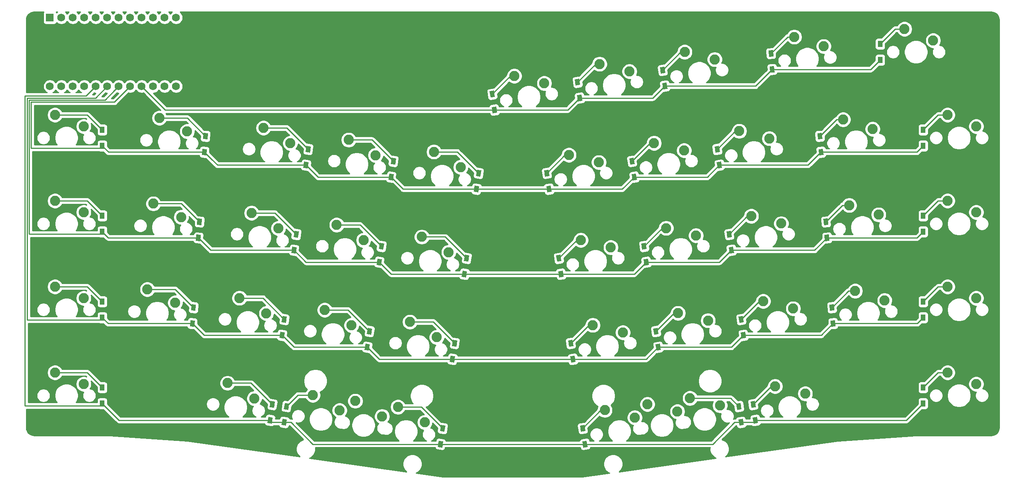
<source format=gbr>
G04 #@! TF.GenerationSoftware,KiCad,Pcbnew,(5.1.4)-1*
G04 #@! TF.CreationDate,2021-09-17T00:33:20-10:00*
G04 #@! TF.ProjectId,oya38split,6f796133-3873-4706-9c69-742e6b696361,rev?*
G04 #@! TF.SameCoordinates,Original*
G04 #@! TF.FileFunction,Copper,L1,Top*
G04 #@! TF.FilePolarity,Positive*
%FSLAX46Y46*%
G04 Gerber Fmt 4.6, Leading zero omitted, Abs format (unit mm)*
G04 Created by KiCad (PCBNEW (5.1.4)-1) date 2021-09-17 00:33:20*
%MOMM*%
%LPD*%
G04 APERTURE LIST*
%ADD10C,2.250000*%
%ADD11R,1.000000X1.400000*%
%ADD12C,1.000000*%
%ADD13C,0.100000*%
%ADD14R,1.752600X1.752600*%
%ADD15C,1.752600*%
%ADD16C,0.250000*%
%ADD17C,0.254000*%
G04 APERTURE END LIST*
D10*
X136489156Y-120244377D03*
X130554453Y-116845347D03*
X76401800Y-71748943D03*
X82559150Y-74725709D03*
X106713686Y-58348061D03*
X100778983Y-54949031D03*
X175046694Y-62590058D03*
X168404992Y-60958526D03*
X144442899Y-63650556D03*
X138508196Y-60251526D03*
X193911301Y-59938810D03*
X187269599Y-58307278D03*
D11*
X237331250Y-39875000D03*
X237331250Y-36325000D03*
D10*
X258603750Y-54610000D03*
X252253750Y-52070000D03*
D12*
X213408634Y-41975358D03*
D13*
G36*
X213956246Y-42638775D02*
G01*
X212958682Y-42708531D01*
X212861022Y-41311941D01*
X213858586Y-41242185D01*
X213956246Y-42638775D01*
X213956246Y-42638775D01*
G37*
D12*
X213160998Y-38434006D03*
D13*
G36*
X213708610Y-39097423D02*
G01*
X212711046Y-39167179D01*
X212613386Y-37770589D01*
X213610950Y-37700833D01*
X213708610Y-39097423D01*
X213708610Y-39097423D01*
G37*
D10*
X212775908Y-57287562D03*
X206134206Y-55656030D03*
D12*
X189659714Y-45656522D03*
D13*
G36*
X190252269Y-46280123D02*
G01*
X189262001Y-46419296D01*
X189067159Y-45032921D01*
X190057427Y-44893748D01*
X190252269Y-46280123D01*
X190252269Y-46280123D01*
G37*
D12*
X189165650Y-42141070D03*
D13*
G36*
X189758205Y-42764671D02*
G01*
X188767937Y-42903844D01*
X188573095Y-41517469D01*
X189563363Y-41378296D01*
X189758205Y-42764671D01*
X189758205Y-42764671D01*
G37*
D10*
X104062438Y-77212668D03*
X98127735Y-73813638D03*
X119643589Y-57600279D03*
X125578292Y-60999309D03*
X83888011Y-55722114D03*
X77730661Y-52745348D03*
X235657177Y-55190570D03*
X229145463Y-53099711D03*
D14*
X53498750Y-30480000D03*
D15*
X56038750Y-30480000D03*
X58578750Y-30480000D03*
X61118750Y-30480000D03*
X63658750Y-30480000D03*
X66198750Y-30480000D03*
X68738750Y-30480000D03*
X71278750Y-30480000D03*
X73818750Y-30480000D03*
X76358750Y-30480000D03*
X78898750Y-30480000D03*
X81438750Y-45720000D03*
X78898750Y-45720000D03*
X76358750Y-45720000D03*
X73818750Y-45720000D03*
X71278750Y-45720000D03*
X68738750Y-45720000D03*
X66198750Y-45720000D03*
X63658750Y-45720000D03*
X61118750Y-45720000D03*
X58578750Y-45720000D03*
X56038750Y-45720000D03*
X81438750Y-30480000D03*
X53498750Y-45720000D03*
D10*
X60960000Y-73660000D03*
X54610000Y-71120000D03*
X122927044Y-79863915D03*
X116992341Y-76464885D03*
X141791652Y-82515163D03*
X135856949Y-79116133D03*
X194050655Y-38117047D03*
X200692357Y-39748579D03*
X183000437Y-119183878D03*
X176358735Y-117552346D03*
X201865043Y-116532630D03*
X195223341Y-114901098D03*
X54610000Y-52070000D03*
X60960000Y-54610000D03*
X181827750Y-42399827D03*
X175186048Y-40768295D03*
X162963143Y-45051075D03*
X156321441Y-43419543D03*
X258603750Y-111760000D03*
X252253750Y-109220000D03*
X220729650Y-113881383D03*
X214087948Y-112249851D03*
X121122150Y-115519723D03*
X127056853Y-118918753D03*
X249078750Y-35560000D03*
X242728750Y-33020000D03*
X192432740Y-117858254D03*
X185791038Y-116226722D03*
X218314805Y-34760546D03*
X224826519Y-36851405D03*
D11*
X65087500Y-116075000D03*
X65087500Y-112525000D03*
D12*
X140470021Y-121576369D03*
D13*
G36*
X140867734Y-122339143D02*
G01*
X139877466Y-122199970D01*
X140072308Y-120813595D01*
X141062576Y-120952768D01*
X140867734Y-122339143D01*
X140867734Y-122339143D01*
G37*
D12*
X139975957Y-125091821D03*
D13*
G36*
X140373670Y-125854595D02*
G01*
X139383402Y-125715422D01*
X139578244Y-124329047D01*
X140568512Y-124468220D01*
X140373670Y-125854595D01*
X140373670Y-125854595D01*
G37*
D12*
X226897014Y-98321713D03*
D13*
G36*
X227444626Y-98985130D02*
G01*
X226447062Y-99054886D01*
X226349402Y-97658296D01*
X227346966Y-97588540D01*
X227444626Y-98985130D01*
X227444626Y-98985130D01*
G37*
D12*
X226649378Y-94780361D03*
D13*
G36*
X227196990Y-95443778D02*
G01*
X226199426Y-95513534D01*
X226101766Y-94116944D01*
X227099330Y-94047188D01*
X227196990Y-95443778D01*
X227196990Y-95443778D01*
G37*
D12*
X171473729Y-121576369D03*
D13*
G36*
X172066284Y-122199970D02*
G01*
X171076016Y-122339143D01*
X170881174Y-120952768D01*
X171871442Y-120813595D01*
X172066284Y-122199970D01*
X172066284Y-122199970D01*
G37*
D12*
X171967793Y-125091821D03*
D13*
G36*
X172560348Y-125715422D02*
G01*
X171570080Y-125854595D01*
X171375238Y-124468220D01*
X172365506Y-124329047D01*
X172560348Y-125715422D01*
X172560348Y-125715422D01*
G37*
D12*
X170795107Y-48307770D03*
D13*
G36*
X171387662Y-48931371D02*
G01*
X170397394Y-49070544D01*
X170202552Y-47684169D01*
X171192820Y-47544996D01*
X171387662Y-48931371D01*
X171387662Y-48931371D01*
G37*
D12*
X170301043Y-44792318D03*
D13*
G36*
X170893598Y-45415919D02*
G01*
X169903330Y-45555092D01*
X169708488Y-44168717D01*
X170698756Y-44029544D01*
X170893598Y-45415919D01*
X170893598Y-45415919D01*
G37*
D11*
X246856250Y-97025000D03*
X246856250Y-93475000D03*
D12*
X188181153Y-103575966D03*
D13*
G36*
X188773708Y-104199567D02*
G01*
X187783440Y-104338740D01*
X187588598Y-102952365D01*
X188578866Y-102813192D01*
X188773708Y-104199567D01*
X188773708Y-104199567D01*
G37*
D12*
X187687089Y-100060514D03*
D13*
G36*
X188279644Y-100684115D02*
G01*
X187289376Y-100823288D01*
X187094534Y-99436913D01*
X188084802Y-99297740D01*
X188279644Y-100684115D01*
X188279644Y-100684115D01*
G37*
D12*
X143121267Y-102711761D03*
D13*
G36*
X143518980Y-103474535D02*
G01*
X142528712Y-103335362D01*
X142723554Y-101948987D01*
X143713822Y-102088160D01*
X143518980Y-103474535D01*
X143518980Y-103474535D01*
G37*
D12*
X142627203Y-106227213D03*
D13*
G36*
X143024916Y-106989987D02*
G01*
X142034648Y-106850814D01*
X142229490Y-105464439D01*
X143219758Y-105603612D01*
X143024916Y-106989987D01*
X143024916Y-106989987D01*
G37*
D12*
X206552906Y-120231200D03*
D13*
G36*
X207145461Y-120854801D02*
G01*
X206155193Y-120993974D01*
X205960351Y-119607599D01*
X206950619Y-119468426D01*
X207145461Y-120854801D01*
X207145461Y-120854801D01*
G37*
D12*
X206058842Y-116715748D03*
D13*
G36*
X206651397Y-117339349D02*
G01*
X205661129Y-117478522D01*
X205466287Y-116092147D01*
X206456555Y-115952974D01*
X206651397Y-117339349D01*
X206651397Y-117339349D01*
G37*
D12*
X105390844Y-120231200D03*
D13*
G36*
X105788557Y-120993974D02*
G01*
X104798289Y-120854801D01*
X104993131Y-119468426D01*
X105983399Y-119607599D01*
X105788557Y-120993974D01*
X105788557Y-120993974D01*
G37*
D12*
X105884908Y-116715748D03*
D13*
G36*
X106282621Y-117478522D02*
G01*
X105292353Y-117339349D01*
X105487195Y-115952974D01*
X106477463Y-116092147D01*
X106282621Y-117478522D01*
X106282621Y-117478522D01*
G37*
D12*
X124256661Y-100060514D03*
D13*
G36*
X124654374Y-100823288D02*
G01*
X123664106Y-100684115D01*
X123858948Y-99297740D01*
X124849216Y-99436913D01*
X124654374Y-100823288D01*
X124654374Y-100823288D01*
G37*
D12*
X123762597Y-103575966D03*
D13*
G36*
X124160310Y-104338740D02*
G01*
X123170042Y-104199567D01*
X123364884Y-102813192D01*
X124355152Y-102952365D01*
X124160310Y-104338740D01*
X124160310Y-104338740D01*
G37*
D11*
X246856250Y-116075000D03*
X246856250Y-112525000D03*
D12*
X104897990Y-100924719D03*
D13*
G36*
X105295703Y-101687493D02*
G01*
X104305435Y-101548320D01*
X104500277Y-100161945D01*
X105490545Y-100301118D01*
X105295703Y-101687493D01*
X105295703Y-101687493D01*
G37*
D12*
X105392054Y-97409267D03*
D13*
G36*
X105789767Y-98172041D02*
G01*
X104799499Y-98032868D01*
X104994341Y-96646493D01*
X105984609Y-96785666D01*
X105789767Y-98172041D01*
X105789767Y-98172041D01*
G37*
D12*
X207045760Y-100924719D03*
D13*
G36*
X207638315Y-101548320D02*
G01*
X206648047Y-101687493D01*
X206453205Y-100301118D01*
X207443473Y-100161945D01*
X207638315Y-101548320D01*
X207638315Y-101548320D01*
G37*
D12*
X206551696Y-97409267D03*
D13*
G36*
X207144251Y-98032868D02*
G01*
X206153983Y-98172041D01*
X205959141Y-96785666D01*
X206949409Y-96646493D01*
X207144251Y-98032868D01*
X207144251Y-98032868D01*
G37*
D12*
X169316547Y-106227213D03*
D13*
G36*
X169909102Y-106850814D02*
G01*
X168918834Y-106989987D01*
X168723992Y-105603612D01*
X169714260Y-105464439D01*
X169909102Y-106850814D01*
X169909102Y-106850814D01*
G37*
D12*
X168822483Y-102711761D03*
D13*
G36*
X169415038Y-103335362D02*
G01*
X168424770Y-103474535D01*
X168229928Y-102088160D01*
X169220196Y-101948987D01*
X169415038Y-103335362D01*
X169415038Y-103335362D01*
G37*
D12*
X151930500Y-50959018D03*
D13*
G36*
X152523055Y-51582619D02*
G01*
X151532787Y-51721792D01*
X151337945Y-50335417D01*
X152328213Y-50196244D01*
X152523055Y-51582619D01*
X152523055Y-51582619D01*
G37*
D12*
X151436436Y-47443566D03*
D13*
G36*
X152028991Y-48067167D02*
G01*
X151038723Y-48206340D01*
X150843881Y-46819965D01*
X151834149Y-46680792D01*
X152028991Y-48067167D01*
X152028991Y-48067167D01*
G37*
D12*
X209697008Y-119789325D03*
D13*
G36*
X210289563Y-120412926D02*
G01*
X209299295Y-120552099D01*
X209104453Y-119165724D01*
X210094721Y-119026551D01*
X210289563Y-120412926D01*
X210289563Y-120412926D01*
G37*
D12*
X209202944Y-116273873D03*
D13*
G36*
X209795499Y-116897474D02*
G01*
X208805231Y-117036647D01*
X208610389Y-115650272D01*
X209600657Y-115511099D01*
X209795499Y-116897474D01*
X209795499Y-116897474D01*
G37*
D12*
X102246742Y-119789325D03*
D13*
G36*
X102644455Y-120552099D02*
G01*
X101654187Y-120412926D01*
X101849029Y-119026551D01*
X102839297Y-119165724D01*
X102644455Y-120552099D01*
X102644455Y-120552099D01*
G37*
D12*
X102740806Y-116273873D03*
D13*
G36*
X103138519Y-117036647D02*
G01*
X102148251Y-116897474D01*
X102343093Y-115511099D01*
X103333361Y-115650272D01*
X103138519Y-117036647D01*
X103138519Y-117036647D01*
G37*
D12*
X129065092Y-65846752D03*
D13*
G36*
X129462805Y-66609526D02*
G01*
X128472537Y-66470353D01*
X128667379Y-65083978D01*
X129657647Y-65223151D01*
X129462805Y-66609526D01*
X129462805Y-66609526D01*
G37*
D12*
X129559156Y-62331300D03*
D13*
G36*
X129956869Y-63094074D02*
G01*
X128966601Y-62954901D01*
X129161443Y-61568526D01*
X130151711Y-61707699D01*
X129956869Y-63094074D01*
X129956869Y-63094074D01*
G37*
D12*
X87952093Y-56773171D03*
D13*
G36*
X88402045Y-57506344D02*
G01*
X87404481Y-57436588D01*
X87502141Y-56039998D01*
X88499705Y-56109754D01*
X88402045Y-57506344D01*
X88402045Y-57506344D01*
G37*
D12*
X87704457Y-60314523D03*
D13*
G36*
X88154409Y-61047696D02*
G01*
X87156845Y-60977940D01*
X87254505Y-59581350D01*
X88252069Y-59651106D01*
X88154409Y-61047696D01*
X88154409Y-61047696D01*
G37*
D12*
X110200486Y-63195504D03*
D13*
G36*
X110598199Y-63958278D02*
G01*
X109607931Y-63819105D01*
X109802773Y-62432730D01*
X110793041Y-62571903D01*
X110598199Y-63958278D01*
X110598199Y-63958278D01*
G37*
D12*
X110694550Y-59680052D03*
D13*
G36*
X111092263Y-60442826D02*
G01*
X110101995Y-60303653D01*
X110296837Y-58917278D01*
X111287105Y-59056451D01*
X111092263Y-60442826D01*
X111092263Y-60442826D01*
G37*
D11*
X65087500Y-55375000D03*
X65087500Y-58925000D03*
D10*
X101411190Y-96077275D03*
X95476487Y-92678245D03*
X236986038Y-74194165D03*
X230474324Y-72103306D03*
X196562549Y-78803416D03*
X189920847Y-77171884D03*
X177697941Y-81454664D03*
X171056239Y-79823132D03*
X117624550Y-117593129D03*
X111689847Y-114194099D03*
X199213795Y-97668024D03*
X192572093Y-96036492D03*
X98759943Y-114941882D03*
X92825240Y-111542852D03*
X60960000Y-111760000D03*
X54610000Y-109220000D03*
X139140404Y-101379770D03*
X133205701Y-97980740D03*
X120275798Y-98728523D03*
X114341095Y-95329493D03*
X180349189Y-100319271D03*
X173707487Y-98687739D03*
X238314899Y-93197760D03*
X231803185Y-91106901D03*
X81230289Y-93729304D03*
X75072939Y-90752538D03*
X218078403Y-95016776D03*
X211436701Y-93385244D03*
X60960000Y-92710000D03*
X54610000Y-90170000D03*
X215427155Y-76152169D03*
X208785453Y-74520637D03*
X258603750Y-92710000D03*
X252253750Y-90170000D03*
X258603750Y-73660000D03*
X252253750Y-71120000D03*
D12*
X224239293Y-60314523D03*
D13*
G36*
X224786905Y-60977940D02*
G01*
X223789341Y-61047696D01*
X223691681Y-59651106D01*
X224689245Y-59581350D01*
X224786905Y-60977940D01*
X224786905Y-60977940D01*
G37*
D12*
X223991657Y-56773171D03*
D13*
G36*
X224539269Y-57436588D02*
G01*
X223541705Y-57506344D01*
X223444045Y-56109754D01*
X224441609Y-56039998D01*
X224539269Y-57436588D01*
X224539269Y-57436588D01*
G37*
D12*
X185529905Y-84711359D03*
D13*
G36*
X186122460Y-85334960D02*
G01*
X185132192Y-85474133D01*
X184937350Y-84087758D01*
X185927618Y-83948585D01*
X186122460Y-85334960D01*
X186122460Y-85334960D01*
G37*
D12*
X185035841Y-81195907D03*
D13*
G36*
X185628396Y-81819508D02*
G01*
X184638128Y-81958681D01*
X184443286Y-80572306D01*
X185433554Y-80433133D01*
X185628396Y-81819508D01*
X185628396Y-81819508D01*
G37*
D12*
X86375597Y-79318118D03*
D13*
G36*
X86825549Y-80051291D02*
G01*
X85827985Y-79981535D01*
X85925645Y-78584945D01*
X86923209Y-78654701D01*
X86825549Y-80051291D01*
X86825549Y-80051291D01*
G37*
D12*
X86623233Y-75776766D03*
D13*
G36*
X87073185Y-76509939D02*
G01*
X86075621Y-76440183D01*
X86173281Y-75043593D01*
X87170845Y-75113349D01*
X87073185Y-76509939D01*
X87073185Y-76509939D01*
G37*
D12*
X85046736Y-98321713D03*
D13*
G36*
X85496688Y-99054886D02*
G01*
X84499124Y-98985130D01*
X84596784Y-97588540D01*
X85594348Y-97658296D01*
X85496688Y-99054886D01*
X85496688Y-99054886D01*
G37*
D12*
X85294372Y-94780361D03*
D13*
G36*
X85744324Y-95513534D02*
G01*
X84746760Y-95443778D01*
X84844420Y-94047188D01*
X85841984Y-94116944D01*
X85744324Y-95513534D01*
X85744324Y-95513534D01*
G37*
D11*
X65087500Y-97025000D03*
X65087500Y-93475000D03*
D12*
X225568153Y-79318118D03*
D13*
G36*
X226115765Y-79981535D02*
G01*
X225118201Y-80051291D01*
X225020541Y-78654701D01*
X226018105Y-78584945D01*
X226115765Y-79981535D01*
X226115765Y-79981535D01*
G37*
D12*
X225320517Y-75776766D03*
D13*
G36*
X225868129Y-76440183D02*
G01*
X224870565Y-76509939D01*
X224772905Y-75113349D01*
X225770469Y-75043593D01*
X225868129Y-76440183D01*
X225868129Y-76440183D01*
G37*
D12*
X166665299Y-87362606D03*
D13*
G36*
X167257854Y-87986207D02*
G01*
X166267586Y-88125380D01*
X166072744Y-86739005D01*
X167063012Y-86599832D01*
X167257854Y-87986207D01*
X167257854Y-87986207D01*
G37*
D12*
X166171235Y-83847154D03*
D13*
G36*
X166763790Y-84470755D02*
G01*
X165773522Y-84609928D01*
X165578680Y-83223553D01*
X166568948Y-83084380D01*
X166763790Y-84470755D01*
X166763790Y-84470755D01*
G37*
D11*
X65087500Y-77975000D03*
X65087500Y-74425000D03*
X246856250Y-58925000D03*
X246856250Y-55375000D03*
D12*
X145278451Y-87362606D03*
D13*
G36*
X145676164Y-88125380D02*
G01*
X144685896Y-87986207D01*
X144880738Y-86599832D01*
X145871006Y-86739005D01*
X145676164Y-88125380D01*
X145676164Y-88125380D01*
G37*
D12*
X145772515Y-83847154D03*
D13*
G36*
X146170228Y-84609928D02*
G01*
X145179960Y-84470755D01*
X145374802Y-83084380D01*
X146365070Y-83223553D01*
X146170228Y-84609928D01*
X146170228Y-84609928D01*
G37*
D12*
X201743264Y-63195504D03*
D13*
G36*
X202335819Y-63819105D02*
G01*
X201345551Y-63958278D01*
X201150709Y-62571903D01*
X202140977Y-62432730D01*
X202335819Y-63819105D01*
X202335819Y-63819105D01*
G37*
D12*
X201249200Y-59680052D03*
D13*
G36*
X201841755Y-60303653D02*
G01*
X200851487Y-60442826D01*
X200656645Y-59056451D01*
X201646913Y-58917278D01*
X201841755Y-60303653D01*
X201841755Y-60303653D01*
G37*
D12*
X126413845Y-84711359D03*
D13*
G36*
X126811558Y-85474133D02*
G01*
X125821290Y-85334960D01*
X126016132Y-83948585D01*
X127006400Y-84087758D01*
X126811558Y-85474133D01*
X126811558Y-85474133D01*
G37*
D12*
X126907909Y-81195907D03*
D13*
G36*
X127305622Y-81958681D02*
G01*
X126315354Y-81819508D01*
X126510196Y-80433133D01*
X127500464Y-80572306D01*
X127305622Y-81958681D01*
X127305622Y-81958681D01*
G37*
D11*
X246856250Y-77975000D03*
X246856250Y-74425000D03*
D12*
X204394512Y-82060112D03*
D13*
G36*
X204987067Y-82683713D02*
G01*
X203996799Y-82822886D01*
X203801957Y-81436511D01*
X204792225Y-81297338D01*
X204987067Y-82683713D01*
X204987067Y-82683713D01*
G37*
D12*
X203900448Y-78544660D03*
D13*
G36*
X204493003Y-79168261D02*
G01*
X203502735Y-79307434D01*
X203307893Y-77921059D01*
X204298161Y-77781886D01*
X204493003Y-79168261D01*
X204493003Y-79168261D01*
G37*
D12*
X182878658Y-65846752D03*
D13*
G36*
X183471213Y-66470353D02*
G01*
X182480945Y-66609526D01*
X182286103Y-65223151D01*
X183276371Y-65083978D01*
X183471213Y-66470353D01*
X183471213Y-66470353D01*
G37*
D12*
X182384594Y-62331300D03*
D13*
G36*
X182977149Y-62954901D02*
G01*
X181986881Y-63094074D01*
X181792039Y-61707699D01*
X182782307Y-61568526D01*
X182977149Y-62954901D01*
X182977149Y-62954901D01*
G37*
D12*
X107549238Y-82060112D03*
D13*
G36*
X107946951Y-82822886D02*
G01*
X106956683Y-82683713D01*
X107151525Y-81297338D01*
X108141793Y-81436511D01*
X107946951Y-82822886D01*
X107946951Y-82822886D01*
G37*
D12*
X108043302Y-78544660D03*
D13*
G36*
X108441015Y-79307434D02*
G01*
X107450747Y-79168261D01*
X107645589Y-77781886D01*
X108635857Y-77921059D01*
X108441015Y-79307434D01*
X108441015Y-79307434D01*
G37*
D12*
X164014051Y-68498000D03*
D13*
G36*
X164606606Y-69121601D02*
G01*
X163616338Y-69260774D01*
X163421496Y-67874399D01*
X164411764Y-67735226D01*
X164606606Y-69121601D01*
X164606606Y-69121601D01*
G37*
D12*
X163519987Y-64982548D03*
D13*
G36*
X164112542Y-65606149D02*
G01*
X163122274Y-65745322D01*
X162927432Y-64358947D01*
X163917700Y-64219774D01*
X164112542Y-65606149D01*
X164112542Y-65606149D01*
G37*
D12*
X147929699Y-68498000D03*
D13*
G36*
X148327412Y-69260774D02*
G01*
X147337144Y-69121601D01*
X147531986Y-67735226D01*
X148522254Y-67874399D01*
X148327412Y-69260774D01*
X148327412Y-69260774D01*
G37*
D12*
X148423763Y-64982548D03*
D13*
G36*
X148821476Y-65745322D02*
G01*
X147831208Y-65606149D01*
X148026050Y-64219774D01*
X149016318Y-64358947D01*
X148821476Y-65745322D01*
X148821476Y-65745322D01*
G37*
D16*
X61782500Y-52070000D02*
X65087500Y-55375000D01*
X54610000Y-52070000D02*
X61782500Y-52070000D01*
X83924270Y-52745348D02*
X87952093Y-56773171D01*
X77730661Y-52745348D02*
X83924270Y-52745348D01*
X105963529Y-54949031D02*
X110694550Y-59680052D01*
X100778983Y-54949031D02*
X105963529Y-54949031D01*
X119643589Y-57600279D02*
X124828135Y-57600279D01*
X124828135Y-57600279D02*
X129559156Y-62331300D01*
X138508196Y-60251526D02*
X143692741Y-60251526D01*
X143692741Y-60251526D02*
X148423763Y-64982548D01*
X167544010Y-60958525D02*
X163519987Y-64982548D01*
X168404992Y-60958525D02*
X167544010Y-60958525D01*
X187269599Y-58307278D02*
X186408616Y-58307278D01*
X186408616Y-58307278D02*
X182384594Y-62331300D01*
X206134205Y-55656030D02*
X205273222Y-55656030D01*
X205273222Y-55656030D02*
X201249200Y-59680052D01*
X229145463Y-53099711D02*
X227665117Y-53099711D01*
X227665117Y-53099711D02*
X223991657Y-56773171D01*
X250161250Y-52070000D02*
X246856250Y-55375000D01*
X252253750Y-52070000D02*
X250161250Y-52070000D01*
X61782500Y-71120000D02*
X65087500Y-74425000D01*
X54610000Y-71120000D02*
X61782500Y-71120000D01*
X76401800Y-71748943D02*
X82595410Y-71748943D01*
X82595410Y-71748943D02*
X86623233Y-75776766D01*
X98127735Y-73813638D02*
X103312280Y-73813638D01*
X103312280Y-73813638D02*
X108043302Y-78544660D01*
X122176887Y-76464885D02*
X126907909Y-81195907D01*
X116992341Y-76464885D02*
X122176887Y-76464885D01*
X135856949Y-79116133D02*
X141041494Y-79116133D01*
X141041494Y-79116133D02*
X145772515Y-83847154D01*
X171056239Y-79823132D02*
X170195257Y-79823132D01*
X170195257Y-79823132D02*
X166171235Y-83847154D01*
X189059864Y-77171884D02*
X185035841Y-81195907D01*
X189920847Y-77171884D02*
X189059864Y-77171884D01*
X208785453Y-74520637D02*
X207924471Y-74520637D01*
X207924471Y-74520637D02*
X203900448Y-78544660D01*
X228993977Y-72103306D02*
X225320517Y-75776766D01*
X230474324Y-72103306D02*
X228993977Y-72103306D01*
X252253750Y-71120000D02*
X250161250Y-71120000D01*
X250161250Y-71120000D02*
X246856250Y-74425000D01*
X61782500Y-90170000D02*
X65087500Y-93475000D01*
X54610000Y-90170000D02*
X61782500Y-90170000D01*
X75072939Y-90752538D02*
X81266549Y-90752538D01*
X81266549Y-90752538D02*
X85294372Y-94780361D01*
X100661032Y-92678245D02*
X105392054Y-97409267D01*
X95476487Y-92678245D02*
X100661032Y-92678245D01*
X114341095Y-95329493D02*
X119525640Y-95329493D01*
X119525640Y-95329493D02*
X124256661Y-100060514D01*
X133205701Y-97980740D02*
X138390246Y-97980740D01*
X138390246Y-97980740D02*
X143121267Y-102711761D01*
X173707487Y-98687739D02*
X172846505Y-98687739D01*
X172846505Y-98687739D02*
X168822483Y-102711761D01*
X191711111Y-96036492D02*
X187687089Y-100060514D01*
X192572093Y-96036492D02*
X191711111Y-96036492D01*
X211436701Y-93385244D02*
X210575719Y-93385244D01*
X210575719Y-93385244D02*
X206551696Y-97409267D01*
X230322838Y-91106901D02*
X226649378Y-94780361D01*
X231803185Y-91106901D02*
X230322838Y-91106901D01*
X252253750Y-90170000D02*
X250161250Y-90170000D01*
X250161250Y-90170000D02*
X246856250Y-93475000D01*
X54610000Y-109220000D02*
X61782500Y-109220000D01*
X61782500Y-109220000D02*
X65087500Y-112525000D01*
X92825240Y-111542852D02*
X98009785Y-111542852D01*
X98009785Y-111542852D02*
X102740806Y-116273873D01*
X108406557Y-114194099D02*
X105884908Y-116715748D01*
X111689847Y-114194099D02*
X108406557Y-114194099D01*
X135738999Y-116845347D02*
X140470021Y-121576369D01*
X130554453Y-116845347D02*
X135738999Y-116845347D01*
X176358735Y-117552346D02*
X175497752Y-117552346D01*
X175497752Y-117552346D02*
X171473729Y-121576369D01*
X204244192Y-114901098D02*
X206058842Y-116715748D01*
X195223341Y-114901098D02*
X204244192Y-114901098D01*
X213226966Y-112249851D02*
X209202944Y-116273873D01*
X214087948Y-112249851D02*
X213226966Y-112249851D01*
X250161250Y-109220000D02*
X246856250Y-112525000D01*
X252253750Y-109220000D02*
X250161250Y-109220000D01*
X155460459Y-43419543D02*
X151436436Y-47443566D01*
X156321441Y-43419543D02*
X155460459Y-43419543D01*
X175186048Y-40768295D02*
X174325066Y-40768295D01*
X174325066Y-40768295D02*
X170301043Y-44792318D01*
X194050655Y-38117047D02*
X193189673Y-38117047D01*
X193189673Y-38117047D02*
X189165650Y-42141070D01*
X218314805Y-34760546D02*
X216834458Y-34760546D01*
X216834458Y-34760546D02*
X213160998Y-38434006D01*
X240636250Y-33020000D02*
X237331250Y-36325000D01*
X242728750Y-33020000D02*
X240636250Y-33020000D01*
X224239293Y-60314523D02*
X221358312Y-63195504D01*
X65087500Y-58925000D02*
X64543599Y-59468901D01*
X49325043Y-59468901D02*
X49325043Y-49212500D01*
X224840513Y-60314523D02*
X224239293Y-60314523D01*
X147929699Y-68498000D02*
X131716340Y-68498000D01*
X49325043Y-49212500D02*
X67786250Y-49212500D01*
X66477023Y-60314523D02*
X65087500Y-58925000D01*
X67786250Y-49212500D02*
X71278750Y-45720000D01*
X221358312Y-63195504D02*
X201743264Y-63195504D01*
X201743264Y-63195504D02*
X199092016Y-65846752D01*
X199092016Y-65846752D02*
X182878658Y-65846752D01*
X112851734Y-65846752D02*
X129065092Y-65846752D01*
X245466727Y-60314523D02*
X224840513Y-60314523D01*
X89302434Y-61912500D02*
X87704457Y-60314523D01*
X164014051Y-68498000D02*
X147929699Y-68498000D01*
X110200486Y-63195504D02*
X112851734Y-65846752D01*
X87704457Y-60314523D02*
X66477023Y-60314523D01*
X90585438Y-63195504D02*
X89302434Y-61912500D01*
X131716340Y-68498000D02*
X129065092Y-65846752D01*
X246856250Y-58925000D02*
X245466727Y-60314523D01*
X64543599Y-59468901D02*
X49325043Y-59468901D01*
X110200486Y-63195504D02*
X90585438Y-63195504D01*
X164014051Y-68498000D02*
X180227410Y-68498000D01*
X180227410Y-68498000D02*
X182878658Y-65846752D01*
X166665299Y-87362606D02*
X145278451Y-87362606D01*
X86375597Y-79318118D02*
X66430618Y-79318118D01*
X66430618Y-79318118D02*
X65087500Y-77975000D01*
X88019979Y-80962500D02*
X86375597Y-79318118D01*
X110200485Y-84711359D02*
X107549238Y-82060112D01*
X145278451Y-87362606D02*
X129065092Y-87362606D01*
X222826159Y-82060112D02*
X204394512Y-82060112D01*
X48875032Y-78518901D02*
X48875032Y-48762489D01*
X245513132Y-79318118D02*
X226169373Y-79318118D01*
X65696261Y-48762489D02*
X67862451Y-46596299D01*
X182878658Y-87362606D02*
X185529905Y-84711359D01*
X126413845Y-84711359D02*
X110200485Y-84711359D01*
X201743265Y-84711359D02*
X185529905Y-84711359D01*
X204394512Y-82060112D02*
X201743265Y-84711359D01*
X67862451Y-46596299D02*
X68738750Y-45720000D01*
X65087500Y-77975000D02*
X64543599Y-78518901D01*
X166665299Y-87362606D02*
X182878658Y-87362606D01*
X89117591Y-82060112D02*
X88019979Y-80962500D01*
X107549238Y-82060112D02*
X89117591Y-82060112D01*
X225568153Y-79318118D02*
X222826159Y-82060112D01*
X64543599Y-78518901D02*
X48875032Y-78518901D01*
X246856250Y-77975000D02*
X245513132Y-79318118D01*
X48875032Y-48762489D02*
X65696261Y-48762489D01*
X226169373Y-79318118D02*
X225568153Y-79318118D01*
X129065092Y-87362606D02*
X126413845Y-84711359D01*
X169316547Y-106227213D02*
X142627203Y-106227213D01*
X185529906Y-106227213D02*
X188181153Y-103575966D01*
X126413844Y-106227213D02*
X123762597Y-103575966D01*
X142627203Y-106227213D02*
X126413844Y-106227213D01*
X87649742Y-100924719D02*
X104897990Y-100924719D01*
X107549237Y-103575966D02*
X123762597Y-103575966D01*
X227498234Y-98321713D02*
X226897014Y-98321713D01*
X207045760Y-100924719D02*
X204394513Y-103575966D01*
X169316547Y-106227213D02*
X185529906Y-106227213D01*
X224294008Y-100924719D02*
X207045760Y-100924719D01*
X246856250Y-97025000D02*
X245559537Y-98321713D01*
X204394513Y-103575966D02*
X188181153Y-103575966D01*
X245559537Y-98321713D02*
X227498234Y-98321713D01*
X85046736Y-98321713D02*
X66384213Y-98321713D01*
X85046736Y-98321713D02*
X87649742Y-100924719D01*
X226897014Y-98321713D02*
X224294008Y-100924719D01*
X104897990Y-100924719D02*
X107549237Y-103575966D01*
X66384213Y-98321713D02*
X65087500Y-97025000D01*
X63606272Y-48312478D02*
X66198750Y-45720000D01*
X64543599Y-97568901D02*
X48425021Y-97568901D01*
X48425021Y-97568901D02*
X48425021Y-48312478D01*
X65087500Y-97025000D02*
X64543599Y-97568901D01*
X48425021Y-48312478D02*
X63606272Y-48312478D01*
X205089088Y-120231200D02*
X205947993Y-120231200D01*
X171967793Y-125091821D02*
X200228467Y-125091821D01*
X105390844Y-120231200D02*
X102688617Y-120231200D01*
X200228467Y-125091821D02*
X205089088Y-120231200D01*
X102688617Y-120231200D02*
X102246742Y-119789325D01*
X106854662Y-120231200D02*
X105390844Y-120231200D01*
X243141925Y-119789325D02*
X210301921Y-119789325D01*
X206552906Y-120231200D02*
X209255133Y-120231200D01*
X209255133Y-120231200D02*
X209697008Y-119789325D01*
X246856250Y-116075000D02*
X243141925Y-119789325D01*
X171967793Y-125091821D02*
X139975957Y-125091821D01*
X210301921Y-119789325D02*
X209697008Y-119789325D01*
X111715283Y-125091821D02*
X106854662Y-120231200D01*
X139975957Y-125091821D02*
X111715283Y-125091821D01*
X205947993Y-120231200D02*
X206552906Y-120231200D01*
X102246742Y-119789325D02*
X68801825Y-119789325D01*
X68801825Y-119789325D02*
X65087500Y-116075000D01*
X62782451Y-46596299D02*
X63658750Y-45720000D01*
X61516283Y-47862467D02*
X62782451Y-46596299D01*
X47975010Y-47862467D02*
X61516283Y-47862467D01*
X47975010Y-116618901D02*
X47975010Y-47862467D01*
X65087500Y-116075000D02*
X64543599Y-116618901D01*
X64543599Y-116618901D02*
X47975010Y-116618901D01*
X170795107Y-48307770D02*
X168143859Y-50959018D01*
X209727470Y-45656522D02*
X189659714Y-45656522D01*
X189659714Y-45656522D02*
X187008466Y-48307770D01*
X214009854Y-41975358D02*
X213408634Y-41975358D01*
X187008466Y-48307770D02*
X170795107Y-48307770D01*
X237331250Y-39875000D02*
X235230892Y-41975358D01*
X213408634Y-41975358D02*
X209727470Y-45656522D01*
X79057768Y-50959018D02*
X73818750Y-45720000D01*
X235230892Y-41975358D02*
X214009854Y-41975358D01*
X151930500Y-50959018D02*
X79057768Y-50959018D01*
X168143859Y-50959018D02*
X151930500Y-50959018D01*
D17*
G36*
X138765654Y-125875183D02*
G01*
X138808692Y-125992629D01*
X138873815Y-126099423D01*
X138958522Y-126191460D01*
X139059556Y-126265203D01*
X139173036Y-126317819D01*
X139294600Y-126347284D01*
X140284868Y-126486457D01*
X140409844Y-126491641D01*
X140533431Y-126472343D01*
X140650877Y-126429305D01*
X140757671Y-126364182D01*
X140849708Y-126279475D01*
X140923452Y-126178441D01*
X140976067Y-126064961D01*
X141005532Y-125943397D01*
X141018402Y-125851821D01*
X170925348Y-125851821D01*
X170938218Y-125943397D01*
X170967683Y-126064961D01*
X171020299Y-126178441D01*
X171094042Y-126279475D01*
X171186079Y-126364182D01*
X171292873Y-126429305D01*
X171410319Y-126472343D01*
X171533906Y-126491641D01*
X171658882Y-126486457D01*
X172649150Y-126347284D01*
X172770714Y-126317819D01*
X172884194Y-126265204D01*
X172985228Y-126191460D01*
X173069935Y-126099423D01*
X173135058Y-125992629D01*
X173178096Y-125875183D01*
X173181744Y-125851821D01*
X199636576Y-125851821D01*
X199616821Y-125951134D01*
X199616821Y-126376420D01*
X199699791Y-126793534D01*
X199862540Y-127186447D01*
X200098817Y-127540059D01*
X200399539Y-127840781D01*
X200753151Y-128077058D01*
X200985547Y-128173319D01*
X179518186Y-131190360D01*
X179571345Y-131154840D01*
X179872067Y-130854118D01*
X180108344Y-130500506D01*
X180271093Y-130107593D01*
X180354063Y-129690479D01*
X180354063Y-129265193D01*
X180271093Y-128848079D01*
X180108344Y-128455166D01*
X179872067Y-128101554D01*
X179571345Y-127800832D01*
X179217733Y-127564555D01*
X178824820Y-127401806D01*
X178407706Y-127318836D01*
X177982420Y-127318836D01*
X177565306Y-127401806D01*
X177172393Y-127564555D01*
X176818781Y-127800832D01*
X176518059Y-128101554D01*
X176281782Y-128455166D01*
X176119033Y-128848079D01*
X176036063Y-129265193D01*
X176036063Y-129690479D01*
X176119033Y-130107593D01*
X176281782Y-130500506D01*
X176518059Y-130854118D01*
X176818781Y-131154840D01*
X177172393Y-131391117D01*
X177404789Y-131487378D01*
X171428185Y-132327335D01*
X140515573Y-132327335D01*
X134538962Y-131487377D01*
X134771357Y-131391117D01*
X135124969Y-131154840D01*
X135425691Y-130854118D01*
X135661968Y-130500506D01*
X135824717Y-130107593D01*
X135907687Y-129690479D01*
X135907687Y-129265193D01*
X135824717Y-128848079D01*
X135661968Y-128455166D01*
X135425691Y-128101554D01*
X135124969Y-127800832D01*
X134771357Y-127564555D01*
X134378444Y-127401806D01*
X133961330Y-127318836D01*
X133536044Y-127318836D01*
X133118930Y-127401806D01*
X132726017Y-127564555D01*
X132372405Y-127800832D01*
X132071683Y-128101554D01*
X131835406Y-128455166D01*
X131672657Y-128848079D01*
X131589687Y-129265193D01*
X131589687Y-129690479D01*
X131672657Y-130107593D01*
X131835406Y-130500506D01*
X132071683Y-130854118D01*
X132372405Y-131154840D01*
X132425562Y-131190359D01*
X110958203Y-128173319D01*
X111190599Y-128077058D01*
X111544211Y-127840781D01*
X111844933Y-127540059D01*
X112081210Y-127186447D01*
X112243959Y-126793534D01*
X112326929Y-126376420D01*
X112326929Y-125951134D01*
X112307174Y-125851821D01*
X138762006Y-125851821D01*
X138765654Y-125875183D01*
X138765654Y-125875183D01*
G37*
X138765654Y-125875183D02*
X138808692Y-125992629D01*
X138873815Y-126099423D01*
X138958522Y-126191460D01*
X139059556Y-126265203D01*
X139173036Y-126317819D01*
X139294600Y-126347284D01*
X140284868Y-126486457D01*
X140409844Y-126491641D01*
X140533431Y-126472343D01*
X140650877Y-126429305D01*
X140757671Y-126364182D01*
X140849708Y-126279475D01*
X140923452Y-126178441D01*
X140976067Y-126064961D01*
X141005532Y-125943397D01*
X141018402Y-125851821D01*
X170925348Y-125851821D01*
X170938218Y-125943397D01*
X170967683Y-126064961D01*
X171020299Y-126178441D01*
X171094042Y-126279475D01*
X171186079Y-126364182D01*
X171292873Y-126429305D01*
X171410319Y-126472343D01*
X171533906Y-126491641D01*
X171658882Y-126486457D01*
X172649150Y-126347284D01*
X172770714Y-126317819D01*
X172884194Y-126265204D01*
X172985228Y-126191460D01*
X173069935Y-126099423D01*
X173135058Y-125992629D01*
X173178096Y-125875183D01*
X173181744Y-125851821D01*
X199636576Y-125851821D01*
X199616821Y-125951134D01*
X199616821Y-126376420D01*
X199699791Y-126793534D01*
X199862540Y-127186447D01*
X200098817Y-127540059D01*
X200399539Y-127840781D01*
X200753151Y-128077058D01*
X200985547Y-128173319D01*
X179518186Y-131190360D01*
X179571345Y-131154840D01*
X179872067Y-130854118D01*
X180108344Y-130500506D01*
X180271093Y-130107593D01*
X180354063Y-129690479D01*
X180354063Y-129265193D01*
X180271093Y-128848079D01*
X180108344Y-128455166D01*
X179872067Y-128101554D01*
X179571345Y-127800832D01*
X179217733Y-127564555D01*
X178824820Y-127401806D01*
X178407706Y-127318836D01*
X177982420Y-127318836D01*
X177565306Y-127401806D01*
X177172393Y-127564555D01*
X176818781Y-127800832D01*
X176518059Y-128101554D01*
X176281782Y-128455166D01*
X176119033Y-128848079D01*
X176036063Y-129265193D01*
X176036063Y-129690479D01*
X176119033Y-130107593D01*
X176281782Y-130500506D01*
X176518059Y-130854118D01*
X176818781Y-131154840D01*
X177172393Y-131391117D01*
X177404789Y-131487378D01*
X171428185Y-132327335D01*
X140515573Y-132327335D01*
X134538962Y-131487377D01*
X134771357Y-131391117D01*
X135124969Y-131154840D01*
X135425691Y-130854118D01*
X135661968Y-130500506D01*
X135824717Y-130107593D01*
X135907687Y-129690479D01*
X135907687Y-129265193D01*
X135824717Y-128848079D01*
X135661968Y-128455166D01*
X135425691Y-128101554D01*
X135124969Y-127800832D01*
X134771357Y-127564555D01*
X134378444Y-127401806D01*
X133961330Y-127318836D01*
X133536044Y-127318836D01*
X133118930Y-127401806D01*
X132726017Y-127564555D01*
X132372405Y-127800832D01*
X132071683Y-128101554D01*
X131835406Y-128455166D01*
X131672657Y-128848079D01*
X131589687Y-129265193D01*
X131589687Y-129690479D01*
X131672657Y-130107593D01*
X131835406Y-130500506D01*
X132071683Y-130854118D01*
X132372405Y-131154840D01*
X132425562Y-131190359D01*
X110958203Y-128173319D01*
X111190599Y-128077058D01*
X111544211Y-127840781D01*
X111844933Y-127540059D01*
X112081210Y-127186447D01*
X112243959Y-126793534D01*
X112326929Y-126376420D01*
X112326929Y-125951134D01*
X112307174Y-125851821D01*
X138762006Y-125851821D01*
X138765654Y-125875183D01*
G36*
X52091913Y-29249206D02*
G01*
X52032948Y-29359520D01*
X51996638Y-29479218D01*
X51984378Y-29603700D01*
X51984378Y-31356300D01*
X51996638Y-31480782D01*
X52032948Y-31600480D01*
X52091913Y-31710794D01*
X52171265Y-31807485D01*
X52267956Y-31886837D01*
X52378270Y-31945802D01*
X52497968Y-31982112D01*
X52622450Y-31994372D01*
X54375050Y-31994372D01*
X54499532Y-31982112D01*
X54619230Y-31945802D01*
X54729544Y-31886837D01*
X54826235Y-31807485D01*
X54905587Y-31710794D01*
X54964552Y-31600480D01*
X54977906Y-31556458D01*
X55075352Y-31653904D01*
X55322881Y-31819297D01*
X55597920Y-31933222D01*
X55889900Y-31991300D01*
X56187600Y-31991300D01*
X56479580Y-31933222D01*
X56754619Y-31819297D01*
X57002148Y-31653904D01*
X57212654Y-31443398D01*
X57308750Y-31299580D01*
X57404846Y-31443398D01*
X57615352Y-31653904D01*
X57862881Y-31819297D01*
X58137920Y-31933222D01*
X58429900Y-31991300D01*
X58727600Y-31991300D01*
X59019580Y-31933222D01*
X59294619Y-31819297D01*
X59542148Y-31653904D01*
X59752654Y-31443398D01*
X59848750Y-31299580D01*
X59944846Y-31443398D01*
X60155352Y-31653904D01*
X60402881Y-31819297D01*
X60677920Y-31933222D01*
X60969900Y-31991300D01*
X61267600Y-31991300D01*
X61559580Y-31933222D01*
X61834619Y-31819297D01*
X62082148Y-31653904D01*
X62292654Y-31443398D01*
X62388750Y-31299580D01*
X62484846Y-31443398D01*
X62695352Y-31653904D01*
X62942881Y-31819297D01*
X63217920Y-31933222D01*
X63509900Y-31991300D01*
X63807600Y-31991300D01*
X64099580Y-31933222D01*
X64374619Y-31819297D01*
X64622148Y-31653904D01*
X64832654Y-31443398D01*
X64928750Y-31299580D01*
X65024846Y-31443398D01*
X65235352Y-31653904D01*
X65482881Y-31819297D01*
X65757920Y-31933222D01*
X66049900Y-31991300D01*
X66347600Y-31991300D01*
X66639580Y-31933222D01*
X66914619Y-31819297D01*
X67162148Y-31653904D01*
X67372654Y-31443398D01*
X67468750Y-31299580D01*
X67564846Y-31443398D01*
X67775352Y-31653904D01*
X68022881Y-31819297D01*
X68297920Y-31933222D01*
X68589900Y-31991300D01*
X68887600Y-31991300D01*
X69179580Y-31933222D01*
X69454619Y-31819297D01*
X69702148Y-31653904D01*
X69912654Y-31443398D01*
X70008750Y-31299580D01*
X70104846Y-31443398D01*
X70315352Y-31653904D01*
X70562881Y-31819297D01*
X70837920Y-31933222D01*
X71129900Y-31991300D01*
X71427600Y-31991300D01*
X71719580Y-31933222D01*
X71994619Y-31819297D01*
X72242148Y-31653904D01*
X72452654Y-31443398D01*
X72548750Y-31299580D01*
X72644846Y-31443398D01*
X72855352Y-31653904D01*
X73102881Y-31819297D01*
X73377920Y-31933222D01*
X73669900Y-31991300D01*
X73967600Y-31991300D01*
X74259580Y-31933222D01*
X74534619Y-31819297D01*
X74782148Y-31653904D01*
X74992654Y-31443398D01*
X75088750Y-31299580D01*
X75184846Y-31443398D01*
X75395352Y-31653904D01*
X75642881Y-31819297D01*
X75917920Y-31933222D01*
X76209900Y-31991300D01*
X76507600Y-31991300D01*
X76799580Y-31933222D01*
X77074619Y-31819297D01*
X77322148Y-31653904D01*
X77532654Y-31443398D01*
X77628750Y-31299580D01*
X77724846Y-31443398D01*
X77935352Y-31653904D01*
X78182881Y-31819297D01*
X78457920Y-31933222D01*
X78749900Y-31991300D01*
X79047600Y-31991300D01*
X79339580Y-31933222D01*
X79614619Y-31819297D01*
X79862148Y-31653904D01*
X80072654Y-31443398D01*
X80168750Y-31299580D01*
X80264846Y-31443398D01*
X80475352Y-31653904D01*
X80722881Y-31819297D01*
X80997920Y-31933222D01*
X81289900Y-31991300D01*
X81587600Y-31991300D01*
X81879580Y-31933222D01*
X82154619Y-31819297D01*
X82402148Y-31653904D01*
X82612654Y-31443398D01*
X82778047Y-31195869D01*
X82891972Y-30920830D01*
X82950050Y-30628850D01*
X82950050Y-30331150D01*
X82891972Y-30039170D01*
X82778047Y-29764131D01*
X82612654Y-29516602D01*
X82402148Y-29306096D01*
X82295745Y-29235000D01*
X261905221Y-29235000D01*
X262271210Y-29270886D01*
X262592210Y-29367801D01*
X262888275Y-29525221D01*
X263148123Y-29737149D01*
X263361858Y-29995510D01*
X263521338Y-30290464D01*
X263620494Y-30610782D01*
X263658750Y-30974762D01*
X263658751Y-121411461D01*
X263622864Y-121777460D01*
X263525948Y-122098462D01*
X263368529Y-122394525D01*
X263156601Y-122654373D01*
X262898242Y-122868106D01*
X262603286Y-123027588D01*
X262282969Y-123126743D01*
X261918979Y-123165000D01*
X245277973Y-123165000D01*
X245254828Y-123164351D01*
X245245591Y-123165000D01*
X245236331Y-123165000D01*
X245213278Y-123167271D01*
X228031321Y-124374554D01*
X228008404Y-124375505D01*
X227999017Y-124376824D01*
X227989556Y-124377489D01*
X227966933Y-124381333D01*
X203098944Y-127876301D01*
X203152103Y-127840781D01*
X203452825Y-127540059D01*
X203689102Y-127186447D01*
X203851851Y-126793534D01*
X203934821Y-126376420D01*
X203934821Y-125951134D01*
X203851851Y-125534020D01*
X203689102Y-125141107D01*
X203452825Y-124787495D01*
X203152103Y-124486773D01*
X202798491Y-124250496D01*
X202405578Y-124087747D01*
X202323641Y-124071449D01*
X205403890Y-120991200D01*
X205510461Y-120991200D01*
X205523331Y-121082776D01*
X205552796Y-121204340D01*
X205605412Y-121317820D01*
X205679155Y-121418854D01*
X205771192Y-121503561D01*
X205877986Y-121568684D01*
X205995432Y-121611722D01*
X206119019Y-121631020D01*
X206243995Y-121625836D01*
X207234263Y-121486663D01*
X207355827Y-121457198D01*
X207469307Y-121404583D01*
X207570341Y-121330839D01*
X207655048Y-121238802D01*
X207720171Y-121132008D01*
X207763209Y-121014562D01*
X207766857Y-120991200D01*
X208838709Y-120991200D01*
X208915294Y-121061686D01*
X209022088Y-121126809D01*
X209139534Y-121169847D01*
X209263121Y-121189145D01*
X209388097Y-121183961D01*
X210378365Y-121044788D01*
X210499929Y-121015323D01*
X210613409Y-120962708D01*
X210714443Y-120888964D01*
X210799150Y-120796927D01*
X210864273Y-120690133D01*
X210907311Y-120572687D01*
X210910959Y-120549325D01*
X243104603Y-120549325D01*
X243141925Y-120553001D01*
X243179247Y-120549325D01*
X243179258Y-120549325D01*
X243290911Y-120538328D01*
X243434172Y-120494871D01*
X243566201Y-120424299D01*
X243681926Y-120329326D01*
X243705729Y-120300322D01*
X246592980Y-117413072D01*
X247356250Y-117413072D01*
X247480732Y-117400812D01*
X247600430Y-117364502D01*
X247710744Y-117305537D01*
X247807435Y-117226185D01*
X247886787Y-117129494D01*
X247945752Y-117019180D01*
X247982062Y-116899482D01*
X247994322Y-116775000D01*
X247994322Y-115375000D01*
X247982062Y-115250518D01*
X247945752Y-115130820D01*
X247886787Y-115020506D01*
X247807435Y-114923815D01*
X247710744Y-114844463D01*
X247600430Y-114785498D01*
X247480732Y-114749188D01*
X247356250Y-114736928D01*
X246356250Y-114736928D01*
X246231768Y-114749188D01*
X246112070Y-114785498D01*
X246001756Y-114844463D01*
X245905065Y-114923815D01*
X245825713Y-115020506D01*
X245766748Y-115130820D01*
X245730438Y-115250518D01*
X245718178Y-115375000D01*
X245718178Y-116138270D01*
X242827124Y-119029325D01*
X218895641Y-119029325D01*
X218986054Y-118968913D01*
X219352228Y-118602739D01*
X219639929Y-118172164D01*
X219838101Y-117693735D01*
X219939128Y-117185837D01*
X219939128Y-116667989D01*
X219838101Y-116160091D01*
X219639929Y-115681662D01*
X219352228Y-115251087D01*
X218986054Y-114884913D01*
X218555479Y-114597212D01*
X218077050Y-114399040D01*
X217569152Y-114298013D01*
X217051304Y-114298013D01*
X216543406Y-114399040D01*
X216064977Y-114597212D01*
X215634402Y-114884913D01*
X215268228Y-115251087D01*
X214980527Y-115681662D01*
X214782355Y-116160091D01*
X214681328Y-116667989D01*
X214681328Y-117185837D01*
X214782355Y-117693735D01*
X214980527Y-118172164D01*
X215268228Y-118602739D01*
X215634402Y-118968913D01*
X215724815Y-119029325D01*
X212856660Y-119029325D01*
X212994919Y-118972056D01*
X213242235Y-118806805D01*
X213452559Y-118596481D01*
X213617810Y-118349165D01*
X213731637Y-118074363D01*
X213789666Y-117782634D01*
X213789666Y-117485190D01*
X213731637Y-117193461D01*
X213617810Y-116918659D01*
X213452559Y-116671343D01*
X213242235Y-116461019D01*
X212994919Y-116295768D01*
X212720117Y-116181941D01*
X212428388Y-116123912D01*
X212130944Y-116123912D01*
X211839215Y-116181941D01*
X211564413Y-116295768D01*
X211317097Y-116461019D01*
X211106773Y-116671343D01*
X210941522Y-116918659D01*
X210827695Y-117193461D01*
X210769666Y-117485190D01*
X210769666Y-117782634D01*
X210827695Y-118074363D01*
X210941522Y-118349165D01*
X211106773Y-118596481D01*
X211317097Y-118806805D01*
X211564413Y-118972056D01*
X211702672Y-119029325D01*
X210739453Y-119029325D01*
X210726583Y-118937749D01*
X210697118Y-118816185D01*
X210644502Y-118702705D01*
X210570759Y-118601671D01*
X210478722Y-118516964D01*
X210371928Y-118451841D01*
X210254482Y-118408803D01*
X210130895Y-118389505D01*
X210005919Y-118394689D01*
X209015651Y-118533862D01*
X208894087Y-118563327D01*
X208780607Y-118615942D01*
X208679573Y-118689686D01*
X208594866Y-118781723D01*
X208529743Y-118888517D01*
X208486705Y-119005963D01*
X208467407Y-119129550D01*
X208472591Y-119254526D01*
X208503042Y-119471200D01*
X207595351Y-119471200D01*
X207582481Y-119379624D01*
X207553016Y-119258060D01*
X207500400Y-119144580D01*
X207426657Y-119043546D01*
X207334620Y-118958839D01*
X207227826Y-118893716D01*
X207110380Y-118850678D01*
X206986793Y-118831380D01*
X206861817Y-118836564D01*
X205871549Y-118975737D01*
X205749985Y-119005202D01*
X205636505Y-119057817D01*
X205535471Y-119131561D01*
X205450764Y-119223598D01*
X205385641Y-119330392D01*
X205342603Y-119447838D01*
X205338955Y-119471200D01*
X205126410Y-119471200D01*
X205089087Y-119467524D01*
X205051764Y-119471200D01*
X205051755Y-119471200D01*
X204940102Y-119482197D01*
X204845624Y-119510856D01*
X204928154Y-119311612D01*
X204986183Y-119019883D01*
X204986183Y-118722439D01*
X204928154Y-118430710D01*
X204814327Y-118155908D01*
X204649076Y-117908592D01*
X204438752Y-117698268D01*
X204191436Y-117533017D01*
X203916634Y-117419190D01*
X203624905Y-117361161D01*
X203426865Y-117361161D01*
X203557407Y-117046003D01*
X203625043Y-116705975D01*
X203625043Y-116359285D01*
X203557407Y-116019257D01*
X203424735Y-115698957D01*
X203399438Y-115661098D01*
X203929391Y-115661098D01*
X204897411Y-116629119D01*
X205029267Y-117567324D01*
X205058732Y-117688888D01*
X205111348Y-117802368D01*
X205185091Y-117903402D01*
X205277128Y-117988109D01*
X205383922Y-118053232D01*
X205501368Y-118096270D01*
X205624955Y-118115568D01*
X205749931Y-118110384D01*
X206740199Y-117971211D01*
X206861763Y-117941746D01*
X206975243Y-117889131D01*
X207076277Y-117815387D01*
X207160984Y-117723350D01*
X207226107Y-117616556D01*
X207269145Y-117499110D01*
X207288443Y-117375523D01*
X207283259Y-117250547D01*
X207088417Y-115864172D01*
X207058952Y-115742608D01*
X207006336Y-115629128D01*
X206995366Y-115614098D01*
X207973343Y-115614098D01*
X207978527Y-115739074D01*
X208173369Y-117125449D01*
X208202834Y-117247013D01*
X208255450Y-117360493D01*
X208329193Y-117461527D01*
X208421230Y-117546234D01*
X208528024Y-117611357D01*
X208645470Y-117654395D01*
X208769057Y-117673693D01*
X208894033Y-117668509D01*
X209884301Y-117529336D01*
X210005865Y-117499871D01*
X210119345Y-117447256D01*
X210220379Y-117373512D01*
X210305086Y-117281475D01*
X210370209Y-117174681D01*
X210413247Y-117057235D01*
X210432545Y-116933648D01*
X210427361Y-116808672D01*
X210343025Y-116208593D01*
X212950350Y-113601269D01*
X212966013Y-113616932D01*
X213254275Y-113809543D01*
X213574575Y-113942215D01*
X213914603Y-114009851D01*
X214261293Y-114009851D01*
X214601321Y-113942215D01*
X214921621Y-113809543D01*
X215073533Y-113708038D01*
X218969650Y-113708038D01*
X218969650Y-114054728D01*
X219037286Y-114394756D01*
X219169958Y-114715056D01*
X219362569Y-115003318D01*
X219607715Y-115248464D01*
X219895977Y-115441075D01*
X220216277Y-115573747D01*
X220556305Y-115641383D01*
X220902995Y-115641383D01*
X220949876Y-115632058D01*
X220888819Y-115779463D01*
X220830790Y-116071192D01*
X220830790Y-116368636D01*
X220888819Y-116660365D01*
X221002646Y-116935167D01*
X221167897Y-117182483D01*
X221378221Y-117392807D01*
X221625537Y-117558058D01*
X221900339Y-117671885D01*
X222192068Y-117729914D01*
X222489512Y-117729914D01*
X222781241Y-117671885D01*
X223056043Y-117558058D01*
X223303359Y-117392807D01*
X223513683Y-117182483D01*
X223678934Y-116935167D01*
X223792761Y-116660365D01*
X223850790Y-116368636D01*
X223850790Y-116071192D01*
X223792761Y-115779463D01*
X223678934Y-115504661D01*
X223513683Y-115257345D01*
X223303359Y-115047021D01*
X223056043Y-114881770D01*
X222781241Y-114767943D01*
X222489512Y-114709914D01*
X222291472Y-114709914D01*
X222422014Y-114394756D01*
X222470444Y-114151278D01*
X248203750Y-114151278D01*
X248203750Y-114448722D01*
X248261779Y-114740451D01*
X248375606Y-115015253D01*
X248540857Y-115262569D01*
X248751181Y-115472893D01*
X248998497Y-115638144D01*
X249273299Y-115751971D01*
X249565028Y-115810000D01*
X249862472Y-115810000D01*
X250154201Y-115751971D01*
X250429003Y-115638144D01*
X250676319Y-115472893D01*
X250886643Y-115262569D01*
X251051894Y-115015253D01*
X251165721Y-114740451D01*
X251223750Y-114448722D01*
X251223750Y-114151278D01*
X251201830Y-114041076D01*
X252164850Y-114041076D01*
X252164850Y-114558924D01*
X252265877Y-115066822D01*
X252464049Y-115545251D01*
X252751750Y-115975826D01*
X253117924Y-116342000D01*
X253548499Y-116629701D01*
X254026928Y-116827873D01*
X254534826Y-116928900D01*
X255052674Y-116928900D01*
X255560572Y-116827873D01*
X256039001Y-116629701D01*
X256469576Y-116342000D01*
X256835750Y-115975826D01*
X257123451Y-115545251D01*
X257321623Y-115066822D01*
X257422650Y-114558924D01*
X257422650Y-114041076D01*
X257321623Y-113533178D01*
X257123451Y-113054749D01*
X256835750Y-112624174D01*
X256469576Y-112258000D01*
X256039001Y-111970299D01*
X255560572Y-111772127D01*
X255052674Y-111671100D01*
X254534826Y-111671100D01*
X254026928Y-111772127D01*
X253548499Y-111970299D01*
X253117924Y-112258000D01*
X252751750Y-112624174D01*
X252464049Y-113054749D01*
X252265877Y-113533178D01*
X252164850Y-114041076D01*
X251201830Y-114041076D01*
X251165721Y-113859549D01*
X251051894Y-113584747D01*
X250886643Y-113337431D01*
X250676319Y-113127107D01*
X250429003Y-112961856D01*
X250154201Y-112848029D01*
X249862472Y-112790000D01*
X249565028Y-112790000D01*
X249273299Y-112848029D01*
X248998497Y-112961856D01*
X248751181Y-113127107D01*
X248540857Y-113337431D01*
X248375606Y-113584747D01*
X248261779Y-113859549D01*
X248203750Y-114151278D01*
X222470444Y-114151278D01*
X222489650Y-114054728D01*
X222489650Y-113708038D01*
X222422014Y-113368010D01*
X222289342Y-113047710D01*
X222096731Y-112759448D01*
X221851585Y-112514302D01*
X221563323Y-112321691D01*
X221243023Y-112189019D01*
X220902995Y-112121383D01*
X220556305Y-112121383D01*
X220216277Y-112189019D01*
X219895977Y-112321691D01*
X219607715Y-112514302D01*
X219362569Y-112759448D01*
X219169958Y-113047710D01*
X219037286Y-113368010D01*
X218969650Y-113708038D01*
X215073533Y-113708038D01*
X215209883Y-113616932D01*
X215455029Y-113371786D01*
X215647640Y-113083524D01*
X215780312Y-112763224D01*
X215847948Y-112423196D01*
X215847948Y-112076506D01*
X215797921Y-111825000D01*
X245718178Y-111825000D01*
X245718178Y-113225000D01*
X245730438Y-113349482D01*
X245766748Y-113469180D01*
X245825713Y-113579494D01*
X245905065Y-113676185D01*
X246001756Y-113755537D01*
X246112070Y-113814502D01*
X246231768Y-113850812D01*
X246356250Y-113863072D01*
X247356250Y-113863072D01*
X247480732Y-113850812D01*
X247600430Y-113814502D01*
X247710744Y-113755537D01*
X247807435Y-113676185D01*
X247886787Y-113579494D01*
X247945752Y-113469180D01*
X247982062Y-113349482D01*
X247994322Y-113225000D01*
X247994322Y-112461729D01*
X248869396Y-111586655D01*
X256843750Y-111586655D01*
X256843750Y-111933345D01*
X256911386Y-112273373D01*
X257044058Y-112593673D01*
X257236669Y-112881935D01*
X257481815Y-113127081D01*
X257770077Y-113319692D01*
X258090377Y-113452364D01*
X258430405Y-113520000D01*
X258578868Y-113520000D01*
X258535606Y-113584747D01*
X258421779Y-113859549D01*
X258363750Y-114151278D01*
X258363750Y-114448722D01*
X258421779Y-114740451D01*
X258535606Y-115015253D01*
X258700857Y-115262569D01*
X258911181Y-115472893D01*
X259158497Y-115638144D01*
X259433299Y-115751971D01*
X259725028Y-115810000D01*
X260022472Y-115810000D01*
X260314201Y-115751971D01*
X260589003Y-115638144D01*
X260836319Y-115472893D01*
X261046643Y-115262569D01*
X261211894Y-115015253D01*
X261325721Y-114740451D01*
X261383750Y-114448722D01*
X261383750Y-114151278D01*
X261325721Y-113859549D01*
X261211894Y-113584747D01*
X261046643Y-113337431D01*
X260836319Y-113127107D01*
X260589003Y-112961856D01*
X260314201Y-112848029D01*
X260031112Y-112791719D01*
X260163442Y-112593673D01*
X260296114Y-112273373D01*
X260363750Y-111933345D01*
X260363750Y-111586655D01*
X260296114Y-111246627D01*
X260163442Y-110926327D01*
X259970831Y-110638065D01*
X259725685Y-110392919D01*
X259437423Y-110200308D01*
X259117123Y-110067636D01*
X258777095Y-110000000D01*
X258430405Y-110000000D01*
X258090377Y-110067636D01*
X257770077Y-110200308D01*
X257481815Y-110392919D01*
X257236669Y-110638065D01*
X257044058Y-110926327D01*
X256911386Y-111246627D01*
X256843750Y-111586655D01*
X248869396Y-111586655D01*
X250476052Y-109980000D01*
X250663542Y-109980000D01*
X250694058Y-110053673D01*
X250886669Y-110341935D01*
X251131815Y-110587081D01*
X251420077Y-110779692D01*
X251740377Y-110912364D01*
X252080405Y-110980000D01*
X252427095Y-110980000D01*
X252767123Y-110912364D01*
X253087423Y-110779692D01*
X253375685Y-110587081D01*
X253620831Y-110341935D01*
X253813442Y-110053673D01*
X253946114Y-109733373D01*
X254013750Y-109393345D01*
X254013750Y-109046655D01*
X253946114Y-108706627D01*
X253813442Y-108386327D01*
X253620831Y-108098065D01*
X253375685Y-107852919D01*
X253087423Y-107660308D01*
X252767123Y-107527636D01*
X252427095Y-107460000D01*
X252080405Y-107460000D01*
X251740377Y-107527636D01*
X251420077Y-107660308D01*
X251131815Y-107852919D01*
X250886669Y-108098065D01*
X250694058Y-108386327D01*
X250663542Y-108460000D01*
X250198573Y-108460000D01*
X250161250Y-108456324D01*
X250123927Y-108460000D01*
X250123917Y-108460000D01*
X250012264Y-108470997D01*
X249869003Y-108514454D01*
X249736974Y-108585026D01*
X249621249Y-108679999D01*
X249597451Y-108708997D01*
X247119521Y-111186928D01*
X246356250Y-111186928D01*
X246231768Y-111199188D01*
X246112070Y-111235498D01*
X246001756Y-111294463D01*
X245905065Y-111373815D01*
X245825713Y-111470506D01*
X245766748Y-111580820D01*
X245730438Y-111700518D01*
X245718178Y-111825000D01*
X215797921Y-111825000D01*
X215780312Y-111736478D01*
X215647640Y-111416178D01*
X215455029Y-111127916D01*
X215209883Y-110882770D01*
X214921621Y-110690159D01*
X214601321Y-110557487D01*
X214261293Y-110489851D01*
X213914603Y-110489851D01*
X213574575Y-110557487D01*
X213254275Y-110690159D01*
X212966013Y-110882770D01*
X212720867Y-111127916D01*
X212528256Y-111416178D01*
X212395584Y-111736478D01*
X212328554Y-112073460D01*
X209523251Y-114878764D01*
X209511855Y-114879237D01*
X208521587Y-115018410D01*
X208400023Y-115047875D01*
X208286543Y-115100490D01*
X208185509Y-115174234D01*
X208100802Y-115266271D01*
X208035679Y-115373065D01*
X207992641Y-115490511D01*
X207973343Y-115614098D01*
X206995366Y-115614098D01*
X206932593Y-115528094D01*
X206840556Y-115443387D01*
X206733762Y-115378264D01*
X206616316Y-115335226D01*
X206492729Y-115315928D01*
X206367753Y-115321112D01*
X205816483Y-115398588D01*
X204807996Y-114390101D01*
X204784193Y-114361097D01*
X204668468Y-114266124D01*
X204536439Y-114195552D01*
X204393178Y-114152095D01*
X204281525Y-114141098D01*
X204281514Y-114141098D01*
X204244192Y-114137422D01*
X204206870Y-114141098D01*
X196813549Y-114141098D01*
X196783033Y-114067425D01*
X196590422Y-113779163D01*
X196345276Y-113534017D01*
X196057014Y-113341406D01*
X195736714Y-113208734D01*
X195396686Y-113141098D01*
X195049996Y-113141098D01*
X194709968Y-113208734D01*
X194389668Y-113341406D01*
X194101406Y-113534017D01*
X193856260Y-113779163D01*
X193663649Y-114067425D01*
X193530977Y-114387725D01*
X193463341Y-114727753D01*
X193463341Y-115074443D01*
X193530977Y-115414471D01*
X193663649Y-115734771D01*
X193856260Y-116023033D01*
X194101406Y-116268179D01*
X194389668Y-116460790D01*
X194709968Y-116593462D01*
X195049996Y-116661098D01*
X195396686Y-116661098D01*
X195736714Y-116593462D01*
X196057014Y-116460790D01*
X196345276Y-116268179D01*
X196590422Y-116023033D01*
X196783033Y-115734771D01*
X196813549Y-115661098D01*
X200330648Y-115661098D01*
X200305351Y-115698957D01*
X200172679Y-116019257D01*
X200105043Y-116359285D01*
X200105043Y-116705975D01*
X200172679Y-117046003D01*
X200305351Y-117366303D01*
X200497962Y-117654565D01*
X200743108Y-117899711D01*
X201031370Y-118092322D01*
X201351670Y-118224994D01*
X201691698Y-118292630D01*
X202038388Y-118292630D01*
X202085269Y-118283305D01*
X202024212Y-118430710D01*
X201966183Y-118722439D01*
X201966183Y-119019883D01*
X202024212Y-119311612D01*
X202138039Y-119586414D01*
X202303290Y-119833730D01*
X202513614Y-120044054D01*
X202760930Y-120209305D01*
X203035732Y-120323132D01*
X203327461Y-120381161D01*
X203624905Y-120381161D01*
X203916634Y-120323132D01*
X203926399Y-120319087D01*
X199913666Y-124331821D01*
X181166427Y-124331821D01*
X181256841Y-124271408D01*
X181623015Y-123905234D01*
X181910716Y-123474659D01*
X182108888Y-122996230D01*
X182209915Y-122488332D01*
X182209915Y-121970484D01*
X182108888Y-121462586D01*
X181910716Y-120984157D01*
X181623015Y-120553582D01*
X181256841Y-120187408D01*
X180826266Y-119899707D01*
X180347837Y-119701535D01*
X179839939Y-119600508D01*
X179322091Y-119600508D01*
X178814193Y-119701535D01*
X178335764Y-119899707D01*
X177905189Y-120187408D01*
X177539015Y-120553582D01*
X177251314Y-120984157D01*
X177053142Y-121462586D01*
X176952115Y-121970484D01*
X176952115Y-122488332D01*
X177053142Y-122996230D01*
X177251314Y-123474659D01*
X177539015Y-123905234D01*
X177905189Y-124271408D01*
X177995603Y-124331821D01*
X175127444Y-124331821D01*
X175265706Y-124274551D01*
X175513022Y-124109300D01*
X175723346Y-123898976D01*
X175888597Y-123651660D01*
X176002424Y-123376858D01*
X176060453Y-123085129D01*
X176060453Y-122787685D01*
X176002424Y-122495956D01*
X175888597Y-122221154D01*
X175723346Y-121973838D01*
X175513022Y-121763514D01*
X175265706Y-121598263D01*
X174990904Y-121484436D01*
X174699175Y-121426407D01*
X174401731Y-121426407D01*
X174110002Y-121484436D01*
X173835200Y-121598263D01*
X173587884Y-121763514D01*
X173377560Y-121973838D01*
X173212309Y-122221154D01*
X173098482Y-122495956D01*
X173040453Y-122787685D01*
X173040453Y-123085129D01*
X173098482Y-123376858D01*
X173212309Y-123651660D01*
X173377560Y-123898976D01*
X173587884Y-124109300D01*
X173835200Y-124274551D01*
X173973462Y-124331821D01*
X173010238Y-124331821D01*
X172997368Y-124240245D01*
X172967903Y-124118681D01*
X172915287Y-124005201D01*
X172841544Y-123904167D01*
X172749507Y-123819460D01*
X172642713Y-123754337D01*
X172525267Y-123711299D01*
X172401680Y-123692001D01*
X172276704Y-123697185D01*
X171286436Y-123836358D01*
X171164872Y-123865823D01*
X171051392Y-123918438D01*
X170950358Y-123992182D01*
X170865651Y-124084219D01*
X170800528Y-124191013D01*
X170757490Y-124308459D01*
X170753842Y-124331821D01*
X141189908Y-124331821D01*
X141186260Y-124308459D01*
X141143222Y-124191013D01*
X141078099Y-124084219D01*
X140993392Y-123992182D01*
X140892358Y-123918439D01*
X140778878Y-123865823D01*
X140657314Y-123836358D01*
X139667046Y-123697185D01*
X139542070Y-123692001D01*
X139418483Y-123711299D01*
X139301037Y-123754337D01*
X139194243Y-123819460D01*
X139102206Y-123904167D01*
X139028462Y-124005201D01*
X138975847Y-124118681D01*
X138946382Y-124240245D01*
X138933512Y-124331821D01*
X137970288Y-124331821D01*
X138108550Y-124274551D01*
X138355866Y-124109300D01*
X138566190Y-123898976D01*
X138731441Y-123651660D01*
X138845268Y-123376858D01*
X138903297Y-123085129D01*
X138903297Y-122787685D01*
X138845268Y-122495956D01*
X138731441Y-122221154D01*
X138566190Y-121973838D01*
X138355866Y-121763514D01*
X138108550Y-121598263D01*
X137833748Y-121484436D01*
X137753980Y-121468569D01*
X137856237Y-121366312D01*
X138048848Y-121078050D01*
X138181520Y-120757750D01*
X138247068Y-120428218D01*
X139329939Y-121511090D01*
X139245604Y-122111168D01*
X139240420Y-122236144D01*
X139259718Y-122359731D01*
X139302756Y-122477177D01*
X139367879Y-122583971D01*
X139452586Y-122676008D01*
X139553620Y-122749751D01*
X139667100Y-122802367D01*
X139788664Y-122831832D01*
X140778932Y-122971005D01*
X140903908Y-122976189D01*
X141027495Y-122956891D01*
X141144941Y-122913853D01*
X141251735Y-122848730D01*
X141343772Y-122764023D01*
X141417516Y-122662989D01*
X141470131Y-122549509D01*
X141499596Y-122427945D01*
X141694438Y-121041570D01*
X141699622Y-120916594D01*
X170244128Y-120916594D01*
X170249312Y-121041570D01*
X170444154Y-122427945D01*
X170473619Y-122549509D01*
X170526235Y-122662989D01*
X170599978Y-122764023D01*
X170692015Y-122848730D01*
X170798809Y-122913853D01*
X170916255Y-122956891D01*
X171039842Y-122976189D01*
X171164818Y-122971005D01*
X172155086Y-122831832D01*
X172276650Y-122802367D01*
X172390130Y-122749752D01*
X172491164Y-122676008D01*
X172575871Y-122583971D01*
X172640994Y-122477177D01*
X172684032Y-122359731D01*
X172703330Y-122236144D01*
X172698146Y-122111168D01*
X172613810Y-121511089D01*
X175221136Y-118903763D01*
X175236800Y-118919427D01*
X175525062Y-119112038D01*
X175845362Y-119244710D01*
X176185390Y-119312346D01*
X176532080Y-119312346D01*
X176872108Y-119244710D01*
X177192408Y-119112038D01*
X177344320Y-119010533D01*
X181240437Y-119010533D01*
X181240437Y-119357223D01*
X181308073Y-119697251D01*
X181440745Y-120017551D01*
X181633356Y-120305813D01*
X181878502Y-120550959D01*
X182166764Y-120743570D01*
X182487064Y-120876242D01*
X182640001Y-120906663D01*
X182530785Y-121170332D01*
X182472756Y-121462061D01*
X182472756Y-121759505D01*
X182530785Y-122051234D01*
X182644612Y-122326036D01*
X182809863Y-122573352D01*
X183020187Y-122783676D01*
X183267503Y-122948927D01*
X183542305Y-123062754D01*
X183834034Y-123120783D01*
X184131478Y-123120783D01*
X184423207Y-123062754D01*
X184496466Y-123032409D01*
X184760299Y-123032409D01*
X185052028Y-122974380D01*
X185326830Y-122860553D01*
X185574146Y-122695302D01*
X185784470Y-122484978D01*
X185949721Y-122237662D01*
X186063548Y-121962860D01*
X186121577Y-121671131D01*
X186121577Y-121373687D01*
X186063548Y-121081958D01*
X185949721Y-120807156D01*
X185841279Y-120644860D01*
X186384418Y-120644860D01*
X186384418Y-121162708D01*
X186485445Y-121670606D01*
X186683617Y-122149035D01*
X186971318Y-122579610D01*
X187337492Y-122945784D01*
X187768067Y-123233485D01*
X188246496Y-123431657D01*
X188754394Y-123532684D01*
X189272242Y-123532684D01*
X189780140Y-123431657D01*
X190258569Y-123233485D01*
X190689144Y-122945784D01*
X191055318Y-122579610D01*
X191343019Y-122149035D01*
X191541191Y-121670606D01*
X191642218Y-121162708D01*
X191642218Y-120644860D01*
X191541191Y-120136962D01*
X191343019Y-119658533D01*
X191055318Y-119227958D01*
X190689144Y-118861784D01*
X190258569Y-118574083D01*
X189780140Y-118375911D01*
X189272242Y-118274884D01*
X188754394Y-118274884D01*
X188246496Y-118375911D01*
X187768067Y-118574083D01*
X187337492Y-118861784D01*
X186971318Y-119227958D01*
X186683617Y-119658533D01*
X186485445Y-120136962D01*
X186384418Y-120644860D01*
X185841279Y-120644860D01*
X185784470Y-120559840D01*
X185574146Y-120349516D01*
X185326830Y-120184265D01*
X185052028Y-120070438D01*
X184760299Y-120012409D01*
X184562259Y-120012409D01*
X184692801Y-119697251D01*
X184760437Y-119357223D01*
X184760437Y-119010533D01*
X184692801Y-118670505D01*
X184560129Y-118350205D01*
X184367518Y-118061943D01*
X184122372Y-117816797D01*
X183834110Y-117624186D01*
X183513810Y-117491514D01*
X183173782Y-117423878D01*
X182827092Y-117423878D01*
X182487064Y-117491514D01*
X182166764Y-117624186D01*
X181878502Y-117816797D01*
X181633356Y-118061943D01*
X181440745Y-118350205D01*
X181308073Y-118670505D01*
X181240437Y-119010533D01*
X177344320Y-119010533D01*
X177480670Y-118919427D01*
X177725816Y-118674281D01*
X177918427Y-118386019D01*
X178051099Y-118065719D01*
X178118735Y-117725691D01*
X178118735Y-117379001D01*
X178051099Y-117038973D01*
X177918427Y-116718673D01*
X177732203Y-116439970D01*
X177749891Y-116428151D01*
X178116065Y-116061977D01*
X178121811Y-116053377D01*
X184031038Y-116053377D01*
X184031038Y-116400067D01*
X184098674Y-116740095D01*
X184231346Y-117060395D01*
X184423957Y-117348657D01*
X184669103Y-117593803D01*
X184957365Y-117786414D01*
X185277665Y-117919086D01*
X185617693Y-117986722D01*
X185964383Y-117986722D01*
X186304411Y-117919086D01*
X186624711Y-117786414D01*
X186776623Y-117684909D01*
X190672740Y-117684909D01*
X190672740Y-118031599D01*
X190740376Y-118371627D01*
X190873048Y-118691927D01*
X191065659Y-118980189D01*
X191310805Y-119225335D01*
X191599067Y-119417946D01*
X191919367Y-119550618D01*
X192072304Y-119581039D01*
X191963088Y-119844708D01*
X191905059Y-120136437D01*
X191905059Y-120433881D01*
X191963088Y-120725610D01*
X192076915Y-121000412D01*
X192242166Y-121247728D01*
X192452490Y-121458052D01*
X192699806Y-121623303D01*
X192974608Y-121737130D01*
X193266337Y-121795159D01*
X193563781Y-121795159D01*
X193855510Y-121737130D01*
X193928769Y-121706785D01*
X194192602Y-121706785D01*
X194484331Y-121648756D01*
X194759133Y-121534929D01*
X195006449Y-121369678D01*
X195216773Y-121159354D01*
X195382024Y-120912038D01*
X195495851Y-120637236D01*
X195553880Y-120345507D01*
X195553880Y-120048063D01*
X195495851Y-119756334D01*
X195382024Y-119481532D01*
X195273582Y-119319236D01*
X195816721Y-119319236D01*
X195816721Y-119837084D01*
X195917748Y-120344982D01*
X196115920Y-120823411D01*
X196403621Y-121253986D01*
X196769795Y-121620160D01*
X197200370Y-121907861D01*
X197678799Y-122106033D01*
X198186697Y-122207060D01*
X198704545Y-122207060D01*
X199212443Y-122106033D01*
X199690872Y-121907861D01*
X200121447Y-121620160D01*
X200487621Y-121253986D01*
X200775322Y-120823411D01*
X200973494Y-120344982D01*
X201074521Y-119837084D01*
X201074521Y-119319236D01*
X200973494Y-118811338D01*
X200775322Y-118332909D01*
X200487621Y-117902334D01*
X200121447Y-117536160D01*
X199690872Y-117248459D01*
X199212443Y-117050287D01*
X198704545Y-116949260D01*
X198186697Y-116949260D01*
X197678799Y-117050287D01*
X197200370Y-117248459D01*
X196769795Y-117536160D01*
X196403621Y-117902334D01*
X196115920Y-118332909D01*
X195917748Y-118811338D01*
X195816721Y-119319236D01*
X195273582Y-119319236D01*
X195216773Y-119234216D01*
X195006449Y-119023892D01*
X194759133Y-118858641D01*
X194484331Y-118744814D01*
X194192602Y-118686785D01*
X193994562Y-118686785D01*
X194125104Y-118371627D01*
X194192740Y-118031599D01*
X194192740Y-117684909D01*
X194125104Y-117344881D01*
X193992432Y-117024581D01*
X193799821Y-116736319D01*
X193554675Y-116491173D01*
X193266413Y-116298562D01*
X192946113Y-116165890D01*
X192606085Y-116098254D01*
X192259395Y-116098254D01*
X191919367Y-116165890D01*
X191599067Y-116298562D01*
X191310805Y-116491173D01*
X191065659Y-116736319D01*
X190873048Y-117024581D01*
X190740376Y-117344881D01*
X190672740Y-117684909D01*
X186776623Y-117684909D01*
X186912973Y-117593803D01*
X187158119Y-117348657D01*
X187350730Y-117060395D01*
X187483402Y-116740095D01*
X187551038Y-116400067D01*
X187551038Y-116053377D01*
X187483402Y-115713349D01*
X187350730Y-115393049D01*
X187158119Y-115104787D01*
X186912973Y-114859641D01*
X186624711Y-114667030D01*
X186304411Y-114534358D01*
X185964383Y-114466722D01*
X185617693Y-114466722D01*
X185277665Y-114534358D01*
X184957365Y-114667030D01*
X184669103Y-114859641D01*
X184423957Y-115104787D01*
X184231346Y-115393049D01*
X184098674Y-115713349D01*
X184031038Y-116053377D01*
X178121811Y-116053377D01*
X178403766Y-115631402D01*
X178601938Y-115152973D01*
X178702965Y-114645075D01*
X178702965Y-114127227D01*
X178601938Y-113619329D01*
X178403766Y-113140900D01*
X178116065Y-112710325D01*
X177749891Y-112344151D01*
X177319316Y-112056450D01*
X176840887Y-111858278D01*
X176332989Y-111757251D01*
X175815141Y-111757251D01*
X175307243Y-111858278D01*
X174828814Y-112056450D01*
X174398239Y-112344151D01*
X174032065Y-112710325D01*
X173744364Y-113140900D01*
X173546192Y-113619329D01*
X173445165Y-114127227D01*
X173445165Y-114645075D01*
X173546192Y-115152973D01*
X173744364Y-115631402D01*
X174032065Y-116061977D01*
X174398239Y-116428151D01*
X174809535Y-116702970D01*
X174799043Y-116718673D01*
X174666371Y-117038973D01*
X174599341Y-117375955D01*
X171794037Y-120181260D01*
X171782640Y-120181733D01*
X170792372Y-120320906D01*
X170670808Y-120350371D01*
X170557328Y-120402986D01*
X170456294Y-120476730D01*
X170371587Y-120568767D01*
X170306464Y-120675561D01*
X170263426Y-120793007D01*
X170244128Y-120916594D01*
X141699622Y-120916594D01*
X141680324Y-120793007D01*
X141637286Y-120675561D01*
X141572163Y-120568767D01*
X141487456Y-120476730D01*
X141386422Y-120402987D01*
X141272942Y-120350371D01*
X141151378Y-120320906D01*
X140161110Y-120181733D01*
X140149715Y-120181260D01*
X136810434Y-116841981D01*
X137114936Y-116715852D01*
X137545511Y-116428151D01*
X137911685Y-116061977D01*
X138199386Y-115631402D01*
X138397558Y-115152973D01*
X138498585Y-114645075D01*
X138498585Y-114127227D01*
X138397558Y-113619329D01*
X138199386Y-113140900D01*
X137911685Y-112710325D01*
X137545511Y-112344151D01*
X137114936Y-112056450D01*
X136636507Y-111858278D01*
X136128609Y-111757251D01*
X135610761Y-111757251D01*
X135102863Y-111858278D01*
X134624434Y-112056450D01*
X134193859Y-112344151D01*
X133827685Y-112710325D01*
X133539984Y-113140900D01*
X133341812Y-113619329D01*
X133240785Y-114127227D01*
X133240785Y-114645075D01*
X133341812Y-115152973D01*
X133539984Y-115631402D01*
X133827685Y-116061977D01*
X133851055Y-116085347D01*
X132144661Y-116085347D01*
X132114145Y-116011674D01*
X131921534Y-115723412D01*
X131676388Y-115478266D01*
X131388126Y-115285655D01*
X131067826Y-115152983D01*
X130727798Y-115085347D01*
X130381108Y-115085347D01*
X130041080Y-115152983D01*
X129720780Y-115285655D01*
X129432518Y-115478266D01*
X129187372Y-115723412D01*
X128994761Y-116011674D01*
X128862089Y-116331974D01*
X128794453Y-116672002D01*
X128794453Y-117018692D01*
X128862089Y-117358720D01*
X128994761Y-117679020D01*
X129187372Y-117967282D01*
X129432518Y-118212428D01*
X129720780Y-118405039D01*
X130041080Y-118537711D01*
X130381108Y-118605347D01*
X130727798Y-118605347D01*
X131067826Y-118537711D01*
X131388126Y-118405039D01*
X131676388Y-118212428D01*
X131921534Y-117967282D01*
X132114145Y-117679020D01*
X132144661Y-117605347D01*
X135424198Y-117605347D01*
X136305315Y-118486465D01*
X135975783Y-118552013D01*
X135655483Y-118684685D01*
X135367221Y-118877296D01*
X135122075Y-119122442D01*
X134929464Y-119410704D01*
X134796792Y-119731004D01*
X134729156Y-120071032D01*
X134729156Y-120417722D01*
X134796792Y-120757750D01*
X134929464Y-121078050D01*
X135122075Y-121366312D01*
X135367221Y-121611458D01*
X135655483Y-121804069D01*
X135975783Y-121936741D01*
X136213585Y-121984043D01*
X136055153Y-122221154D01*
X135941326Y-122495956D01*
X135883297Y-122787685D01*
X135883297Y-123085129D01*
X135941326Y-123376858D01*
X136055153Y-123651660D01*
X136220404Y-123898976D01*
X136430728Y-124109300D01*
X136678044Y-124274551D01*
X136816306Y-124331821D01*
X133948147Y-124331821D01*
X134038561Y-124271408D01*
X134404735Y-123905234D01*
X134692436Y-123474659D01*
X134890608Y-122996230D01*
X134991635Y-122488332D01*
X134991635Y-121970484D01*
X134890608Y-121462586D01*
X134692436Y-120984157D01*
X134404735Y-120553582D01*
X134038561Y-120187408D01*
X133607986Y-119899707D01*
X133129557Y-119701535D01*
X132621659Y-119600508D01*
X132103811Y-119600508D01*
X131595913Y-119701535D01*
X131117484Y-119899707D01*
X130686909Y-120187408D01*
X130320735Y-120553582D01*
X130033034Y-120984157D01*
X129834862Y-121462586D01*
X129733835Y-121970484D01*
X129733835Y-122488332D01*
X129834862Y-122996230D01*
X130033034Y-123474659D01*
X130320735Y-123905234D01*
X130686909Y-124271408D01*
X130777323Y-124331821D01*
X112030085Y-124331821D01*
X108017350Y-120319087D01*
X108027116Y-120323132D01*
X108318845Y-120381161D01*
X108616289Y-120381161D01*
X108908018Y-120323132D01*
X109182820Y-120209305D01*
X109430136Y-120044054D01*
X109640460Y-119833730D01*
X109805711Y-119586414D01*
X109916380Y-119319236D01*
X110869229Y-119319236D01*
X110869229Y-119837084D01*
X110970256Y-120344982D01*
X111168428Y-120823411D01*
X111456129Y-121253986D01*
X111822303Y-121620160D01*
X112252878Y-121907861D01*
X112731307Y-122106033D01*
X113239205Y-122207060D01*
X113757053Y-122207060D01*
X114264951Y-122106033D01*
X114743380Y-121907861D01*
X115173955Y-121620160D01*
X115540129Y-121253986D01*
X115827830Y-120823411D01*
X116026002Y-120344982D01*
X116127029Y-119837084D01*
X116127029Y-119319236D01*
X116026002Y-118811338D01*
X115827830Y-118332909D01*
X115540129Y-117902334D01*
X115173955Y-117536160D01*
X114999786Y-117419784D01*
X115864550Y-117419784D01*
X115864550Y-117766474D01*
X115932186Y-118106502D01*
X116064858Y-118426802D01*
X116257469Y-118715064D01*
X116502615Y-118960210D01*
X116790877Y-119152821D01*
X116803248Y-119157945D01*
X116726977Y-119234216D01*
X116561726Y-119481532D01*
X116447899Y-119756334D01*
X116389870Y-120048063D01*
X116389870Y-120345507D01*
X116447899Y-120637236D01*
X116561726Y-120912038D01*
X116726977Y-121159354D01*
X116937301Y-121369678D01*
X117184617Y-121534929D01*
X117459419Y-121648756D01*
X117751148Y-121706785D01*
X118014981Y-121706785D01*
X118088240Y-121737130D01*
X118379969Y-121795159D01*
X118677413Y-121795159D01*
X118969142Y-121737130D01*
X119243944Y-121623303D01*
X119491260Y-121458052D01*
X119701584Y-121247728D01*
X119866835Y-121000412D01*
X119980662Y-120725610D01*
X119996724Y-120644860D01*
X120301532Y-120644860D01*
X120301532Y-121162708D01*
X120402559Y-121670606D01*
X120600731Y-122149035D01*
X120888432Y-122579610D01*
X121254606Y-122945784D01*
X121685181Y-123233485D01*
X122163610Y-123431657D01*
X122671508Y-123532684D01*
X123189356Y-123532684D01*
X123697254Y-123431657D01*
X124175683Y-123233485D01*
X124606258Y-122945784D01*
X124972432Y-122579610D01*
X125260133Y-122149035D01*
X125458305Y-121670606D01*
X125559332Y-121162708D01*
X125559332Y-120644860D01*
X125458305Y-120136962D01*
X125260133Y-119658533D01*
X124972432Y-119227958D01*
X124606258Y-118861784D01*
X124432089Y-118745408D01*
X125296853Y-118745408D01*
X125296853Y-119092098D01*
X125364489Y-119432126D01*
X125497161Y-119752426D01*
X125689772Y-120040688D01*
X125934918Y-120285834D01*
X126223180Y-120478445D01*
X126235551Y-120483569D01*
X126159280Y-120559840D01*
X125994029Y-120807156D01*
X125880202Y-121081958D01*
X125822173Y-121373687D01*
X125822173Y-121671131D01*
X125880202Y-121962860D01*
X125994029Y-122237662D01*
X126159280Y-122484978D01*
X126369604Y-122695302D01*
X126616920Y-122860553D01*
X126891722Y-122974380D01*
X127183451Y-123032409D01*
X127447284Y-123032409D01*
X127520543Y-123062754D01*
X127812272Y-123120783D01*
X128109716Y-123120783D01*
X128401445Y-123062754D01*
X128676247Y-122948927D01*
X128923563Y-122783676D01*
X129133887Y-122573352D01*
X129299138Y-122326036D01*
X129412965Y-122051234D01*
X129470994Y-121759505D01*
X129470994Y-121462061D01*
X129412965Y-121170332D01*
X129299138Y-120895530D01*
X129133887Y-120648214D01*
X128923563Y-120437890D01*
X128676247Y-120272639D01*
X128401445Y-120158812D01*
X128321677Y-120142945D01*
X128423934Y-120040688D01*
X128616545Y-119752426D01*
X128749217Y-119432126D01*
X128816853Y-119092098D01*
X128816853Y-118745408D01*
X128749217Y-118405380D01*
X128616545Y-118085080D01*
X128423934Y-117796818D01*
X128178788Y-117551672D01*
X127890526Y-117359061D01*
X127570226Y-117226389D01*
X127230198Y-117158753D01*
X126883508Y-117158753D01*
X126543480Y-117226389D01*
X126223180Y-117359061D01*
X125934918Y-117551672D01*
X125689772Y-117796818D01*
X125497161Y-118085080D01*
X125364489Y-118405380D01*
X125296853Y-118745408D01*
X124432089Y-118745408D01*
X124175683Y-118574083D01*
X123697254Y-118375911D01*
X123189356Y-118274884D01*
X122671508Y-118274884D01*
X122163610Y-118375911D01*
X121685181Y-118574083D01*
X121254606Y-118861784D01*
X120888432Y-119227958D01*
X120600731Y-119658533D01*
X120402559Y-120136962D01*
X120301532Y-120644860D01*
X119996724Y-120644860D01*
X120038691Y-120433881D01*
X120038691Y-120136437D01*
X119980662Y-119844708D01*
X119866835Y-119569906D01*
X119701584Y-119322590D01*
X119491260Y-119112266D01*
X119243944Y-118947015D01*
X118969142Y-118833188D01*
X118889374Y-118817321D01*
X118991631Y-118715064D01*
X119184242Y-118426802D01*
X119316914Y-118106502D01*
X119384550Y-117766474D01*
X119384550Y-117419784D01*
X119316914Y-117079756D01*
X119184242Y-116759456D01*
X118991631Y-116471194D01*
X118746485Y-116226048D01*
X118458223Y-116033437D01*
X118137923Y-115900765D01*
X117797895Y-115833129D01*
X117451205Y-115833129D01*
X117111177Y-115900765D01*
X116790877Y-116033437D01*
X116502615Y-116226048D01*
X116257469Y-116471194D01*
X116064858Y-116759456D01*
X115932186Y-117079756D01*
X115864550Y-117419784D01*
X114999786Y-117419784D01*
X114743380Y-117248459D01*
X114264951Y-117050287D01*
X113757053Y-116949260D01*
X113239205Y-116949260D01*
X112731307Y-117050287D01*
X112252878Y-117248459D01*
X111822303Y-117536160D01*
X111456129Y-117902334D01*
X111168428Y-118332909D01*
X110970256Y-118811338D01*
X110869229Y-119319236D01*
X109916380Y-119319236D01*
X109919538Y-119311612D01*
X109977567Y-119019883D01*
X109977567Y-118722439D01*
X109919538Y-118430710D01*
X109805711Y-118155908D01*
X109640460Y-117908592D01*
X109430136Y-117698268D01*
X109182820Y-117533017D01*
X108908018Y-117419190D01*
X108616289Y-117361161D01*
X108318845Y-117361161D01*
X108027116Y-117419190D01*
X107752314Y-117533017D01*
X107504998Y-117698268D01*
X107294674Y-117908592D01*
X107129423Y-118155908D01*
X107015596Y-118430710D01*
X106957567Y-118722439D01*
X106957567Y-119019883D01*
X107015596Y-119311612D01*
X107098126Y-119510856D01*
X107003648Y-119482197D01*
X106891995Y-119471200D01*
X106891984Y-119471200D01*
X106854662Y-119467524D01*
X106817340Y-119471200D01*
X106604795Y-119471200D01*
X106601147Y-119447838D01*
X106558109Y-119330392D01*
X106492986Y-119223598D01*
X106408279Y-119131561D01*
X106307245Y-119057818D01*
X106193765Y-119005202D01*
X106072201Y-118975737D01*
X105081933Y-118836564D01*
X104956957Y-118831380D01*
X104833370Y-118850678D01*
X104715924Y-118893716D01*
X104609130Y-118958839D01*
X104517093Y-119043546D01*
X104443349Y-119144580D01*
X104390734Y-119258060D01*
X104361269Y-119379624D01*
X104348399Y-119471200D01*
X103440708Y-119471200D01*
X103471159Y-119254526D01*
X103476343Y-119129550D01*
X103457045Y-119005963D01*
X103414007Y-118888517D01*
X103348884Y-118781723D01*
X103264177Y-118689686D01*
X103163143Y-118615943D01*
X103049663Y-118563327D01*
X102928099Y-118533862D01*
X101937831Y-118394689D01*
X101812855Y-118389505D01*
X101689268Y-118408803D01*
X101571822Y-118451841D01*
X101465028Y-118516964D01*
X101372991Y-118601671D01*
X101299247Y-118702705D01*
X101246632Y-118816185D01*
X101217167Y-118937749D01*
X101204297Y-119029325D01*
X100241078Y-119029325D01*
X100379337Y-118972056D01*
X100626653Y-118806805D01*
X100836977Y-118596481D01*
X101002228Y-118349165D01*
X101116055Y-118074363D01*
X101174084Y-117782634D01*
X101174084Y-117485190D01*
X101116055Y-117193461D01*
X101002228Y-116918659D01*
X100836977Y-116671343D01*
X100626653Y-116461019D01*
X100379337Y-116295768D01*
X100104535Y-116181941D01*
X100024767Y-116166074D01*
X100127024Y-116063817D01*
X100319635Y-115775555D01*
X100452307Y-115455255D01*
X100517855Y-115125724D01*
X101600724Y-116208593D01*
X101516389Y-116808672D01*
X101511205Y-116933648D01*
X101530503Y-117057235D01*
X101573541Y-117174681D01*
X101638664Y-117281475D01*
X101723371Y-117373512D01*
X101824405Y-117447255D01*
X101937885Y-117499871D01*
X102059449Y-117529336D01*
X103049717Y-117668509D01*
X103174693Y-117673693D01*
X103298280Y-117654395D01*
X103415726Y-117611357D01*
X103522520Y-117546234D01*
X103614557Y-117461527D01*
X103677330Y-117375523D01*
X104655307Y-117375523D01*
X104674605Y-117499110D01*
X104717643Y-117616556D01*
X104782766Y-117723350D01*
X104867473Y-117815387D01*
X104968507Y-117889130D01*
X105081987Y-117941746D01*
X105203551Y-117971211D01*
X106193819Y-118110384D01*
X106318795Y-118115568D01*
X106442382Y-118096270D01*
X106559828Y-118053232D01*
X106666622Y-117988109D01*
X106758659Y-117903402D01*
X106832403Y-117802368D01*
X106885018Y-117688888D01*
X106914483Y-117567324D01*
X107046339Y-116629118D01*
X108721359Y-114954099D01*
X110099639Y-114954099D01*
X110130155Y-115027772D01*
X110322766Y-115316034D01*
X110567912Y-115561180D01*
X110856174Y-115753791D01*
X111176474Y-115886463D01*
X111516502Y-115954099D01*
X111863192Y-115954099D01*
X112203220Y-115886463D01*
X112523520Y-115753791D01*
X112811782Y-115561180D01*
X113026584Y-115346378D01*
X119362150Y-115346378D01*
X119362150Y-115693068D01*
X119429786Y-116033096D01*
X119562458Y-116353396D01*
X119755069Y-116641658D01*
X120000215Y-116886804D01*
X120288477Y-117079415D01*
X120608777Y-117212087D01*
X120948805Y-117279723D01*
X121295495Y-117279723D01*
X121635523Y-117212087D01*
X121955823Y-117079415D01*
X122244085Y-116886804D01*
X122489231Y-116641658D01*
X122681842Y-116353396D01*
X122814514Y-116033096D01*
X122882150Y-115693068D01*
X122882150Y-115346378D01*
X122814514Y-115006350D01*
X122681842Y-114686050D01*
X122489231Y-114397788D01*
X122244085Y-114152642D01*
X121955823Y-113960031D01*
X121635523Y-113827359D01*
X121295495Y-113759723D01*
X120948805Y-113759723D01*
X120608777Y-113827359D01*
X120288477Y-113960031D01*
X120000215Y-114152642D01*
X119755069Y-114397788D01*
X119562458Y-114686050D01*
X119429786Y-115006350D01*
X119362150Y-115346378D01*
X113026584Y-115346378D01*
X113056928Y-115316034D01*
X113249539Y-115027772D01*
X113382211Y-114707472D01*
X113449847Y-114367444D01*
X113449847Y-114020754D01*
X113382211Y-113680726D01*
X113305848Y-113496369D01*
X113534178Y-113401792D01*
X113964753Y-113114091D01*
X114330927Y-112747917D01*
X114618628Y-112317342D01*
X114816800Y-111838913D01*
X114917827Y-111331015D01*
X114917827Y-110813167D01*
X197025923Y-110813167D01*
X197025923Y-111331015D01*
X197126950Y-111838913D01*
X197325122Y-112317342D01*
X197612823Y-112747917D01*
X197978997Y-113114091D01*
X198409572Y-113401792D01*
X198888001Y-113599964D01*
X199395899Y-113700991D01*
X199913747Y-113700991D01*
X200421645Y-113599964D01*
X200900074Y-113401792D01*
X201330649Y-113114091D01*
X201696823Y-112747917D01*
X201984524Y-112317342D01*
X202182696Y-111838913D01*
X202283723Y-111331015D01*
X202283723Y-110813167D01*
X202182696Y-110305269D01*
X201984524Y-109826840D01*
X201696823Y-109396265D01*
X201330649Y-109030091D01*
X200900074Y-108742390D01*
X200421645Y-108544218D01*
X199913747Y-108443191D01*
X199395899Y-108443191D01*
X198888001Y-108544218D01*
X198409572Y-108742390D01*
X197978997Y-109030091D01*
X197612823Y-109396265D01*
X197325122Y-109826840D01*
X197126950Y-110305269D01*
X197025923Y-110813167D01*
X114917827Y-110813167D01*
X114816800Y-110305269D01*
X114618628Y-109826840D01*
X114330927Y-109396265D01*
X113964753Y-109030091D01*
X113534178Y-108742390D01*
X113055749Y-108544218D01*
X112547851Y-108443191D01*
X112030003Y-108443191D01*
X111522105Y-108544218D01*
X111043676Y-108742390D01*
X110613101Y-109030091D01*
X110246927Y-109396265D01*
X109959226Y-109826840D01*
X109761054Y-110305269D01*
X109660027Y-110813167D01*
X109660027Y-111331015D01*
X109761054Y-111838913D01*
X109959226Y-112317342D01*
X110246927Y-112747917D01*
X110446970Y-112947960D01*
X110322766Y-113072164D01*
X110130155Y-113360426D01*
X110099639Y-113434099D01*
X108443879Y-113434099D01*
X108406556Y-113430423D01*
X108369233Y-113434099D01*
X108369224Y-113434099D01*
X108257571Y-113445096D01*
X108114310Y-113488553D01*
X107982281Y-113559125D01*
X107866556Y-113654098D01*
X107842758Y-113683096D01*
X106127267Y-115398588D01*
X105575997Y-115321112D01*
X105451021Y-115315928D01*
X105327434Y-115335226D01*
X105209988Y-115378264D01*
X105103194Y-115443387D01*
X105011157Y-115528094D01*
X104937413Y-115629128D01*
X104884798Y-115742608D01*
X104855333Y-115864172D01*
X104660491Y-117250547D01*
X104655307Y-117375523D01*
X103677330Y-117375523D01*
X103688301Y-117360493D01*
X103740916Y-117247013D01*
X103770381Y-117125449D01*
X103965223Y-115739074D01*
X103970407Y-115614098D01*
X103951109Y-115490511D01*
X103908071Y-115373065D01*
X103842948Y-115266271D01*
X103758241Y-115174234D01*
X103657207Y-115100491D01*
X103543727Y-115047875D01*
X103422163Y-115018410D01*
X102431895Y-114879237D01*
X102420499Y-114878764D01*
X98573589Y-111031855D01*
X98549786Y-111002851D01*
X98434061Y-110907878D01*
X98302032Y-110837306D01*
X98158771Y-110793849D01*
X98047118Y-110782852D01*
X98047107Y-110782852D01*
X98009785Y-110779176D01*
X97972463Y-110782852D01*
X94415448Y-110782852D01*
X94384932Y-110709179D01*
X94192321Y-110420917D01*
X93947175Y-110175771D01*
X93658913Y-109983160D01*
X93338613Y-109850488D01*
X92998585Y-109782852D01*
X92651895Y-109782852D01*
X92311867Y-109850488D01*
X91991567Y-109983160D01*
X91703305Y-110175771D01*
X91458159Y-110420917D01*
X91265548Y-110709179D01*
X91132876Y-111029479D01*
X91065240Y-111369507D01*
X91065240Y-111716197D01*
X91132876Y-112056225D01*
X91265548Y-112376525D01*
X91458159Y-112664787D01*
X91703305Y-112909933D01*
X91991567Y-113102544D01*
X92311867Y-113235216D01*
X92651895Y-113302852D01*
X92998585Y-113302852D01*
X93338613Y-113235216D01*
X93658913Y-113102544D01*
X93947175Y-112909933D01*
X94192321Y-112664787D01*
X94384932Y-112376525D01*
X94415448Y-112302852D01*
X97694984Y-112302852D01*
X98576102Y-113183970D01*
X98246570Y-113249518D01*
X97926270Y-113382190D01*
X97638008Y-113574801D01*
X97392862Y-113819947D01*
X97200251Y-114108209D01*
X97067579Y-114428509D01*
X96999943Y-114768537D01*
X96999943Y-115115227D01*
X97067579Y-115455255D01*
X97200251Y-115775555D01*
X97392862Y-116063817D01*
X97638008Y-116308963D01*
X97926270Y-116501574D01*
X98246570Y-116634246D01*
X98484372Y-116681548D01*
X98325940Y-116918659D01*
X98212113Y-117193461D01*
X98154084Y-117485190D01*
X98154084Y-117782634D01*
X98212113Y-118074363D01*
X98325940Y-118349165D01*
X98491191Y-118596481D01*
X98701515Y-118806805D01*
X98948831Y-118972056D01*
X99087090Y-119029325D01*
X96218935Y-119029325D01*
X96309348Y-118968913D01*
X96675522Y-118602739D01*
X96963223Y-118172164D01*
X97161395Y-117693735D01*
X97262422Y-117185837D01*
X97262422Y-116667989D01*
X97161395Y-116160091D01*
X96963223Y-115681662D01*
X96675522Y-115251087D01*
X96309348Y-114884913D01*
X95878773Y-114597212D01*
X95400344Y-114399040D01*
X94892446Y-114298013D01*
X94374598Y-114298013D01*
X93866700Y-114399040D01*
X93388271Y-114597212D01*
X92957696Y-114884913D01*
X92591522Y-115251087D01*
X92303821Y-115681662D01*
X92105649Y-116160091D01*
X92004622Y-116667989D01*
X92004622Y-117185837D01*
X92105649Y-117693735D01*
X92303821Y-118172164D01*
X92591522Y-118602739D01*
X92957696Y-118968913D01*
X93048109Y-119029325D01*
X69116627Y-119029325D01*
X66225572Y-116138271D01*
X66225572Y-116071192D01*
X88092960Y-116071192D01*
X88092960Y-116368636D01*
X88150989Y-116660365D01*
X88264816Y-116935167D01*
X88430067Y-117182483D01*
X88640391Y-117392807D01*
X88887707Y-117558058D01*
X89162509Y-117671885D01*
X89454238Y-117729914D01*
X89751682Y-117729914D01*
X90043411Y-117671885D01*
X90318213Y-117558058D01*
X90565529Y-117392807D01*
X90775853Y-117182483D01*
X90941104Y-116935167D01*
X91054931Y-116660365D01*
X91112960Y-116368636D01*
X91112960Y-116071192D01*
X91054931Y-115779463D01*
X90941104Y-115504661D01*
X90775853Y-115257345D01*
X90565529Y-115047021D01*
X90318213Y-114881770D01*
X90043411Y-114767943D01*
X89751682Y-114709914D01*
X89454238Y-114709914D01*
X89162509Y-114767943D01*
X88887707Y-114881770D01*
X88640391Y-115047021D01*
X88430067Y-115257345D01*
X88264816Y-115504661D01*
X88150989Y-115779463D01*
X88092960Y-116071192D01*
X66225572Y-116071192D01*
X66225572Y-115375000D01*
X66213312Y-115250518D01*
X66177002Y-115130820D01*
X66118037Y-115020506D01*
X66038685Y-114923815D01*
X65941994Y-114844463D01*
X65831680Y-114785498D01*
X65711982Y-114749188D01*
X65587500Y-114736928D01*
X64587500Y-114736928D01*
X64463018Y-114749188D01*
X64343320Y-114785498D01*
X64233006Y-114844463D01*
X64136315Y-114923815D01*
X64056963Y-115020506D01*
X63997998Y-115130820D01*
X63961688Y-115250518D01*
X63949428Y-115375000D01*
X63949428Y-115858901D01*
X59270127Y-115858901D01*
X59479701Y-115545251D01*
X59677873Y-115066822D01*
X59778900Y-114558924D01*
X59778900Y-114041076D01*
X59677873Y-113533178D01*
X59479701Y-113054749D01*
X59192000Y-112624174D01*
X58825826Y-112258000D01*
X58395251Y-111970299D01*
X57916822Y-111772127D01*
X57408924Y-111671100D01*
X56891076Y-111671100D01*
X56383178Y-111772127D01*
X55904749Y-111970299D01*
X55474174Y-112258000D01*
X55108000Y-112624174D01*
X54820299Y-113054749D01*
X54622127Y-113533178D01*
X54521100Y-114041076D01*
X54521100Y-114558924D01*
X54622127Y-115066822D01*
X54820299Y-115545251D01*
X55029873Y-115858901D01*
X48735010Y-115858901D01*
X48735010Y-114151278D01*
X50560000Y-114151278D01*
X50560000Y-114448722D01*
X50618029Y-114740451D01*
X50731856Y-115015253D01*
X50897107Y-115262569D01*
X51107431Y-115472893D01*
X51354747Y-115638144D01*
X51629549Y-115751971D01*
X51921278Y-115810000D01*
X52218722Y-115810000D01*
X52510451Y-115751971D01*
X52785253Y-115638144D01*
X53032569Y-115472893D01*
X53242893Y-115262569D01*
X53408144Y-115015253D01*
X53521971Y-114740451D01*
X53580000Y-114448722D01*
X53580000Y-114151278D01*
X53521971Y-113859549D01*
X53408144Y-113584747D01*
X53242893Y-113337431D01*
X53032569Y-113127107D01*
X52785253Y-112961856D01*
X52510451Y-112848029D01*
X52218722Y-112790000D01*
X51921278Y-112790000D01*
X51629549Y-112848029D01*
X51354747Y-112961856D01*
X51107431Y-113127107D01*
X50897107Y-113337431D01*
X50731856Y-113584747D01*
X50618029Y-113859549D01*
X50560000Y-114151278D01*
X48735010Y-114151278D01*
X48735010Y-109046655D01*
X52850000Y-109046655D01*
X52850000Y-109393345D01*
X52917636Y-109733373D01*
X53050308Y-110053673D01*
X53242919Y-110341935D01*
X53488065Y-110587081D01*
X53776327Y-110779692D01*
X54096627Y-110912364D01*
X54436655Y-110980000D01*
X54783345Y-110980000D01*
X55123373Y-110912364D01*
X55443673Y-110779692D01*
X55731935Y-110587081D01*
X55977081Y-110341935D01*
X56169692Y-110053673D01*
X56200208Y-109980000D01*
X61467699Y-109980000D01*
X61613290Y-110125591D01*
X61473373Y-110067636D01*
X61133345Y-110000000D01*
X60786655Y-110000000D01*
X60446627Y-110067636D01*
X60126327Y-110200308D01*
X59838065Y-110392919D01*
X59592919Y-110638065D01*
X59400308Y-110926327D01*
X59267636Y-111246627D01*
X59200000Y-111586655D01*
X59200000Y-111933345D01*
X59267636Y-112273373D01*
X59400308Y-112593673D01*
X59592919Y-112881935D01*
X59838065Y-113127081D01*
X60126327Y-113319692D01*
X60446627Y-113452364D01*
X60786655Y-113520000D01*
X60935118Y-113520000D01*
X60891856Y-113584747D01*
X60778029Y-113859549D01*
X60720000Y-114151278D01*
X60720000Y-114448722D01*
X60778029Y-114740451D01*
X60891856Y-115015253D01*
X61057107Y-115262569D01*
X61267431Y-115472893D01*
X61514747Y-115638144D01*
X61789549Y-115751971D01*
X62081278Y-115810000D01*
X62378722Y-115810000D01*
X62670451Y-115751971D01*
X62945253Y-115638144D01*
X63192569Y-115472893D01*
X63402893Y-115262569D01*
X63568144Y-115015253D01*
X63681971Y-114740451D01*
X63740000Y-114448722D01*
X63740000Y-114151278D01*
X63681971Y-113859549D01*
X63568144Y-113584747D01*
X63402893Y-113337431D01*
X63192569Y-113127107D01*
X62945253Y-112961856D01*
X62670451Y-112848029D01*
X62387362Y-112791719D01*
X62519692Y-112593673D01*
X62652364Y-112273373D01*
X62720000Y-111933345D01*
X62720000Y-111586655D01*
X62652364Y-111246627D01*
X62594409Y-111106710D01*
X63949428Y-112461730D01*
X63949428Y-113225000D01*
X63961688Y-113349482D01*
X63997998Y-113469180D01*
X64056963Y-113579494D01*
X64136315Y-113676185D01*
X64233006Y-113755537D01*
X64343320Y-113814502D01*
X64463018Y-113850812D01*
X64587500Y-113863072D01*
X65587500Y-113863072D01*
X65711982Y-113850812D01*
X65831680Y-113814502D01*
X65941994Y-113755537D01*
X66038685Y-113676185D01*
X66118037Y-113579494D01*
X66177002Y-113469180D01*
X66213312Y-113349482D01*
X66225572Y-113225000D01*
X66225572Y-111825000D01*
X66213312Y-111700518D01*
X66177002Y-111580820D01*
X66118037Y-111470506D01*
X66038685Y-111373815D01*
X65941994Y-111294463D01*
X65831680Y-111235498D01*
X65711982Y-111199188D01*
X65587500Y-111186928D01*
X64824230Y-111186928D01*
X62346304Y-108709003D01*
X62322501Y-108679999D01*
X62206776Y-108585026D01*
X62074747Y-108514454D01*
X61931486Y-108470997D01*
X61819833Y-108460000D01*
X61819822Y-108460000D01*
X61782500Y-108456324D01*
X61745178Y-108460000D01*
X56200208Y-108460000D01*
X56169692Y-108386327D01*
X55977081Y-108098065D01*
X55731935Y-107852919D01*
X55443673Y-107660308D01*
X55123373Y-107527636D01*
X54783345Y-107460000D01*
X54436655Y-107460000D01*
X54096627Y-107527636D01*
X53776327Y-107660308D01*
X53488065Y-107852919D01*
X53242919Y-108098065D01*
X53050308Y-108386327D01*
X52917636Y-108706627D01*
X52850000Y-109046655D01*
X48735010Y-109046655D01*
X48735010Y-98328901D01*
X64390787Y-98328901D01*
X64463018Y-98350812D01*
X64587500Y-98363072D01*
X65350770Y-98363072D01*
X65820413Y-98832715D01*
X65844212Y-98861714D01*
X65873210Y-98885512D01*
X65959936Y-98956687D01*
X66091966Y-99027259D01*
X66235227Y-99070716D01*
X66346880Y-99081713D01*
X66346889Y-99081713D01*
X66384212Y-99085389D01*
X66421535Y-99081713D01*
X83869824Y-99081713D01*
X83894025Y-99187594D01*
X83945151Y-99301752D01*
X84017565Y-99403743D01*
X84108486Y-99489647D01*
X84214418Y-99556163D01*
X84331291Y-99600734D01*
X84454615Y-99621648D01*
X85333314Y-99683092D01*
X87085947Y-101435727D01*
X87109741Y-101464720D01*
X87138734Y-101488514D01*
X87138738Y-101488518D01*
X87199495Y-101538379D01*
X87225466Y-101559693D01*
X87357495Y-101630265D01*
X87500756Y-101673722D01*
X87612409Y-101684719D01*
X87612418Y-101684719D01*
X87649741Y-101688395D01*
X87687064Y-101684719D01*
X103684039Y-101684719D01*
X103687687Y-101708081D01*
X103730725Y-101825527D01*
X103795848Y-101932321D01*
X103880555Y-102024358D01*
X103981589Y-102098101D01*
X104095069Y-102150717D01*
X104216633Y-102180182D01*
X105206901Y-102319355D01*
X105218297Y-102319828D01*
X106985442Y-104086974D01*
X107009236Y-104115967D01*
X107038229Y-104139761D01*
X107038233Y-104139765D01*
X107072397Y-104167802D01*
X107124961Y-104210940D01*
X107256990Y-104281512D01*
X107400251Y-104324969D01*
X107511904Y-104335966D01*
X107511913Y-104335966D01*
X107549236Y-104339642D01*
X107586559Y-104335966D01*
X122548646Y-104335966D01*
X122552294Y-104359328D01*
X122595332Y-104476774D01*
X122660455Y-104583568D01*
X122745162Y-104675605D01*
X122846196Y-104749348D01*
X122959676Y-104801964D01*
X123081240Y-104831429D01*
X124071508Y-104970602D01*
X124082904Y-104971075D01*
X125850049Y-106738221D01*
X125873843Y-106767214D01*
X125902836Y-106791008D01*
X125902840Y-106791012D01*
X125973529Y-106849024D01*
X125989568Y-106862187D01*
X126121597Y-106932759D01*
X126264858Y-106976216D01*
X126376511Y-106987213D01*
X126376520Y-106987213D01*
X126413843Y-106990889D01*
X126451166Y-106987213D01*
X141413252Y-106987213D01*
X141416900Y-107010575D01*
X141459938Y-107128021D01*
X141525061Y-107234815D01*
X141609768Y-107326852D01*
X141710802Y-107400595D01*
X141824282Y-107453211D01*
X141945846Y-107482676D01*
X142936114Y-107621849D01*
X143061090Y-107627033D01*
X143184677Y-107607735D01*
X143302123Y-107564697D01*
X143408917Y-107499574D01*
X143500954Y-107414867D01*
X143574698Y-107313833D01*
X143627313Y-107200353D01*
X143656778Y-107078789D01*
X143669648Y-106987213D01*
X168274102Y-106987213D01*
X168286972Y-107078789D01*
X168316437Y-107200353D01*
X168369053Y-107313833D01*
X168442796Y-107414867D01*
X168534833Y-107499574D01*
X168641627Y-107564697D01*
X168759073Y-107607735D01*
X168882660Y-107627033D01*
X169007636Y-107621849D01*
X169997904Y-107482676D01*
X170119468Y-107453211D01*
X170232948Y-107400596D01*
X170333982Y-107326852D01*
X170418689Y-107234815D01*
X170483812Y-107128021D01*
X170526850Y-107010575D01*
X170530498Y-106987213D01*
X185492584Y-106987213D01*
X185529906Y-106990889D01*
X185567228Y-106987213D01*
X185567239Y-106987213D01*
X185678892Y-106976216D01*
X185822153Y-106932759D01*
X185954182Y-106862187D01*
X186069907Y-106767214D01*
X186093710Y-106738210D01*
X187860847Y-104971075D01*
X187872242Y-104970602D01*
X188862510Y-104831429D01*
X188984074Y-104801964D01*
X189097554Y-104749349D01*
X189198588Y-104675605D01*
X189283295Y-104583568D01*
X189348418Y-104476774D01*
X189391456Y-104359328D01*
X189395104Y-104335966D01*
X204357191Y-104335966D01*
X204394513Y-104339642D01*
X204431835Y-104335966D01*
X204431846Y-104335966D01*
X204543499Y-104324969D01*
X204686760Y-104281512D01*
X204818789Y-104210940D01*
X204934514Y-104115967D01*
X204958317Y-104086963D01*
X206725454Y-102319828D01*
X206736849Y-102319355D01*
X207727117Y-102180182D01*
X207848681Y-102150717D01*
X207962161Y-102098102D01*
X208063195Y-102024358D01*
X208147902Y-101932321D01*
X208213025Y-101825527D01*
X208256063Y-101708081D01*
X208259711Y-101684719D01*
X224256686Y-101684719D01*
X224294008Y-101688395D01*
X224331330Y-101684719D01*
X224331341Y-101684719D01*
X224442994Y-101673722D01*
X224586255Y-101630265D01*
X224718284Y-101559693D01*
X224834009Y-101464720D01*
X224857812Y-101435716D01*
X226610437Y-99683092D01*
X227489135Y-99621648D01*
X227612459Y-99600734D01*
X227729333Y-99556162D01*
X227835265Y-99489647D01*
X227926185Y-99403743D01*
X227998600Y-99301751D01*
X228049725Y-99187593D01*
X228073926Y-99081713D01*
X245522215Y-99081713D01*
X245559537Y-99085389D01*
X245596859Y-99081713D01*
X245596870Y-99081713D01*
X245708523Y-99070716D01*
X245851784Y-99027259D01*
X245983813Y-98956687D01*
X246099538Y-98861714D01*
X246123341Y-98832710D01*
X246592979Y-98363072D01*
X247356250Y-98363072D01*
X247480732Y-98350812D01*
X247600430Y-98314502D01*
X247710744Y-98255537D01*
X247807435Y-98176185D01*
X247886787Y-98079494D01*
X247945752Y-97969180D01*
X247982062Y-97849482D01*
X247994322Y-97725000D01*
X247994322Y-96325000D01*
X247982062Y-96200518D01*
X247945752Y-96080820D01*
X247886787Y-95970506D01*
X247807435Y-95873815D01*
X247710744Y-95794463D01*
X247600430Y-95735498D01*
X247480732Y-95699188D01*
X247356250Y-95686928D01*
X246356250Y-95686928D01*
X246231768Y-95699188D01*
X246112070Y-95735498D01*
X246001756Y-95794463D01*
X245905065Y-95873815D01*
X245825713Y-95970506D01*
X245766748Y-96080820D01*
X245730438Y-96200518D01*
X245718178Y-96325000D01*
X245718178Y-97088270D01*
X245244736Y-97561713D01*
X236807835Y-97561713D01*
X237021062Y-97242596D01*
X237219234Y-96764167D01*
X237320261Y-96256269D01*
X237320261Y-95738421D01*
X237219234Y-95230523D01*
X237021062Y-94752094D01*
X236733361Y-94321519D01*
X236367187Y-93955345D01*
X235936612Y-93667644D01*
X235458183Y-93469472D01*
X234950285Y-93368445D01*
X234432437Y-93368445D01*
X233924539Y-93469472D01*
X233446110Y-93667644D01*
X233015535Y-93955345D01*
X232649361Y-94321519D01*
X232361660Y-94752094D01*
X232163488Y-95230523D01*
X232062461Y-95738421D01*
X232062461Y-96256269D01*
X232163488Y-96764167D01*
X232361660Y-97242596D01*
X232574887Y-97561713D01*
X230530763Y-97561713D01*
X230586305Y-97524601D01*
X230796629Y-97314277D01*
X230961880Y-97066961D01*
X231075707Y-96792159D01*
X231133736Y-96500430D01*
X231133736Y-96202986D01*
X231075707Y-95911257D01*
X230961880Y-95636455D01*
X230796629Y-95389139D01*
X230586305Y-95178815D01*
X230338989Y-95013564D01*
X230064187Y-94899737D01*
X229772458Y-94841708D01*
X229475014Y-94841708D01*
X229183285Y-94899737D01*
X228908483Y-95013564D01*
X228661167Y-95178815D01*
X228450843Y-95389139D01*
X228285592Y-95636455D01*
X228171765Y-95911257D01*
X228113736Y-96202986D01*
X228113736Y-96500430D01*
X228171765Y-96792159D01*
X228285592Y-97066961D01*
X228450843Y-97314277D01*
X228661167Y-97524601D01*
X228716709Y-97561713D01*
X227984721Y-97561713D01*
X227983484Y-97544030D01*
X227962570Y-97420707D01*
X227917999Y-97303834D01*
X227851483Y-97197902D01*
X227765579Y-97106981D01*
X227663588Y-97034567D01*
X227549430Y-96983441D01*
X227427490Y-96955569D01*
X227302457Y-96952022D01*
X226304893Y-97021778D01*
X226181569Y-97042692D01*
X226064695Y-97087264D01*
X225958763Y-97153779D01*
X225867843Y-97239683D01*
X225795428Y-97341675D01*
X225744303Y-97455833D01*
X225716431Y-97577772D01*
X225712884Y-97702806D01*
X225760479Y-98383445D01*
X223979207Y-100164719D01*
X216244393Y-100164719D01*
X216334807Y-100104306D01*
X216700981Y-99738132D01*
X216988682Y-99307557D01*
X217186854Y-98829128D01*
X217287881Y-98321230D01*
X217287881Y-97803382D01*
X217186854Y-97295484D01*
X216988682Y-96817055D01*
X216700981Y-96386480D01*
X216334807Y-96020306D01*
X215904232Y-95732605D01*
X215425803Y-95534433D01*
X214917905Y-95433406D01*
X214400057Y-95433406D01*
X213892159Y-95534433D01*
X213413730Y-95732605D01*
X212983155Y-96020306D01*
X212616981Y-96386480D01*
X212329280Y-96817055D01*
X212131108Y-97295484D01*
X212030081Y-97803382D01*
X212030081Y-98321230D01*
X212131108Y-98829128D01*
X212329280Y-99307557D01*
X212616981Y-99738132D01*
X212983155Y-100104306D01*
X213073569Y-100164719D01*
X210205410Y-100164719D01*
X210343672Y-100107449D01*
X210590988Y-99942198D01*
X210801312Y-99731874D01*
X210966563Y-99484558D01*
X211080390Y-99209756D01*
X211138419Y-98918027D01*
X211138419Y-98620583D01*
X211080390Y-98328854D01*
X210966563Y-98054052D01*
X210801312Y-97806736D01*
X210590988Y-97596412D01*
X210343672Y-97431161D01*
X210068870Y-97317334D01*
X209777141Y-97259305D01*
X209479697Y-97259305D01*
X209187968Y-97317334D01*
X208913166Y-97431161D01*
X208665850Y-97596412D01*
X208455526Y-97806736D01*
X208290275Y-98054052D01*
X208176448Y-98328854D01*
X208118419Y-98620583D01*
X208118419Y-98918027D01*
X208176448Y-99209756D01*
X208290275Y-99484558D01*
X208455526Y-99731874D01*
X208665850Y-99942198D01*
X208913166Y-100107449D01*
X209051428Y-100164719D01*
X208088205Y-100164719D01*
X208075335Y-100073143D01*
X208045870Y-99951579D01*
X207993254Y-99838099D01*
X207919511Y-99737065D01*
X207827474Y-99652358D01*
X207720680Y-99587235D01*
X207603234Y-99544197D01*
X207479647Y-99524899D01*
X207354671Y-99530083D01*
X206364403Y-99669256D01*
X206242839Y-99698721D01*
X206129359Y-99751336D01*
X206028325Y-99825080D01*
X205943618Y-99917117D01*
X205878495Y-100023911D01*
X205835457Y-100141357D01*
X205816159Y-100264944D01*
X205821343Y-100389920D01*
X205905678Y-100989998D01*
X204079712Y-102815966D01*
X197379786Y-102815966D01*
X197470199Y-102755554D01*
X197836373Y-102389380D01*
X198124074Y-101958805D01*
X198322246Y-101480376D01*
X198423273Y-100972478D01*
X198423273Y-100454630D01*
X198322246Y-99946732D01*
X198124074Y-99468303D01*
X197836373Y-99037728D01*
X197470199Y-98671554D01*
X197039624Y-98383853D01*
X196561195Y-98185681D01*
X196053297Y-98084654D01*
X195535449Y-98084654D01*
X195027551Y-98185681D01*
X194549122Y-98383853D01*
X194118547Y-98671554D01*
X193752373Y-99037728D01*
X193464672Y-99468303D01*
X193266500Y-99946732D01*
X193165473Y-100454630D01*
X193165473Y-100972478D01*
X193266500Y-101480376D01*
X193464672Y-101958805D01*
X193752373Y-102389380D01*
X194118547Y-102755554D01*
X194208960Y-102815966D01*
X191340805Y-102815966D01*
X191479064Y-102758697D01*
X191726380Y-102593446D01*
X191936704Y-102383122D01*
X192101955Y-102135806D01*
X192215782Y-101861004D01*
X192273811Y-101569275D01*
X192273811Y-101271831D01*
X192215782Y-100980102D01*
X192101955Y-100705300D01*
X191936704Y-100457984D01*
X191726380Y-100247660D01*
X191479064Y-100082409D01*
X191204262Y-99968582D01*
X190912533Y-99910553D01*
X190615089Y-99910553D01*
X190323360Y-99968582D01*
X190048558Y-100082409D01*
X189801242Y-100247660D01*
X189590918Y-100457984D01*
X189425667Y-100705300D01*
X189311840Y-100980102D01*
X189253811Y-101271831D01*
X189253811Y-101569275D01*
X189311840Y-101861004D01*
X189425667Y-102135806D01*
X189590918Y-102383122D01*
X189801242Y-102593446D01*
X190048558Y-102758697D01*
X190186817Y-102815966D01*
X189223598Y-102815966D01*
X189210728Y-102724390D01*
X189181263Y-102602826D01*
X189128647Y-102489346D01*
X189054904Y-102388312D01*
X188962867Y-102303605D01*
X188856073Y-102238482D01*
X188738627Y-102195444D01*
X188615040Y-102176146D01*
X188490064Y-102181330D01*
X187499796Y-102320503D01*
X187378232Y-102349968D01*
X187264752Y-102402583D01*
X187163718Y-102476327D01*
X187079011Y-102568364D01*
X187013888Y-102675158D01*
X186970850Y-102792604D01*
X186951552Y-102916191D01*
X186956736Y-103041167D01*
X187041071Y-103641245D01*
X185215105Y-105467213D01*
X178515180Y-105467213D01*
X178605593Y-105406801D01*
X178971767Y-105040627D01*
X179259468Y-104610052D01*
X179457640Y-104131623D01*
X179558667Y-103623725D01*
X179558667Y-103105877D01*
X179457640Y-102597979D01*
X179259468Y-102119550D01*
X178971767Y-101688975D01*
X178605593Y-101322801D01*
X178175018Y-101035100D01*
X177696589Y-100836928D01*
X177188691Y-100735901D01*
X176670843Y-100735901D01*
X176162945Y-100836928D01*
X175684516Y-101035100D01*
X175253941Y-101322801D01*
X174887767Y-101688975D01*
X174600066Y-102119550D01*
X174401894Y-102597979D01*
X174300867Y-103105877D01*
X174300867Y-103623725D01*
X174401894Y-104131623D01*
X174600066Y-104610052D01*
X174887767Y-105040627D01*
X175253941Y-105406801D01*
X175344354Y-105467213D01*
X172476199Y-105467213D01*
X172614458Y-105409944D01*
X172861774Y-105244693D01*
X173072098Y-105034369D01*
X173237349Y-104787053D01*
X173351176Y-104512251D01*
X173409205Y-104220522D01*
X173409205Y-103923078D01*
X173351176Y-103631349D01*
X173237349Y-103356547D01*
X173072098Y-103109231D01*
X172861774Y-102898907D01*
X172614458Y-102733656D01*
X172339656Y-102619829D01*
X172047927Y-102561800D01*
X171750483Y-102561800D01*
X171458754Y-102619829D01*
X171183952Y-102733656D01*
X170936636Y-102898907D01*
X170726312Y-103109231D01*
X170561061Y-103356547D01*
X170447234Y-103631349D01*
X170389205Y-103923078D01*
X170389205Y-104220522D01*
X170447234Y-104512251D01*
X170561061Y-104787053D01*
X170726312Y-105034369D01*
X170936636Y-105244693D01*
X171183952Y-105409944D01*
X171322211Y-105467213D01*
X170358992Y-105467213D01*
X170346122Y-105375637D01*
X170316657Y-105254073D01*
X170264041Y-105140593D01*
X170190298Y-105039559D01*
X170098261Y-104954852D01*
X169991467Y-104889729D01*
X169874021Y-104846691D01*
X169750434Y-104827393D01*
X169625458Y-104832577D01*
X168635190Y-104971750D01*
X168513626Y-105001215D01*
X168400146Y-105053830D01*
X168299112Y-105127574D01*
X168214405Y-105219611D01*
X168149282Y-105326405D01*
X168106244Y-105443851D01*
X168102596Y-105467213D01*
X143841154Y-105467213D01*
X143837506Y-105443851D01*
X143794468Y-105326405D01*
X143729345Y-105219611D01*
X143644638Y-105127574D01*
X143543604Y-105053831D01*
X143430124Y-105001215D01*
X143308560Y-104971750D01*
X142318292Y-104832577D01*
X142193316Y-104827393D01*
X142069729Y-104846691D01*
X141952283Y-104889729D01*
X141845489Y-104954852D01*
X141753452Y-105039559D01*
X141679708Y-105140593D01*
X141627093Y-105254073D01*
X141597628Y-105375637D01*
X141584758Y-105467213D01*
X140621539Y-105467213D01*
X140759798Y-105409944D01*
X141007114Y-105244693D01*
X141217438Y-105034369D01*
X141382689Y-104787053D01*
X141496516Y-104512251D01*
X141554545Y-104220522D01*
X141554545Y-103923078D01*
X141496516Y-103631349D01*
X141382689Y-103356547D01*
X141217438Y-103109231D01*
X141007114Y-102898907D01*
X140759798Y-102733656D01*
X140484996Y-102619829D01*
X140405228Y-102603962D01*
X140507485Y-102501705D01*
X140700096Y-102213443D01*
X140832768Y-101893143D01*
X140898316Y-101563612D01*
X141981185Y-102646481D01*
X141896850Y-103246560D01*
X141891666Y-103371536D01*
X141910964Y-103495123D01*
X141954002Y-103612569D01*
X142019125Y-103719363D01*
X142103832Y-103811400D01*
X142204866Y-103885143D01*
X142318346Y-103937759D01*
X142439910Y-103967224D01*
X143430178Y-104106397D01*
X143555154Y-104111581D01*
X143678741Y-104092283D01*
X143796187Y-104049245D01*
X143902981Y-103984122D01*
X143995018Y-103899415D01*
X144068762Y-103798381D01*
X144121377Y-103684901D01*
X144150842Y-103563337D01*
X144345684Y-102176962D01*
X144350868Y-102051986D01*
X167592882Y-102051986D01*
X167598066Y-102176962D01*
X167792908Y-103563337D01*
X167822373Y-103684901D01*
X167874989Y-103798381D01*
X167948732Y-103899415D01*
X168040769Y-103984122D01*
X168147563Y-104049245D01*
X168265009Y-104092283D01*
X168388596Y-104111581D01*
X168513572Y-104106397D01*
X169503840Y-103967224D01*
X169625404Y-103937759D01*
X169738884Y-103885144D01*
X169839918Y-103811400D01*
X169924625Y-103719363D01*
X169989748Y-103612569D01*
X170032786Y-103495123D01*
X170052084Y-103371536D01*
X170046900Y-103246560D01*
X169962564Y-102646481D01*
X172569889Y-100039157D01*
X172585552Y-100054820D01*
X172873814Y-100247431D01*
X173194114Y-100380103D01*
X173534142Y-100447739D01*
X173880832Y-100447739D01*
X174220860Y-100380103D01*
X174541160Y-100247431D01*
X174693072Y-100145926D01*
X178589189Y-100145926D01*
X178589189Y-100492616D01*
X178656825Y-100832644D01*
X178789497Y-101152944D01*
X178982108Y-101441206D01*
X179227254Y-101686352D01*
X179515516Y-101878963D01*
X179835816Y-102011635D01*
X180175844Y-102079271D01*
X180522534Y-102079271D01*
X180569415Y-102069946D01*
X180508358Y-102217351D01*
X180450329Y-102509080D01*
X180450329Y-102806524D01*
X180508358Y-103098253D01*
X180622185Y-103373055D01*
X180787436Y-103620371D01*
X180997760Y-103830695D01*
X181245076Y-103995946D01*
X181519878Y-104109773D01*
X181811607Y-104167802D01*
X182109051Y-104167802D01*
X182400780Y-104109773D01*
X182675582Y-103995946D01*
X182922898Y-103830695D01*
X183133222Y-103620371D01*
X183298473Y-103373055D01*
X183412300Y-103098253D01*
X183470329Y-102806524D01*
X183470329Y-102509080D01*
X183412300Y-102217351D01*
X183298473Y-101942549D01*
X183133222Y-101695233D01*
X182922898Y-101484909D01*
X182675582Y-101319658D01*
X182400780Y-101205831D01*
X182109051Y-101147802D01*
X181911011Y-101147802D01*
X182041553Y-100832644D01*
X182109189Y-100492616D01*
X182109189Y-100145926D01*
X182041553Y-99805898D01*
X181908881Y-99485598D01*
X181852180Y-99400739D01*
X186457488Y-99400739D01*
X186462672Y-99525715D01*
X186657514Y-100912090D01*
X186686979Y-101033654D01*
X186739595Y-101147134D01*
X186813338Y-101248168D01*
X186905375Y-101332875D01*
X187012169Y-101397998D01*
X187129615Y-101441036D01*
X187253202Y-101460334D01*
X187378178Y-101455150D01*
X188368446Y-101315977D01*
X188490010Y-101286512D01*
X188603490Y-101233897D01*
X188704524Y-101160153D01*
X188789231Y-101068116D01*
X188854354Y-100961322D01*
X188897392Y-100843876D01*
X188916690Y-100720289D01*
X188911506Y-100595313D01*
X188827170Y-99995234D01*
X191434495Y-97387910D01*
X191450158Y-97403573D01*
X191738420Y-97596184D01*
X192058720Y-97728856D01*
X192398748Y-97796492D01*
X192745438Y-97796492D01*
X193085466Y-97728856D01*
X193405766Y-97596184D01*
X193557678Y-97494679D01*
X197453795Y-97494679D01*
X197453795Y-97841369D01*
X197521431Y-98181397D01*
X197654103Y-98501697D01*
X197846714Y-98789959D01*
X198091860Y-99035105D01*
X198380122Y-99227716D01*
X198700422Y-99360388D01*
X199040450Y-99428024D01*
X199387140Y-99428024D01*
X199434021Y-99418699D01*
X199372964Y-99566104D01*
X199314935Y-99857833D01*
X199314935Y-100155277D01*
X199372964Y-100447006D01*
X199486791Y-100721808D01*
X199652042Y-100969124D01*
X199862366Y-101179448D01*
X200109682Y-101344699D01*
X200384484Y-101458526D01*
X200676213Y-101516555D01*
X200973657Y-101516555D01*
X201265386Y-101458526D01*
X201540188Y-101344699D01*
X201787504Y-101179448D01*
X201997828Y-100969124D01*
X202163079Y-100721808D01*
X202276906Y-100447006D01*
X202334935Y-100155277D01*
X202334935Y-99857833D01*
X202276906Y-99566104D01*
X202163079Y-99291302D01*
X201997828Y-99043986D01*
X201787504Y-98833662D01*
X201540188Y-98668411D01*
X201265386Y-98554584D01*
X200973657Y-98496555D01*
X200775617Y-98496555D01*
X200906159Y-98181397D01*
X200973795Y-97841369D01*
X200973795Y-97494679D01*
X200906159Y-97154651D01*
X200773487Y-96834351D01*
X200716786Y-96749492D01*
X205322095Y-96749492D01*
X205327279Y-96874468D01*
X205522121Y-98260843D01*
X205551586Y-98382407D01*
X205604202Y-98495887D01*
X205677945Y-98596921D01*
X205769982Y-98681628D01*
X205876776Y-98746751D01*
X205994222Y-98789789D01*
X206117809Y-98809087D01*
X206242785Y-98803903D01*
X207233053Y-98664730D01*
X207354617Y-98635265D01*
X207468097Y-98582650D01*
X207569131Y-98508906D01*
X207653838Y-98416869D01*
X207718961Y-98310075D01*
X207761999Y-98192629D01*
X207781297Y-98069042D01*
X207776113Y-97944066D01*
X207691777Y-97343987D01*
X210299103Y-94736662D01*
X210314766Y-94752325D01*
X210603028Y-94944936D01*
X210923328Y-95077608D01*
X211263356Y-95145244D01*
X211610046Y-95145244D01*
X211950074Y-95077608D01*
X212270374Y-94944936D01*
X212422286Y-94843431D01*
X216318403Y-94843431D01*
X216318403Y-95190121D01*
X216386039Y-95530149D01*
X216518711Y-95850449D01*
X216711322Y-96138711D01*
X216956468Y-96383857D01*
X217244730Y-96576468D01*
X217565030Y-96709140D01*
X217905058Y-96776776D01*
X218251748Y-96776776D01*
X218298629Y-96767451D01*
X218237572Y-96914856D01*
X218179543Y-97206585D01*
X218179543Y-97504029D01*
X218237572Y-97795758D01*
X218351399Y-98070560D01*
X218516650Y-98317876D01*
X218726974Y-98528200D01*
X218974290Y-98693451D01*
X219249092Y-98807278D01*
X219540821Y-98865307D01*
X219838265Y-98865307D01*
X220129994Y-98807278D01*
X220404796Y-98693451D01*
X220652112Y-98528200D01*
X220862436Y-98317876D01*
X221027687Y-98070560D01*
X221141514Y-97795758D01*
X221199543Y-97504029D01*
X221199543Y-97206585D01*
X221141514Y-96914856D01*
X221027687Y-96640054D01*
X220862436Y-96392738D01*
X220652112Y-96182414D01*
X220404796Y-96017163D01*
X220129994Y-95903336D01*
X219838265Y-95845307D01*
X219640225Y-95845307D01*
X219770767Y-95530149D01*
X219838403Y-95190121D01*
X219838403Y-94843431D01*
X219770767Y-94503403D01*
X219638095Y-94183103D01*
X219623630Y-94161454D01*
X225465248Y-94161454D01*
X225562908Y-95558044D01*
X225583822Y-95681367D01*
X225628393Y-95798240D01*
X225694909Y-95904172D01*
X225780813Y-95995093D01*
X225882804Y-96067507D01*
X225996962Y-96118633D01*
X226118902Y-96146505D01*
X226243935Y-96150052D01*
X227241499Y-96080296D01*
X227364823Y-96059382D01*
X227481697Y-96014810D01*
X227587629Y-95948295D01*
X227678549Y-95862391D01*
X227750964Y-95760399D01*
X227802089Y-95646241D01*
X227829961Y-95524302D01*
X227833508Y-95399268D01*
X227785913Y-94718628D01*
X229480126Y-93024415D01*
X236554899Y-93024415D01*
X236554899Y-93371105D01*
X236622535Y-93711133D01*
X236755207Y-94031433D01*
X236947818Y-94319695D01*
X237192964Y-94564841D01*
X237481226Y-94757452D01*
X237801526Y-94890124D01*
X238141554Y-94957760D01*
X238408403Y-94957760D01*
X238307015Y-95202531D01*
X238248986Y-95494260D01*
X238248986Y-95791704D01*
X238307015Y-96083433D01*
X238420842Y-96358235D01*
X238586093Y-96605551D01*
X238796417Y-96815875D01*
X239043733Y-96981126D01*
X239318535Y-97094953D01*
X239610264Y-97152982D01*
X239907708Y-97152982D01*
X240199437Y-97094953D01*
X240474239Y-96981126D01*
X240721555Y-96815875D01*
X240931879Y-96605551D01*
X241097130Y-96358235D01*
X241210957Y-96083433D01*
X241268986Y-95791704D01*
X241268986Y-95494260D01*
X241210957Y-95202531D01*
X241169017Y-95101278D01*
X248203750Y-95101278D01*
X248203750Y-95398722D01*
X248261779Y-95690451D01*
X248375606Y-95965253D01*
X248540857Y-96212569D01*
X248751181Y-96422893D01*
X248998497Y-96588144D01*
X249273299Y-96701971D01*
X249565028Y-96760000D01*
X249862472Y-96760000D01*
X250154201Y-96701971D01*
X250429003Y-96588144D01*
X250676319Y-96422893D01*
X250886643Y-96212569D01*
X251051894Y-95965253D01*
X251165721Y-95690451D01*
X251223750Y-95398722D01*
X251223750Y-95101278D01*
X251201830Y-94991076D01*
X252164850Y-94991076D01*
X252164850Y-95508924D01*
X252265877Y-96016822D01*
X252464049Y-96495251D01*
X252751750Y-96925826D01*
X253117924Y-97292000D01*
X253548499Y-97579701D01*
X254026928Y-97777873D01*
X254534826Y-97878900D01*
X255052674Y-97878900D01*
X255560572Y-97777873D01*
X256039001Y-97579701D01*
X256469576Y-97292000D01*
X256835750Y-96925826D01*
X257123451Y-96495251D01*
X257321623Y-96016822D01*
X257422650Y-95508924D01*
X257422650Y-94991076D01*
X257321623Y-94483178D01*
X257123451Y-94004749D01*
X256835750Y-93574174D01*
X256469576Y-93208000D01*
X256039001Y-92920299D01*
X255560572Y-92722127D01*
X255052674Y-92621100D01*
X254534826Y-92621100D01*
X254026928Y-92722127D01*
X253548499Y-92920299D01*
X253117924Y-93208000D01*
X252751750Y-93574174D01*
X252464049Y-94004749D01*
X252265877Y-94483178D01*
X252164850Y-94991076D01*
X251201830Y-94991076D01*
X251165721Y-94809549D01*
X251051894Y-94534747D01*
X250886643Y-94287431D01*
X250676319Y-94077107D01*
X250429003Y-93911856D01*
X250154201Y-93798029D01*
X249862472Y-93740000D01*
X249565028Y-93740000D01*
X249273299Y-93798029D01*
X248998497Y-93911856D01*
X248751181Y-94077107D01*
X248540857Y-94287431D01*
X248375606Y-94534747D01*
X248261779Y-94809549D01*
X248203750Y-95101278D01*
X241169017Y-95101278D01*
X241097130Y-94927729D01*
X240931879Y-94680413D01*
X240721555Y-94470089D01*
X240474239Y-94304838D01*
X240199437Y-94191011D01*
X239907708Y-94132982D01*
X239806738Y-94132982D01*
X239874591Y-94031433D01*
X240007263Y-93711133D01*
X240074899Y-93371105D01*
X240074899Y-93024415D01*
X240025288Y-92775000D01*
X245718178Y-92775000D01*
X245718178Y-94175000D01*
X245730438Y-94299482D01*
X245766748Y-94419180D01*
X245825713Y-94529494D01*
X245905065Y-94626185D01*
X246001756Y-94705537D01*
X246112070Y-94764502D01*
X246231768Y-94800812D01*
X246356250Y-94813072D01*
X247356250Y-94813072D01*
X247480732Y-94800812D01*
X247600430Y-94764502D01*
X247710744Y-94705537D01*
X247807435Y-94626185D01*
X247886787Y-94529494D01*
X247945752Y-94419180D01*
X247982062Y-94299482D01*
X247994322Y-94175000D01*
X247994322Y-93411729D01*
X248869396Y-92536655D01*
X256843750Y-92536655D01*
X256843750Y-92883345D01*
X256911386Y-93223373D01*
X257044058Y-93543673D01*
X257236669Y-93831935D01*
X257481815Y-94077081D01*
X257770077Y-94269692D01*
X258090377Y-94402364D01*
X258430405Y-94470000D01*
X258578868Y-94470000D01*
X258535606Y-94534747D01*
X258421779Y-94809549D01*
X258363750Y-95101278D01*
X258363750Y-95398722D01*
X258421779Y-95690451D01*
X258535606Y-95965253D01*
X258700857Y-96212569D01*
X258911181Y-96422893D01*
X259158497Y-96588144D01*
X259433299Y-96701971D01*
X259725028Y-96760000D01*
X260022472Y-96760000D01*
X260314201Y-96701971D01*
X260589003Y-96588144D01*
X260836319Y-96422893D01*
X261046643Y-96212569D01*
X261211894Y-95965253D01*
X261325721Y-95690451D01*
X261383750Y-95398722D01*
X261383750Y-95101278D01*
X261325721Y-94809549D01*
X261211894Y-94534747D01*
X261046643Y-94287431D01*
X260836319Y-94077107D01*
X260589003Y-93911856D01*
X260314201Y-93798029D01*
X260031112Y-93741719D01*
X260163442Y-93543673D01*
X260296114Y-93223373D01*
X260363750Y-92883345D01*
X260363750Y-92536655D01*
X260296114Y-92196627D01*
X260163442Y-91876327D01*
X259970831Y-91588065D01*
X259725685Y-91342919D01*
X259437423Y-91150308D01*
X259117123Y-91017636D01*
X258777095Y-90950000D01*
X258430405Y-90950000D01*
X258090377Y-91017636D01*
X257770077Y-91150308D01*
X257481815Y-91342919D01*
X257236669Y-91588065D01*
X257044058Y-91876327D01*
X256911386Y-92196627D01*
X256843750Y-92536655D01*
X248869396Y-92536655D01*
X250476052Y-90930000D01*
X250663542Y-90930000D01*
X250694058Y-91003673D01*
X250886669Y-91291935D01*
X251131815Y-91537081D01*
X251420077Y-91729692D01*
X251740377Y-91862364D01*
X252080405Y-91930000D01*
X252427095Y-91930000D01*
X252767123Y-91862364D01*
X253087423Y-91729692D01*
X253375685Y-91537081D01*
X253620831Y-91291935D01*
X253813442Y-91003673D01*
X253946114Y-90683373D01*
X254013750Y-90343345D01*
X254013750Y-89996655D01*
X253946114Y-89656627D01*
X253813442Y-89336327D01*
X253620831Y-89048065D01*
X253375685Y-88802919D01*
X253087423Y-88610308D01*
X252767123Y-88477636D01*
X252427095Y-88410000D01*
X252080405Y-88410000D01*
X251740377Y-88477636D01*
X251420077Y-88610308D01*
X251131815Y-88802919D01*
X250886669Y-89048065D01*
X250694058Y-89336327D01*
X250663542Y-89410000D01*
X250198573Y-89410000D01*
X250161250Y-89406324D01*
X250123927Y-89410000D01*
X250123917Y-89410000D01*
X250012264Y-89420997D01*
X249869003Y-89464454D01*
X249736974Y-89535026D01*
X249621249Y-89629999D01*
X249597451Y-89658997D01*
X247119521Y-92136928D01*
X246356250Y-92136928D01*
X246231768Y-92149188D01*
X246112070Y-92185498D01*
X246001756Y-92244463D01*
X245905065Y-92323815D01*
X245825713Y-92420506D01*
X245766748Y-92530820D01*
X245730438Y-92650518D01*
X245718178Y-92775000D01*
X240025288Y-92775000D01*
X240007263Y-92684387D01*
X239874591Y-92364087D01*
X239681980Y-92075825D01*
X239436834Y-91830679D01*
X239148572Y-91638068D01*
X238828272Y-91505396D01*
X238488244Y-91437760D01*
X238141554Y-91437760D01*
X237801526Y-91505396D01*
X237481226Y-91638068D01*
X237192964Y-91830679D01*
X236947818Y-92075825D01*
X236755207Y-92364087D01*
X236622535Y-92684387D01*
X236554899Y-93024415D01*
X229480126Y-93024415D01*
X230371857Y-92132684D01*
X230436104Y-92228836D01*
X230681250Y-92473982D01*
X230969512Y-92666593D01*
X231289812Y-92799265D01*
X231629840Y-92866901D01*
X231976530Y-92866901D01*
X232316558Y-92799265D01*
X232636858Y-92666593D01*
X232925120Y-92473982D01*
X233170266Y-92228836D01*
X233362877Y-91940574D01*
X233495549Y-91620274D01*
X233563185Y-91280246D01*
X233563185Y-90933556D01*
X233495549Y-90593528D01*
X233362877Y-90273228D01*
X233170266Y-89984966D01*
X232925120Y-89739820D01*
X232636858Y-89547209D01*
X232316558Y-89414537D01*
X231976530Y-89346901D01*
X231629840Y-89346901D01*
X231289812Y-89414537D01*
X230969512Y-89547209D01*
X230681250Y-89739820D01*
X230436104Y-89984966D01*
X230243493Y-90273228D01*
X230209892Y-90354348D01*
X230173852Y-90357898D01*
X230030591Y-90401355D01*
X229898561Y-90471927D01*
X229814921Y-90540569D01*
X229782837Y-90566900D01*
X229759039Y-90595898D01*
X226935956Y-93418982D01*
X226057257Y-93480426D01*
X225933933Y-93501340D01*
X225817059Y-93545912D01*
X225711127Y-93612427D01*
X225620207Y-93698331D01*
X225547792Y-93800323D01*
X225496667Y-93914481D01*
X225468795Y-94036420D01*
X225465248Y-94161454D01*
X219623630Y-94161454D01*
X219445484Y-93894841D01*
X219200338Y-93649695D01*
X218912076Y-93457084D01*
X218591776Y-93324412D01*
X218251748Y-93256776D01*
X217905058Y-93256776D01*
X217565030Y-93324412D01*
X217244730Y-93457084D01*
X216956468Y-93649695D01*
X216711322Y-93894841D01*
X216518711Y-94183103D01*
X216386039Y-94503403D01*
X216318403Y-94843431D01*
X212422286Y-94843431D01*
X212558636Y-94752325D01*
X212803782Y-94507179D01*
X212996393Y-94218917D01*
X213129065Y-93898617D01*
X213196701Y-93558589D01*
X213196701Y-93211899D01*
X213129065Y-92871871D01*
X212996393Y-92551571D01*
X212803782Y-92263309D01*
X212558636Y-92018163D01*
X212270374Y-91825552D01*
X211950074Y-91692880D01*
X211610046Y-91625244D01*
X211263356Y-91625244D01*
X210923328Y-91692880D01*
X210603028Y-91825552D01*
X210314766Y-92018163D01*
X210069620Y-92263309D01*
X209877009Y-92551571D01*
X209744337Y-92871871D01*
X209677307Y-93208855D01*
X206872004Y-96014158D01*
X206860607Y-96014631D01*
X205870339Y-96153804D01*
X205748775Y-96183269D01*
X205635295Y-96235884D01*
X205534261Y-96309628D01*
X205449554Y-96401665D01*
X205384431Y-96508459D01*
X205341393Y-96625905D01*
X205322095Y-96749492D01*
X200716786Y-96749492D01*
X200580876Y-96546089D01*
X200335730Y-96300943D01*
X200047468Y-96108332D01*
X199727168Y-95975660D01*
X199387140Y-95908024D01*
X199040450Y-95908024D01*
X198700422Y-95975660D01*
X198380122Y-96108332D01*
X198091860Y-96300943D01*
X197846714Y-96546089D01*
X197654103Y-96834351D01*
X197521431Y-97154651D01*
X197453795Y-97494679D01*
X193557678Y-97494679D01*
X193694028Y-97403573D01*
X193939174Y-97158427D01*
X194131785Y-96870165D01*
X194264457Y-96549865D01*
X194332093Y-96209837D01*
X194332093Y-95863147D01*
X194264457Y-95523119D01*
X194131785Y-95202819D01*
X193939174Y-94914557D01*
X193694028Y-94669411D01*
X193405766Y-94476800D01*
X193085466Y-94344128D01*
X192745438Y-94276492D01*
X192398748Y-94276492D01*
X192058720Y-94344128D01*
X191738420Y-94476800D01*
X191450158Y-94669411D01*
X191205012Y-94914557D01*
X191012401Y-95202819D01*
X190879729Y-95523119D01*
X190812699Y-95860101D01*
X188007396Y-98665405D01*
X187996000Y-98665878D01*
X187005732Y-98805051D01*
X186884168Y-98834516D01*
X186770688Y-98887131D01*
X186669654Y-98960875D01*
X186584947Y-99052912D01*
X186519824Y-99159706D01*
X186476786Y-99277152D01*
X186457488Y-99400739D01*
X181852180Y-99400739D01*
X181716270Y-99197336D01*
X181471124Y-98952190D01*
X181182862Y-98759579D01*
X180862562Y-98626907D01*
X180522534Y-98559271D01*
X180175844Y-98559271D01*
X179835816Y-98626907D01*
X179515516Y-98759579D01*
X179227254Y-98952190D01*
X178982108Y-99197336D01*
X178789497Y-99485598D01*
X178656825Y-99805898D01*
X178589189Y-100145926D01*
X174693072Y-100145926D01*
X174829422Y-100054820D01*
X175074568Y-99809674D01*
X175267179Y-99521412D01*
X175399851Y-99201112D01*
X175467487Y-98861084D01*
X175467487Y-98514394D01*
X175399851Y-98174366D01*
X175267179Y-97854066D01*
X175074568Y-97565804D01*
X174829422Y-97320658D01*
X174541160Y-97128047D01*
X174220860Y-96995375D01*
X173880832Y-96927739D01*
X173534142Y-96927739D01*
X173194114Y-96995375D01*
X172873814Y-97128047D01*
X172585552Y-97320658D01*
X172340406Y-97565804D01*
X172147795Y-97854066D01*
X172015123Y-98174366D01*
X171948093Y-98511348D01*
X169142790Y-101316652D01*
X169131394Y-101317125D01*
X168141126Y-101456298D01*
X168019562Y-101485763D01*
X167906082Y-101538378D01*
X167805048Y-101612122D01*
X167720341Y-101704159D01*
X167655218Y-101810953D01*
X167612180Y-101928399D01*
X167592882Y-102051986D01*
X144350868Y-102051986D01*
X144331570Y-101928399D01*
X144288532Y-101810953D01*
X144223409Y-101704159D01*
X144138702Y-101612122D01*
X144037668Y-101538379D01*
X143924188Y-101485763D01*
X143802624Y-101456298D01*
X142812356Y-101317125D01*
X142800960Y-101316652D01*
X138954050Y-97469743D01*
X138930247Y-97440739D01*
X138814522Y-97345766D01*
X138682493Y-97275194D01*
X138539232Y-97231737D01*
X138427579Y-97220740D01*
X138427568Y-97220740D01*
X138390246Y-97217064D01*
X138352924Y-97220740D01*
X134795909Y-97220740D01*
X134765393Y-97147067D01*
X134572782Y-96858805D01*
X134327636Y-96613659D01*
X134039374Y-96421048D01*
X133719074Y-96288376D01*
X133379046Y-96220740D01*
X133032356Y-96220740D01*
X132692328Y-96288376D01*
X132372028Y-96421048D01*
X132083766Y-96613659D01*
X131838620Y-96858805D01*
X131646009Y-97147067D01*
X131513337Y-97467367D01*
X131445701Y-97807395D01*
X131445701Y-98154085D01*
X131513337Y-98494113D01*
X131646009Y-98814413D01*
X131838620Y-99102675D01*
X132083766Y-99347821D01*
X132372028Y-99540432D01*
X132692328Y-99673104D01*
X133032356Y-99740740D01*
X133379046Y-99740740D01*
X133719074Y-99673104D01*
X134039374Y-99540432D01*
X134327636Y-99347821D01*
X134572782Y-99102675D01*
X134765393Y-98814413D01*
X134795909Y-98740740D01*
X138075445Y-98740740D01*
X138956563Y-99621858D01*
X138627031Y-99687406D01*
X138306731Y-99820078D01*
X138018469Y-100012689D01*
X137773323Y-100257835D01*
X137580712Y-100546097D01*
X137448040Y-100866397D01*
X137380404Y-101206425D01*
X137380404Y-101553115D01*
X137448040Y-101893143D01*
X137580712Y-102213443D01*
X137773323Y-102501705D01*
X138018469Y-102746851D01*
X138306731Y-102939462D01*
X138627031Y-103072134D01*
X138864833Y-103119436D01*
X138706401Y-103356547D01*
X138592574Y-103631349D01*
X138534545Y-103923078D01*
X138534545Y-104220522D01*
X138592574Y-104512251D01*
X138706401Y-104787053D01*
X138871652Y-105034369D01*
X139081976Y-105244693D01*
X139329292Y-105409944D01*
X139467551Y-105467213D01*
X136599396Y-105467213D01*
X136689809Y-105406801D01*
X137055983Y-105040627D01*
X137343684Y-104610052D01*
X137541856Y-104131623D01*
X137642883Y-103623725D01*
X137642883Y-103105877D01*
X137541856Y-102597979D01*
X137343684Y-102119550D01*
X137055983Y-101688975D01*
X136689809Y-101322801D01*
X136259234Y-101035100D01*
X135780805Y-100836928D01*
X135272907Y-100735901D01*
X134755059Y-100735901D01*
X134247161Y-100836928D01*
X133768732Y-101035100D01*
X133338157Y-101322801D01*
X132971983Y-101688975D01*
X132684282Y-102119550D01*
X132486110Y-102597979D01*
X132385083Y-103105877D01*
X132385083Y-103623725D01*
X132486110Y-104131623D01*
X132684282Y-104610052D01*
X132971983Y-105040627D01*
X133338157Y-105406801D01*
X133428570Y-105467213D01*
X126728647Y-105467213D01*
X124902679Y-103641246D01*
X124987014Y-103041167D01*
X124992198Y-102916191D01*
X124972900Y-102792604D01*
X124929862Y-102675158D01*
X124864739Y-102568364D01*
X124810177Y-102509080D01*
X128473421Y-102509080D01*
X128473421Y-102806524D01*
X128531450Y-103098253D01*
X128645277Y-103373055D01*
X128810528Y-103620371D01*
X129020852Y-103830695D01*
X129268168Y-103995946D01*
X129542970Y-104109773D01*
X129834699Y-104167802D01*
X130132143Y-104167802D01*
X130423872Y-104109773D01*
X130698674Y-103995946D01*
X130945990Y-103830695D01*
X131156314Y-103620371D01*
X131321565Y-103373055D01*
X131435392Y-103098253D01*
X131493421Y-102806524D01*
X131493421Y-102509080D01*
X131435392Y-102217351D01*
X131321565Y-101942549D01*
X131156314Y-101695233D01*
X130945990Y-101484909D01*
X130698674Y-101319658D01*
X130423872Y-101205831D01*
X130132143Y-101147802D01*
X129834699Y-101147802D01*
X129542970Y-101205831D01*
X129268168Y-101319658D01*
X129020852Y-101484909D01*
X128810528Y-101695233D01*
X128645277Y-101942549D01*
X128531450Y-102217351D01*
X128473421Y-102509080D01*
X124810177Y-102509080D01*
X124780032Y-102476327D01*
X124678998Y-102402584D01*
X124565518Y-102349968D01*
X124443954Y-102320503D01*
X123453686Y-102181330D01*
X123328710Y-102176146D01*
X123205123Y-102195444D01*
X123087677Y-102238482D01*
X122980883Y-102303605D01*
X122888846Y-102388312D01*
X122815102Y-102489346D01*
X122762487Y-102602826D01*
X122733022Y-102724390D01*
X122720152Y-102815966D01*
X121756933Y-102815966D01*
X121895192Y-102758697D01*
X122142508Y-102593446D01*
X122352832Y-102383122D01*
X122518083Y-102135806D01*
X122631910Y-101861004D01*
X122689939Y-101569275D01*
X122689939Y-101271831D01*
X122631910Y-100980102D01*
X122518083Y-100705300D01*
X122352832Y-100457984D01*
X122142508Y-100247660D01*
X121895192Y-100082409D01*
X121620390Y-99968582D01*
X121540622Y-99952715D01*
X121642879Y-99850458D01*
X121835490Y-99562196D01*
X121968162Y-99241896D01*
X122033710Y-98912365D01*
X123116579Y-99995234D01*
X123032244Y-100595313D01*
X123027060Y-100720289D01*
X123046358Y-100843876D01*
X123089396Y-100961322D01*
X123154519Y-101068116D01*
X123239226Y-101160153D01*
X123340260Y-101233896D01*
X123453740Y-101286512D01*
X123575304Y-101315977D01*
X124565572Y-101455150D01*
X124690548Y-101460334D01*
X124814135Y-101441036D01*
X124931581Y-101397998D01*
X125038375Y-101332875D01*
X125130412Y-101248168D01*
X125204156Y-101147134D01*
X125256771Y-101033654D01*
X125286236Y-100912090D01*
X125481078Y-99525715D01*
X125486262Y-99400739D01*
X125466964Y-99277152D01*
X125423926Y-99159706D01*
X125358803Y-99052912D01*
X125274096Y-98960875D01*
X125173062Y-98887132D01*
X125059582Y-98834516D01*
X124938018Y-98805051D01*
X123947750Y-98665878D01*
X123936354Y-98665405D01*
X120089444Y-94818496D01*
X120065641Y-94789492D01*
X119949916Y-94694519D01*
X119817887Y-94623947D01*
X119674626Y-94580490D01*
X119562973Y-94569493D01*
X119562962Y-94569493D01*
X119525640Y-94565817D01*
X119488318Y-94569493D01*
X115931303Y-94569493D01*
X115900787Y-94495820D01*
X115708176Y-94207558D01*
X115463030Y-93962412D01*
X115174768Y-93769801D01*
X114854468Y-93637129D01*
X114514440Y-93569493D01*
X114167750Y-93569493D01*
X113827722Y-93637129D01*
X113507422Y-93769801D01*
X113219160Y-93962412D01*
X112974014Y-94207558D01*
X112781403Y-94495820D01*
X112648731Y-94816120D01*
X112581095Y-95156148D01*
X112581095Y-95502838D01*
X112648731Y-95842866D01*
X112781403Y-96163166D01*
X112974014Y-96451428D01*
X113219160Y-96696574D01*
X113507422Y-96889185D01*
X113827722Y-97021857D01*
X114167750Y-97089493D01*
X114514440Y-97089493D01*
X114854468Y-97021857D01*
X115174768Y-96889185D01*
X115463030Y-96696574D01*
X115708176Y-96451428D01*
X115900787Y-96163166D01*
X115931303Y-96089493D01*
X119210839Y-96089493D01*
X120091957Y-96970611D01*
X119762425Y-97036159D01*
X119442125Y-97168831D01*
X119153863Y-97361442D01*
X118908717Y-97606588D01*
X118716106Y-97894850D01*
X118583434Y-98215150D01*
X118515798Y-98555178D01*
X118515798Y-98901868D01*
X118583434Y-99241896D01*
X118716106Y-99562196D01*
X118908717Y-99850458D01*
X119153863Y-100095604D01*
X119442125Y-100288215D01*
X119762425Y-100420887D01*
X120000227Y-100468189D01*
X119841795Y-100705300D01*
X119727968Y-100980102D01*
X119669939Y-101271831D01*
X119669939Y-101569275D01*
X119727968Y-101861004D01*
X119841795Y-102135806D01*
X120007046Y-102383122D01*
X120217370Y-102593446D01*
X120464686Y-102758697D01*
X120602945Y-102815966D01*
X117734790Y-102815966D01*
X117825203Y-102755554D01*
X118191377Y-102389380D01*
X118479078Y-101958805D01*
X118677250Y-101480376D01*
X118778277Y-100972478D01*
X118778277Y-100454630D01*
X118677250Y-99946732D01*
X118479078Y-99468303D01*
X118191377Y-99037728D01*
X117825203Y-98671554D01*
X117394628Y-98383853D01*
X116916199Y-98185681D01*
X116408301Y-98084654D01*
X115890453Y-98084654D01*
X115382555Y-98185681D01*
X114904126Y-98383853D01*
X114473551Y-98671554D01*
X114107377Y-99037728D01*
X113819676Y-99468303D01*
X113621504Y-99946732D01*
X113520477Y-100454630D01*
X113520477Y-100972478D01*
X113621504Y-101480376D01*
X113819676Y-101958805D01*
X114107377Y-102389380D01*
X114473551Y-102755554D01*
X114563964Y-102815966D01*
X107864040Y-102815966D01*
X106038072Y-100989999D01*
X106122407Y-100389920D01*
X106127591Y-100264944D01*
X106108293Y-100141357D01*
X106065255Y-100023911D01*
X106000132Y-99917117D01*
X105945570Y-99857833D01*
X109608815Y-99857833D01*
X109608815Y-100155277D01*
X109666844Y-100447006D01*
X109780671Y-100721808D01*
X109945922Y-100969124D01*
X110156246Y-101179448D01*
X110403562Y-101344699D01*
X110678364Y-101458526D01*
X110970093Y-101516555D01*
X111267537Y-101516555D01*
X111559266Y-101458526D01*
X111834068Y-101344699D01*
X112081384Y-101179448D01*
X112291708Y-100969124D01*
X112456959Y-100721808D01*
X112570786Y-100447006D01*
X112628815Y-100155277D01*
X112628815Y-99857833D01*
X112570786Y-99566104D01*
X112456959Y-99291302D01*
X112291708Y-99043986D01*
X112081384Y-98833662D01*
X111834068Y-98668411D01*
X111559266Y-98554584D01*
X111267537Y-98496555D01*
X110970093Y-98496555D01*
X110678364Y-98554584D01*
X110403562Y-98668411D01*
X110156246Y-98833662D01*
X109945922Y-99043986D01*
X109780671Y-99291302D01*
X109666844Y-99566104D01*
X109608815Y-99857833D01*
X105945570Y-99857833D01*
X105915425Y-99825080D01*
X105814391Y-99751337D01*
X105700911Y-99698721D01*
X105579347Y-99669256D01*
X104589079Y-99530083D01*
X104464103Y-99524899D01*
X104340516Y-99544197D01*
X104223070Y-99587235D01*
X104116276Y-99652358D01*
X104024239Y-99737065D01*
X103950495Y-99838099D01*
X103897880Y-99951579D01*
X103868415Y-100073143D01*
X103855545Y-100164719D01*
X102892322Y-100164719D01*
X103030584Y-100107449D01*
X103277900Y-99942198D01*
X103488224Y-99731874D01*
X103653475Y-99484558D01*
X103767302Y-99209756D01*
X103825331Y-98918027D01*
X103825331Y-98620583D01*
X103767302Y-98328854D01*
X103653475Y-98054052D01*
X103488224Y-97806736D01*
X103277900Y-97596412D01*
X103030584Y-97431161D01*
X102755782Y-97317334D01*
X102676014Y-97301467D01*
X102778271Y-97199210D01*
X102970882Y-96910948D01*
X103103554Y-96590648D01*
X103169102Y-96261117D01*
X104251972Y-97343988D01*
X104167637Y-97944066D01*
X104162453Y-98069042D01*
X104181751Y-98192629D01*
X104224789Y-98310075D01*
X104289912Y-98416869D01*
X104374619Y-98508906D01*
X104475653Y-98582649D01*
X104589133Y-98635265D01*
X104710697Y-98664730D01*
X105700965Y-98803903D01*
X105825941Y-98809087D01*
X105949528Y-98789789D01*
X106066974Y-98746751D01*
X106173768Y-98681628D01*
X106265805Y-98596921D01*
X106339549Y-98495887D01*
X106392164Y-98382407D01*
X106421629Y-98260843D01*
X106616471Y-96874468D01*
X106621655Y-96749492D01*
X106602357Y-96625905D01*
X106559319Y-96508459D01*
X106494196Y-96401665D01*
X106409489Y-96309628D01*
X106308455Y-96235885D01*
X106194975Y-96183269D01*
X106073411Y-96153804D01*
X105083143Y-96014631D01*
X105071748Y-96014158D01*
X101224836Y-92167248D01*
X101201033Y-92138244D01*
X101085308Y-92043271D01*
X100953279Y-91972699D01*
X100810018Y-91929242D01*
X100698365Y-91918245D01*
X100698354Y-91918245D01*
X100661032Y-91914569D01*
X100623710Y-91918245D01*
X97066695Y-91918245D01*
X97036179Y-91844572D01*
X96843568Y-91556310D01*
X96598422Y-91311164D01*
X96310160Y-91118553D01*
X95989860Y-90985881D01*
X95649832Y-90918245D01*
X95303142Y-90918245D01*
X94963114Y-90985881D01*
X94642814Y-91118553D01*
X94354552Y-91311164D01*
X94109406Y-91556310D01*
X93916795Y-91844572D01*
X93784123Y-92164872D01*
X93716487Y-92504900D01*
X93716487Y-92851590D01*
X93784123Y-93191618D01*
X93916795Y-93511918D01*
X94109406Y-93800180D01*
X94354552Y-94045326D01*
X94642814Y-94237937D01*
X94963114Y-94370609D01*
X95303142Y-94438245D01*
X95649832Y-94438245D01*
X95989860Y-94370609D01*
X96310160Y-94237937D01*
X96598422Y-94045326D01*
X96843568Y-93800180D01*
X97036179Y-93511918D01*
X97066695Y-93438245D01*
X100346231Y-93438245D01*
X101227348Y-94319363D01*
X100897817Y-94384911D01*
X100577517Y-94517583D01*
X100289255Y-94710194D01*
X100044109Y-94955340D01*
X99851498Y-95243602D01*
X99718826Y-95563902D01*
X99651190Y-95903930D01*
X99651190Y-96250620D01*
X99718826Y-96590648D01*
X99851498Y-96910948D01*
X100044109Y-97199210D01*
X100289255Y-97444356D01*
X100577517Y-97636967D01*
X100897817Y-97769639D01*
X101135619Y-97816941D01*
X100977187Y-98054052D01*
X100863360Y-98328854D01*
X100805331Y-98620583D01*
X100805331Y-98918027D01*
X100863360Y-99209756D01*
X100977187Y-99484558D01*
X101142438Y-99731874D01*
X101352762Y-99942198D01*
X101600078Y-100107449D01*
X101738340Y-100164719D01*
X98870181Y-100164719D01*
X98960595Y-100104306D01*
X99326769Y-99738132D01*
X99614470Y-99307557D01*
X99812642Y-98829128D01*
X99913669Y-98321230D01*
X99913669Y-97803382D01*
X99812642Y-97295484D01*
X99614470Y-96817055D01*
X99326769Y-96386480D01*
X98960595Y-96020306D01*
X98530020Y-95732605D01*
X98051591Y-95534433D01*
X97543693Y-95433406D01*
X97025845Y-95433406D01*
X96517947Y-95534433D01*
X96039518Y-95732605D01*
X95608943Y-96020306D01*
X95242769Y-96386480D01*
X94955068Y-96817055D01*
X94756896Y-97295484D01*
X94655869Y-97803382D01*
X94655869Y-98321230D01*
X94756896Y-98829128D01*
X94955068Y-99307557D01*
X95242769Y-99738132D01*
X95608943Y-100104306D01*
X95699357Y-100164719D01*
X87964545Y-100164719D01*
X86183271Y-98383446D01*
X86230866Y-97702806D01*
X86227319Y-97577772D01*
X86199447Y-97455832D01*
X86148321Y-97341674D01*
X86075907Y-97239683D01*
X86040876Y-97206585D01*
X90744207Y-97206585D01*
X90744207Y-97504029D01*
X90802236Y-97795758D01*
X90916063Y-98070560D01*
X91081314Y-98317876D01*
X91291638Y-98528200D01*
X91538954Y-98693451D01*
X91813756Y-98807278D01*
X92105485Y-98865307D01*
X92402929Y-98865307D01*
X92694658Y-98807278D01*
X92969460Y-98693451D01*
X93216776Y-98528200D01*
X93427100Y-98317876D01*
X93592351Y-98070560D01*
X93706178Y-97795758D01*
X93764207Y-97504029D01*
X93764207Y-97206585D01*
X93706178Y-96914856D01*
X93592351Y-96640054D01*
X93427100Y-96392738D01*
X93216776Y-96182414D01*
X92969460Y-96017163D01*
X92694658Y-95903336D01*
X92402929Y-95845307D01*
X92105485Y-95845307D01*
X91813756Y-95903336D01*
X91538954Y-96017163D01*
X91291638Y-96182414D01*
X91081314Y-96392738D01*
X90916063Y-96640054D01*
X90802236Y-96914856D01*
X90744207Y-97206585D01*
X86040876Y-97206585D01*
X85984986Y-97153779D01*
X85879054Y-97087263D01*
X85762181Y-97042692D01*
X85638857Y-97021778D01*
X84641293Y-96952022D01*
X84516260Y-96955569D01*
X84394321Y-96983441D01*
X84280163Y-97034566D01*
X84178171Y-97106981D01*
X84092267Y-97197901D01*
X84025752Y-97303833D01*
X83981180Y-97420707D01*
X83960266Y-97544030D01*
X83959029Y-97561713D01*
X83227041Y-97561713D01*
X83282583Y-97524601D01*
X83492907Y-97314277D01*
X83658158Y-97066961D01*
X83771985Y-96792159D01*
X83830014Y-96500430D01*
X83830014Y-96202986D01*
X83771985Y-95911257D01*
X83658158Y-95636455D01*
X83492907Y-95389139D01*
X83282583Y-95178815D01*
X83035267Y-95013564D01*
X82760465Y-94899737D01*
X82583978Y-94864631D01*
X82597370Y-94851239D01*
X82789981Y-94562977D01*
X82922653Y-94242677D01*
X82990289Y-93902649D01*
X82990289Y-93555959D01*
X82989077Y-93549868D01*
X84157837Y-94718628D01*
X84110242Y-95399268D01*
X84113789Y-95524302D01*
X84141661Y-95646242D01*
X84192787Y-95760400D01*
X84265201Y-95862391D01*
X84356122Y-95948295D01*
X84462054Y-96014811D01*
X84578927Y-96059382D01*
X84702251Y-96080296D01*
X85699815Y-96150052D01*
X85824848Y-96146505D01*
X85946787Y-96118633D01*
X86060945Y-96067508D01*
X86162937Y-95995093D01*
X86248841Y-95904173D01*
X86315356Y-95798241D01*
X86359928Y-95681367D01*
X86380842Y-95558044D01*
X86478502Y-94161454D01*
X86474955Y-94036420D01*
X86447083Y-93914480D01*
X86395957Y-93800322D01*
X86323543Y-93698331D01*
X86232622Y-93612427D01*
X86126690Y-93545911D01*
X86009817Y-93501340D01*
X85886493Y-93480426D01*
X85007795Y-93418982D01*
X81830353Y-90241541D01*
X81806550Y-90212537D01*
X81690825Y-90117564D01*
X81558796Y-90046992D01*
X81415535Y-90003535D01*
X81303882Y-89992538D01*
X81303871Y-89992538D01*
X81266549Y-89988862D01*
X81229227Y-89992538D01*
X76663147Y-89992538D01*
X76632631Y-89918865D01*
X76440020Y-89630603D01*
X76194874Y-89385457D01*
X75906612Y-89192846D01*
X75586312Y-89060174D01*
X75246284Y-88992538D01*
X74899594Y-88992538D01*
X74559566Y-89060174D01*
X74239266Y-89192846D01*
X73951004Y-89385457D01*
X73705858Y-89630603D01*
X73513247Y-89918865D01*
X73380575Y-90239165D01*
X73312939Y-90579193D01*
X73312939Y-90925883D01*
X73380575Y-91265911D01*
X73513247Y-91586211D01*
X73705858Y-91874473D01*
X73951004Y-92119619D01*
X74239266Y-92312230D01*
X74559566Y-92444902D01*
X74899594Y-92512538D01*
X75246284Y-92512538D01*
X75586312Y-92444902D01*
X75906612Y-92312230D01*
X76194874Y-92119619D01*
X76440020Y-91874473D01*
X76632631Y-91586211D01*
X76663147Y-91512538D01*
X80951748Y-91512538D01*
X81409726Y-91970516D01*
X81403634Y-91969304D01*
X81056944Y-91969304D01*
X80716916Y-92036940D01*
X80396616Y-92169612D01*
X80108354Y-92362223D01*
X79863208Y-92607369D01*
X79670597Y-92895631D01*
X79537925Y-93215931D01*
X79470289Y-93555959D01*
X79470289Y-93902649D01*
X79537925Y-94242677D01*
X79670597Y-94562977D01*
X79863208Y-94851239D01*
X80108354Y-95096385D01*
X80396616Y-95288996D01*
X80716916Y-95421668D01*
X81056944Y-95489304D01*
X81080193Y-95489304D01*
X80981870Y-95636455D01*
X80868043Y-95911257D01*
X80810014Y-96202986D01*
X80810014Y-96500430D01*
X80868043Y-96792159D01*
X80981870Y-97066961D01*
X81147121Y-97314277D01*
X81357445Y-97524601D01*
X81412987Y-97561713D01*
X79368863Y-97561713D01*
X79582090Y-97242596D01*
X79780262Y-96764167D01*
X79881289Y-96256269D01*
X79881289Y-95738421D01*
X79780262Y-95230523D01*
X79582090Y-94752094D01*
X79294389Y-94321519D01*
X78928215Y-93955345D01*
X78497640Y-93667644D01*
X78019211Y-93469472D01*
X77511313Y-93368445D01*
X76993465Y-93368445D01*
X76485567Y-93469472D01*
X76007138Y-93667644D01*
X75576563Y-93955345D01*
X75210389Y-94321519D01*
X74922688Y-94752094D01*
X74724516Y-95230523D01*
X74623489Y-95738421D01*
X74623489Y-96256269D01*
X74724516Y-96764167D01*
X74922688Y-97242596D01*
X75135915Y-97561713D01*
X66699015Y-97561713D01*
X66225572Y-97088271D01*
X66225572Y-96325000D01*
X66213312Y-96200518D01*
X66177002Y-96080820D01*
X66118037Y-95970506D01*
X66038685Y-95873815D01*
X65941994Y-95794463D01*
X65831680Y-95735498D01*
X65711982Y-95699188D01*
X65587500Y-95686928D01*
X64587500Y-95686928D01*
X64463018Y-95699188D01*
X64343320Y-95735498D01*
X64233006Y-95794463D01*
X64136315Y-95873815D01*
X64056963Y-95970506D01*
X63997998Y-96080820D01*
X63961688Y-96200518D01*
X63949428Y-96325000D01*
X63949428Y-96808901D01*
X59270127Y-96808901D01*
X59479701Y-96495251D01*
X59677873Y-96016822D01*
X59778900Y-95508924D01*
X59778900Y-94991076D01*
X59677873Y-94483178D01*
X59479701Y-94004749D01*
X59192000Y-93574174D01*
X58825826Y-93208000D01*
X58395251Y-92920299D01*
X57916822Y-92722127D01*
X57408924Y-92621100D01*
X56891076Y-92621100D01*
X56383178Y-92722127D01*
X55904749Y-92920299D01*
X55474174Y-93208000D01*
X55108000Y-93574174D01*
X54820299Y-94004749D01*
X54622127Y-94483178D01*
X54521100Y-94991076D01*
X54521100Y-95508924D01*
X54622127Y-96016822D01*
X54820299Y-96495251D01*
X55029873Y-96808901D01*
X49185021Y-96808901D01*
X49185021Y-95101278D01*
X50560000Y-95101278D01*
X50560000Y-95398722D01*
X50618029Y-95690451D01*
X50731856Y-95965253D01*
X50897107Y-96212569D01*
X51107431Y-96422893D01*
X51354747Y-96588144D01*
X51629549Y-96701971D01*
X51921278Y-96760000D01*
X52218722Y-96760000D01*
X52510451Y-96701971D01*
X52785253Y-96588144D01*
X53032569Y-96422893D01*
X53242893Y-96212569D01*
X53408144Y-95965253D01*
X53521971Y-95690451D01*
X53580000Y-95398722D01*
X53580000Y-95101278D01*
X53521971Y-94809549D01*
X53408144Y-94534747D01*
X53242893Y-94287431D01*
X53032569Y-94077107D01*
X52785253Y-93911856D01*
X52510451Y-93798029D01*
X52218722Y-93740000D01*
X51921278Y-93740000D01*
X51629549Y-93798029D01*
X51354747Y-93911856D01*
X51107431Y-94077107D01*
X50897107Y-94287431D01*
X50731856Y-94534747D01*
X50618029Y-94809549D01*
X50560000Y-95101278D01*
X49185021Y-95101278D01*
X49185021Y-89996655D01*
X52850000Y-89996655D01*
X52850000Y-90343345D01*
X52917636Y-90683373D01*
X53050308Y-91003673D01*
X53242919Y-91291935D01*
X53488065Y-91537081D01*
X53776327Y-91729692D01*
X54096627Y-91862364D01*
X54436655Y-91930000D01*
X54783345Y-91930000D01*
X55123373Y-91862364D01*
X55443673Y-91729692D01*
X55731935Y-91537081D01*
X55977081Y-91291935D01*
X56169692Y-91003673D01*
X56200208Y-90930000D01*
X61467699Y-90930000D01*
X61613290Y-91075591D01*
X61473373Y-91017636D01*
X61133345Y-90950000D01*
X60786655Y-90950000D01*
X60446627Y-91017636D01*
X60126327Y-91150308D01*
X59838065Y-91342919D01*
X59592919Y-91588065D01*
X59400308Y-91876327D01*
X59267636Y-92196627D01*
X59200000Y-92536655D01*
X59200000Y-92883345D01*
X59267636Y-93223373D01*
X59400308Y-93543673D01*
X59592919Y-93831935D01*
X59838065Y-94077081D01*
X60126327Y-94269692D01*
X60446627Y-94402364D01*
X60786655Y-94470000D01*
X60935118Y-94470000D01*
X60891856Y-94534747D01*
X60778029Y-94809549D01*
X60720000Y-95101278D01*
X60720000Y-95398722D01*
X60778029Y-95690451D01*
X60891856Y-95965253D01*
X61057107Y-96212569D01*
X61267431Y-96422893D01*
X61514747Y-96588144D01*
X61789549Y-96701971D01*
X62081278Y-96760000D01*
X62378722Y-96760000D01*
X62670451Y-96701971D01*
X62945253Y-96588144D01*
X63192569Y-96422893D01*
X63402893Y-96212569D01*
X63568144Y-95965253D01*
X63681971Y-95690451D01*
X63720996Y-95494260D01*
X70674764Y-95494260D01*
X70674764Y-95791704D01*
X70732793Y-96083433D01*
X70846620Y-96358235D01*
X71011871Y-96605551D01*
X71222195Y-96815875D01*
X71469511Y-96981126D01*
X71744313Y-97094953D01*
X72036042Y-97152982D01*
X72333486Y-97152982D01*
X72625215Y-97094953D01*
X72900017Y-96981126D01*
X73147333Y-96815875D01*
X73357657Y-96605551D01*
X73522908Y-96358235D01*
X73636735Y-96083433D01*
X73694764Y-95791704D01*
X73694764Y-95494260D01*
X73636735Y-95202531D01*
X73522908Y-94927729D01*
X73357657Y-94680413D01*
X73147333Y-94470089D01*
X72900017Y-94304838D01*
X72625215Y-94191011D01*
X72333486Y-94132982D01*
X72036042Y-94132982D01*
X71744313Y-94191011D01*
X71469511Y-94304838D01*
X71222195Y-94470089D01*
X71011871Y-94680413D01*
X70846620Y-94927729D01*
X70732793Y-95202531D01*
X70674764Y-95494260D01*
X63720996Y-95494260D01*
X63740000Y-95398722D01*
X63740000Y-95101278D01*
X63681971Y-94809549D01*
X63568144Y-94534747D01*
X63402893Y-94287431D01*
X63192569Y-94077107D01*
X62945253Y-93911856D01*
X62670451Y-93798029D01*
X62387362Y-93741719D01*
X62519692Y-93543673D01*
X62652364Y-93223373D01*
X62720000Y-92883345D01*
X62720000Y-92536655D01*
X62652364Y-92196627D01*
X62594409Y-92056710D01*
X63949428Y-93411730D01*
X63949428Y-94175000D01*
X63961688Y-94299482D01*
X63997998Y-94419180D01*
X64056963Y-94529494D01*
X64136315Y-94626185D01*
X64233006Y-94705537D01*
X64343320Y-94764502D01*
X64463018Y-94800812D01*
X64587500Y-94813072D01*
X65587500Y-94813072D01*
X65711982Y-94800812D01*
X65831680Y-94764502D01*
X65941994Y-94705537D01*
X66038685Y-94626185D01*
X66118037Y-94529494D01*
X66177002Y-94419180D01*
X66213312Y-94299482D01*
X66225572Y-94175000D01*
X66225572Y-92775000D01*
X66213312Y-92650518D01*
X66177002Y-92530820D01*
X66118037Y-92420506D01*
X66038685Y-92323815D01*
X65941994Y-92244463D01*
X65831680Y-92185498D01*
X65711982Y-92149188D01*
X65587500Y-92136928D01*
X64824230Y-92136928D01*
X62346304Y-89659003D01*
X62322501Y-89629999D01*
X62206776Y-89535026D01*
X62074747Y-89464454D01*
X61931486Y-89420997D01*
X61819833Y-89410000D01*
X61819822Y-89410000D01*
X61782500Y-89406324D01*
X61745178Y-89410000D01*
X56200208Y-89410000D01*
X56169692Y-89336327D01*
X55977081Y-89048065D01*
X55731935Y-88802919D01*
X55443673Y-88610308D01*
X55123373Y-88477636D01*
X54783345Y-88410000D01*
X54436655Y-88410000D01*
X54096627Y-88477636D01*
X53776327Y-88610308D01*
X53488065Y-88802919D01*
X53242919Y-89048065D01*
X53050308Y-89336327D01*
X52917636Y-89656627D01*
X52850000Y-89996655D01*
X49185021Y-89996655D01*
X49185021Y-79278901D01*
X64390787Y-79278901D01*
X64463018Y-79300812D01*
X64587500Y-79313072D01*
X65350770Y-79313072D01*
X65866818Y-79829120D01*
X65890617Y-79858119D01*
X66006342Y-79953092D01*
X66138371Y-80023664D01*
X66281632Y-80067121D01*
X66393285Y-80078118D01*
X66393293Y-80078118D01*
X66430618Y-80081794D01*
X66467943Y-80078118D01*
X85198685Y-80078118D01*
X85222886Y-80183999D01*
X85274012Y-80298157D01*
X85346426Y-80400148D01*
X85437347Y-80486052D01*
X85543279Y-80552568D01*
X85660152Y-80597139D01*
X85783476Y-80618053D01*
X86662175Y-80679497D01*
X87508976Y-81526299D01*
X87508981Y-81526303D01*
X88553791Y-82571114D01*
X88577590Y-82600113D01*
X88693315Y-82695086D01*
X88825344Y-82765658D01*
X88968605Y-82809115D01*
X89080258Y-82820112D01*
X89080266Y-82820112D01*
X89117591Y-82823788D01*
X89154916Y-82820112D01*
X106335287Y-82820112D01*
X106338935Y-82843474D01*
X106381973Y-82960920D01*
X106447096Y-83067714D01*
X106531803Y-83159751D01*
X106632837Y-83233494D01*
X106746317Y-83286110D01*
X106867881Y-83315575D01*
X107858149Y-83454748D01*
X107869545Y-83455221D01*
X109636690Y-85222367D01*
X109660484Y-85251360D01*
X109689477Y-85275154D01*
X109689481Y-85275158D01*
X109723645Y-85303195D01*
X109776209Y-85346333D01*
X109908238Y-85416905D01*
X110051499Y-85460362D01*
X110163152Y-85471359D01*
X110163161Y-85471359D01*
X110200484Y-85475035D01*
X110237807Y-85471359D01*
X125199894Y-85471359D01*
X125203542Y-85494721D01*
X125246580Y-85612167D01*
X125311703Y-85718961D01*
X125396410Y-85810998D01*
X125497444Y-85884741D01*
X125610924Y-85937357D01*
X125732488Y-85966822D01*
X126722756Y-86105995D01*
X126734152Y-86106468D01*
X128501297Y-87873614D01*
X128525091Y-87902607D01*
X128554084Y-87926401D01*
X128554088Y-87926405D01*
X128624777Y-87984417D01*
X128640816Y-87997580D01*
X128772845Y-88068152D01*
X128916106Y-88111609D01*
X129027759Y-88122606D01*
X129027768Y-88122606D01*
X129065091Y-88126282D01*
X129102414Y-88122606D01*
X144064500Y-88122606D01*
X144068148Y-88145968D01*
X144111186Y-88263414D01*
X144176309Y-88370208D01*
X144261016Y-88462245D01*
X144362050Y-88535988D01*
X144475530Y-88588604D01*
X144597094Y-88618069D01*
X145587362Y-88757242D01*
X145712338Y-88762426D01*
X145835925Y-88743128D01*
X145953371Y-88700090D01*
X146060165Y-88634967D01*
X146152202Y-88550260D01*
X146225946Y-88449226D01*
X146278561Y-88335746D01*
X146308026Y-88214182D01*
X146320896Y-88122606D01*
X165622854Y-88122606D01*
X165635724Y-88214182D01*
X165665189Y-88335746D01*
X165717805Y-88449226D01*
X165791548Y-88550260D01*
X165883585Y-88634967D01*
X165990379Y-88700090D01*
X166107825Y-88743128D01*
X166231412Y-88762426D01*
X166356388Y-88757242D01*
X167346656Y-88618069D01*
X167468220Y-88588604D01*
X167581700Y-88535989D01*
X167682734Y-88462245D01*
X167767441Y-88370208D01*
X167832564Y-88263414D01*
X167875602Y-88145968D01*
X167879250Y-88122606D01*
X182841336Y-88122606D01*
X182878658Y-88126282D01*
X182915980Y-88122606D01*
X182915991Y-88122606D01*
X183027644Y-88111609D01*
X183170905Y-88068152D01*
X183302934Y-87997580D01*
X183418659Y-87902607D01*
X183442462Y-87873603D01*
X185209599Y-86106468D01*
X185220994Y-86105995D01*
X186211262Y-85966822D01*
X186332826Y-85937357D01*
X186446306Y-85884742D01*
X186547340Y-85810998D01*
X186632047Y-85718961D01*
X186697170Y-85612167D01*
X186740208Y-85494721D01*
X186743856Y-85471359D01*
X201705943Y-85471359D01*
X201743265Y-85475035D01*
X201780587Y-85471359D01*
X201780598Y-85471359D01*
X201892251Y-85460362D01*
X202035512Y-85416905D01*
X202167541Y-85346333D01*
X202283266Y-85251360D01*
X202307069Y-85222356D01*
X204074206Y-83455221D01*
X204085601Y-83454748D01*
X205075869Y-83315575D01*
X205197433Y-83286110D01*
X205310913Y-83233495D01*
X205411947Y-83159751D01*
X205496654Y-83067714D01*
X205561777Y-82960920D01*
X205604815Y-82843474D01*
X205608463Y-82820112D01*
X222788837Y-82820112D01*
X222826159Y-82823788D01*
X222863481Y-82820112D01*
X222863492Y-82820112D01*
X222975145Y-82809115D01*
X223118406Y-82765658D01*
X223250435Y-82695086D01*
X223366160Y-82600113D01*
X223389963Y-82571109D01*
X225281576Y-80679497D01*
X226160274Y-80618053D01*
X226283598Y-80597139D01*
X226400472Y-80552567D01*
X226506404Y-80486052D01*
X226597324Y-80400148D01*
X226669739Y-80298156D01*
X226720864Y-80183998D01*
X226745065Y-80078118D01*
X245475810Y-80078118D01*
X245513132Y-80081794D01*
X245550454Y-80078118D01*
X245550465Y-80078118D01*
X245662118Y-80067121D01*
X245805379Y-80023664D01*
X245937408Y-79953092D01*
X246053133Y-79858119D01*
X246076936Y-79829115D01*
X246592979Y-79313072D01*
X247356250Y-79313072D01*
X247480732Y-79300812D01*
X247600430Y-79264502D01*
X247710744Y-79205537D01*
X247807435Y-79126185D01*
X247886787Y-79029494D01*
X247945752Y-78919180D01*
X247982062Y-78799482D01*
X247994322Y-78675000D01*
X247994322Y-77275000D01*
X247982062Y-77150518D01*
X247945752Y-77030820D01*
X247886787Y-76920506D01*
X247807435Y-76823815D01*
X247710744Y-76744463D01*
X247600430Y-76685498D01*
X247480732Y-76649188D01*
X247356250Y-76636928D01*
X246356250Y-76636928D01*
X246231768Y-76649188D01*
X246112070Y-76685498D01*
X246001756Y-76744463D01*
X245905065Y-76823815D01*
X245825713Y-76920506D01*
X245766748Y-77030820D01*
X245730438Y-77150518D01*
X245718178Y-77275000D01*
X245718178Y-78038270D01*
X245198331Y-78558118D01*
X235478974Y-78558118D01*
X235692201Y-78239001D01*
X235890373Y-77760572D01*
X235991400Y-77252674D01*
X235991400Y-76734826D01*
X235890373Y-76226928D01*
X235692201Y-75748499D01*
X235404500Y-75317924D01*
X235038326Y-74951750D01*
X234607751Y-74664049D01*
X234129322Y-74465877D01*
X233621424Y-74364850D01*
X233103576Y-74364850D01*
X232595678Y-74465877D01*
X232117249Y-74664049D01*
X231686674Y-74951750D01*
X231320500Y-75317924D01*
X231032799Y-75748499D01*
X230834627Y-76226928D01*
X230733600Y-76734826D01*
X230733600Y-77252674D01*
X230834627Y-77760572D01*
X231032799Y-78239001D01*
X231246026Y-78558118D01*
X229201902Y-78558118D01*
X229257444Y-78521006D01*
X229467768Y-78310682D01*
X229633019Y-78063366D01*
X229746846Y-77788564D01*
X229804875Y-77496835D01*
X229804875Y-77199391D01*
X229746846Y-76907662D01*
X229633019Y-76632860D01*
X229467768Y-76385544D01*
X229257444Y-76175220D01*
X229010128Y-76009969D01*
X228735326Y-75896142D01*
X228443597Y-75838113D01*
X228146153Y-75838113D01*
X227854424Y-75896142D01*
X227579622Y-76009969D01*
X227332306Y-76175220D01*
X227121982Y-76385544D01*
X226956731Y-76632860D01*
X226842904Y-76907662D01*
X226784875Y-77199391D01*
X226784875Y-77496835D01*
X226842904Y-77788564D01*
X226956731Y-78063366D01*
X227121982Y-78310682D01*
X227332306Y-78521006D01*
X227387848Y-78558118D01*
X226655860Y-78558118D01*
X226654623Y-78540435D01*
X226633709Y-78417112D01*
X226589138Y-78300239D01*
X226522622Y-78194307D01*
X226436718Y-78103386D01*
X226334727Y-78030972D01*
X226220569Y-77979846D01*
X226098629Y-77951974D01*
X225973596Y-77948427D01*
X224976032Y-78018183D01*
X224852708Y-78039097D01*
X224735834Y-78083669D01*
X224629902Y-78150184D01*
X224538982Y-78236088D01*
X224466567Y-78338080D01*
X224415442Y-78452238D01*
X224387570Y-78574177D01*
X224384023Y-78699211D01*
X224431618Y-79379851D01*
X222511358Y-81300112D01*
X213593145Y-81300112D01*
X213683559Y-81239699D01*
X214049733Y-80873525D01*
X214337434Y-80442950D01*
X214535606Y-79964521D01*
X214636633Y-79456623D01*
X214636633Y-78938775D01*
X214535606Y-78430877D01*
X214337434Y-77952448D01*
X214049733Y-77521873D01*
X213683559Y-77155699D01*
X213252984Y-76867998D01*
X212774555Y-76669826D01*
X212266657Y-76568799D01*
X211748809Y-76568799D01*
X211240911Y-76669826D01*
X210762482Y-76867998D01*
X210331907Y-77155699D01*
X209965733Y-77521873D01*
X209678032Y-77952448D01*
X209479860Y-78430877D01*
X209378833Y-78938775D01*
X209378833Y-79456623D01*
X209479860Y-79964521D01*
X209678032Y-80442950D01*
X209965733Y-80873525D01*
X210331907Y-81239699D01*
X210422321Y-81300112D01*
X207554162Y-81300112D01*
X207692424Y-81242842D01*
X207939740Y-81077591D01*
X208150064Y-80867267D01*
X208315315Y-80619951D01*
X208429142Y-80345149D01*
X208487171Y-80053420D01*
X208487171Y-79755976D01*
X208429142Y-79464247D01*
X208315315Y-79189445D01*
X208150064Y-78942129D01*
X207939740Y-78731805D01*
X207692424Y-78566554D01*
X207417622Y-78452727D01*
X207125893Y-78394698D01*
X206828449Y-78394698D01*
X206536720Y-78452727D01*
X206261918Y-78566554D01*
X206014602Y-78731805D01*
X205804278Y-78942129D01*
X205639027Y-79189445D01*
X205525200Y-79464247D01*
X205467171Y-79755976D01*
X205467171Y-80053420D01*
X205525200Y-80345149D01*
X205639027Y-80619951D01*
X205804278Y-80867267D01*
X206014602Y-81077591D01*
X206261918Y-81242842D01*
X206400180Y-81300112D01*
X205436957Y-81300112D01*
X205424087Y-81208536D01*
X205394622Y-81086972D01*
X205342006Y-80973492D01*
X205268263Y-80872458D01*
X205176226Y-80787751D01*
X205069432Y-80722628D01*
X204951986Y-80679590D01*
X204828399Y-80660292D01*
X204703423Y-80665476D01*
X203713155Y-80804649D01*
X203591591Y-80834114D01*
X203478111Y-80886729D01*
X203377077Y-80960473D01*
X203292370Y-81052510D01*
X203227247Y-81159304D01*
X203184209Y-81276750D01*
X203164911Y-81400337D01*
X203170095Y-81525313D01*
X203254430Y-82125391D01*
X201428464Y-83951359D01*
X194728539Y-83951359D01*
X194818953Y-83890946D01*
X195185127Y-83524772D01*
X195472828Y-83094197D01*
X195671000Y-82615768D01*
X195772027Y-82107870D01*
X195772027Y-81590022D01*
X195671000Y-81082124D01*
X195472828Y-80603695D01*
X195185127Y-80173120D01*
X194818953Y-79806946D01*
X194388378Y-79519245D01*
X193909949Y-79321073D01*
X193402051Y-79220046D01*
X192884203Y-79220046D01*
X192376305Y-79321073D01*
X191897876Y-79519245D01*
X191467301Y-79806946D01*
X191101127Y-80173120D01*
X190813426Y-80603695D01*
X190615254Y-81082124D01*
X190514227Y-81590022D01*
X190514227Y-82107870D01*
X190615254Y-82615768D01*
X190813426Y-83094197D01*
X191101127Y-83524772D01*
X191467301Y-83890946D01*
X191557715Y-83951359D01*
X188689556Y-83951359D01*
X188827818Y-83894089D01*
X189075134Y-83728838D01*
X189285458Y-83518514D01*
X189450709Y-83271198D01*
X189564536Y-82996396D01*
X189622565Y-82704667D01*
X189622565Y-82407223D01*
X189564536Y-82115494D01*
X189450709Y-81840692D01*
X189285458Y-81593376D01*
X189075134Y-81383052D01*
X188827818Y-81217801D01*
X188553016Y-81103974D01*
X188261287Y-81045945D01*
X187963843Y-81045945D01*
X187672114Y-81103974D01*
X187397312Y-81217801D01*
X187149996Y-81383052D01*
X186939672Y-81593376D01*
X186774421Y-81840692D01*
X186660594Y-82115494D01*
X186602565Y-82407223D01*
X186602565Y-82704667D01*
X186660594Y-82996396D01*
X186774421Y-83271198D01*
X186939672Y-83518514D01*
X187149996Y-83728838D01*
X187397312Y-83894089D01*
X187535574Y-83951359D01*
X186572350Y-83951359D01*
X186559480Y-83859783D01*
X186530015Y-83738219D01*
X186477399Y-83624739D01*
X186403656Y-83523705D01*
X186311619Y-83438998D01*
X186204825Y-83373875D01*
X186087379Y-83330837D01*
X185963792Y-83311539D01*
X185838816Y-83316723D01*
X184848548Y-83455896D01*
X184726984Y-83485361D01*
X184613504Y-83537976D01*
X184512470Y-83611720D01*
X184427763Y-83703757D01*
X184362640Y-83810551D01*
X184319602Y-83927997D01*
X184300304Y-84051584D01*
X184305488Y-84176560D01*
X184389823Y-84776638D01*
X182563857Y-86602606D01*
X175863932Y-86602606D01*
X175954345Y-86542194D01*
X176320519Y-86176020D01*
X176608220Y-85745445D01*
X176806392Y-85267016D01*
X176907419Y-84759118D01*
X176907419Y-84241270D01*
X176806392Y-83733372D01*
X176608220Y-83254943D01*
X176320519Y-82824368D01*
X175954345Y-82458194D01*
X175523770Y-82170493D01*
X175045341Y-81972321D01*
X174537443Y-81871294D01*
X174019595Y-81871294D01*
X173511697Y-81972321D01*
X173033268Y-82170493D01*
X172602693Y-82458194D01*
X172236519Y-82824368D01*
X171948818Y-83254943D01*
X171750646Y-83733372D01*
X171649619Y-84241270D01*
X171649619Y-84759118D01*
X171750646Y-85267016D01*
X171948818Y-85745445D01*
X172236519Y-86176020D01*
X172602693Y-86542194D01*
X172693106Y-86602606D01*
X169824951Y-86602606D01*
X169963210Y-86545337D01*
X170210526Y-86380086D01*
X170420850Y-86169762D01*
X170586101Y-85922446D01*
X170699928Y-85647644D01*
X170757957Y-85355915D01*
X170757957Y-85058471D01*
X170699928Y-84766742D01*
X170586101Y-84491940D01*
X170420850Y-84244624D01*
X170210526Y-84034300D01*
X169963210Y-83869049D01*
X169688408Y-83755222D01*
X169396679Y-83697193D01*
X169099235Y-83697193D01*
X168807506Y-83755222D01*
X168532704Y-83869049D01*
X168285388Y-84034300D01*
X168075064Y-84244624D01*
X167909813Y-84491940D01*
X167795986Y-84766742D01*
X167737957Y-85058471D01*
X167737957Y-85355915D01*
X167795986Y-85647644D01*
X167909813Y-85922446D01*
X168075064Y-86169762D01*
X168285388Y-86380086D01*
X168532704Y-86545337D01*
X168670963Y-86602606D01*
X167707744Y-86602606D01*
X167694874Y-86511030D01*
X167665409Y-86389466D01*
X167612793Y-86275986D01*
X167539050Y-86174952D01*
X167447013Y-86090245D01*
X167340219Y-86025122D01*
X167222773Y-85982084D01*
X167099186Y-85962786D01*
X166974210Y-85967970D01*
X165983942Y-86107143D01*
X165862378Y-86136608D01*
X165748898Y-86189223D01*
X165647864Y-86262967D01*
X165563157Y-86355004D01*
X165498034Y-86461798D01*
X165454996Y-86579244D01*
X165451348Y-86602606D01*
X146492402Y-86602606D01*
X146488754Y-86579244D01*
X146445716Y-86461798D01*
X146380593Y-86355004D01*
X146295886Y-86262967D01*
X146194852Y-86189224D01*
X146081372Y-86136608D01*
X145959808Y-86107143D01*
X144969540Y-85967970D01*
X144844564Y-85962786D01*
X144720977Y-85982084D01*
X144603531Y-86025122D01*
X144496737Y-86090245D01*
X144404700Y-86174952D01*
X144330956Y-86275986D01*
X144278341Y-86389466D01*
X144248876Y-86511030D01*
X144236006Y-86602606D01*
X143272787Y-86602606D01*
X143411046Y-86545337D01*
X143658362Y-86380086D01*
X143868686Y-86169762D01*
X144033937Y-85922446D01*
X144147764Y-85647644D01*
X144205793Y-85355915D01*
X144205793Y-85058471D01*
X144147764Y-84766742D01*
X144033937Y-84491940D01*
X143868686Y-84244624D01*
X143658362Y-84034300D01*
X143411046Y-83869049D01*
X143136244Y-83755222D01*
X143056476Y-83739355D01*
X143158733Y-83637098D01*
X143351344Y-83348836D01*
X143484016Y-83028536D01*
X143549564Y-82699005D01*
X144632433Y-83781874D01*
X144548098Y-84381953D01*
X144542914Y-84506929D01*
X144562212Y-84630516D01*
X144605250Y-84747962D01*
X144670373Y-84854756D01*
X144755080Y-84946793D01*
X144856114Y-85020536D01*
X144969594Y-85073152D01*
X145091158Y-85102617D01*
X146081426Y-85241790D01*
X146206402Y-85246974D01*
X146329989Y-85227676D01*
X146447435Y-85184638D01*
X146554229Y-85119515D01*
X146646266Y-85034808D01*
X146720010Y-84933774D01*
X146772625Y-84820294D01*
X146802090Y-84698730D01*
X146996932Y-83312355D01*
X147002116Y-83187379D01*
X164941634Y-83187379D01*
X164946818Y-83312355D01*
X165141660Y-84698730D01*
X165171125Y-84820294D01*
X165223741Y-84933774D01*
X165297484Y-85034808D01*
X165389521Y-85119515D01*
X165496315Y-85184638D01*
X165613761Y-85227676D01*
X165737348Y-85246974D01*
X165862324Y-85241790D01*
X166852592Y-85102617D01*
X166974156Y-85073152D01*
X167087636Y-85020537D01*
X167188670Y-84946793D01*
X167273377Y-84854756D01*
X167338500Y-84747962D01*
X167381538Y-84630516D01*
X167400836Y-84506929D01*
X167395652Y-84381953D01*
X167311316Y-83781874D01*
X169918641Y-81174550D01*
X169934304Y-81190213D01*
X170222566Y-81382824D01*
X170542866Y-81515496D01*
X170882894Y-81583132D01*
X171229584Y-81583132D01*
X171569612Y-81515496D01*
X171889912Y-81382824D01*
X172041824Y-81281319D01*
X175937941Y-81281319D01*
X175937941Y-81628009D01*
X176005577Y-81968037D01*
X176138249Y-82288337D01*
X176330860Y-82576599D01*
X176576006Y-82821745D01*
X176864268Y-83014356D01*
X177184568Y-83147028D01*
X177524596Y-83214664D01*
X177871286Y-83214664D01*
X177918167Y-83205339D01*
X177857110Y-83352744D01*
X177799081Y-83644473D01*
X177799081Y-83941917D01*
X177857110Y-84233646D01*
X177970937Y-84508448D01*
X178136188Y-84755764D01*
X178346512Y-84966088D01*
X178593828Y-85131339D01*
X178868630Y-85245166D01*
X179160359Y-85303195D01*
X179457803Y-85303195D01*
X179749532Y-85245166D01*
X180024334Y-85131339D01*
X180271650Y-84966088D01*
X180481974Y-84755764D01*
X180647225Y-84508448D01*
X180761052Y-84233646D01*
X180819081Y-83941917D01*
X180819081Y-83644473D01*
X180761052Y-83352744D01*
X180647225Y-83077942D01*
X180481974Y-82830626D01*
X180271650Y-82620302D01*
X180024334Y-82455051D01*
X179749532Y-82341224D01*
X179457803Y-82283195D01*
X179259763Y-82283195D01*
X179390305Y-81968037D01*
X179457941Y-81628009D01*
X179457941Y-81281319D01*
X179390305Y-80941291D01*
X179257633Y-80620991D01*
X179200932Y-80536132D01*
X183806240Y-80536132D01*
X183811424Y-80661108D01*
X184006266Y-82047483D01*
X184035731Y-82169047D01*
X184088347Y-82282527D01*
X184162090Y-82383561D01*
X184254127Y-82468268D01*
X184360921Y-82533391D01*
X184478367Y-82576429D01*
X184601954Y-82595727D01*
X184726930Y-82590543D01*
X185717198Y-82451370D01*
X185838762Y-82421905D01*
X185952242Y-82369290D01*
X186053276Y-82295546D01*
X186137983Y-82203509D01*
X186203106Y-82096715D01*
X186246144Y-81979269D01*
X186265442Y-81855682D01*
X186260258Y-81730706D01*
X186175922Y-81130627D01*
X188783248Y-78523301D01*
X188798912Y-78538965D01*
X189087174Y-78731576D01*
X189407474Y-78864248D01*
X189747502Y-78931884D01*
X190094192Y-78931884D01*
X190434220Y-78864248D01*
X190754520Y-78731576D01*
X190906432Y-78630071D01*
X194802549Y-78630071D01*
X194802549Y-78976761D01*
X194870185Y-79316789D01*
X195002857Y-79637089D01*
X195195468Y-79925351D01*
X195440614Y-80170497D01*
X195728876Y-80363108D01*
X196049176Y-80495780D01*
X196389204Y-80563416D01*
X196735894Y-80563416D01*
X196782775Y-80554091D01*
X196721718Y-80701496D01*
X196663689Y-80993225D01*
X196663689Y-81290669D01*
X196721718Y-81582398D01*
X196835545Y-81857200D01*
X197000796Y-82104516D01*
X197211120Y-82314840D01*
X197458436Y-82480091D01*
X197733238Y-82593918D01*
X198024967Y-82651947D01*
X198322411Y-82651947D01*
X198614140Y-82593918D01*
X198888942Y-82480091D01*
X199136258Y-82314840D01*
X199346582Y-82104516D01*
X199511833Y-81857200D01*
X199625660Y-81582398D01*
X199683689Y-81290669D01*
X199683689Y-80993225D01*
X199625660Y-80701496D01*
X199511833Y-80426694D01*
X199346582Y-80179378D01*
X199136258Y-79969054D01*
X198888942Y-79803803D01*
X198614140Y-79689976D01*
X198322411Y-79631947D01*
X198124371Y-79631947D01*
X198254913Y-79316789D01*
X198322549Y-78976761D01*
X198322549Y-78630071D01*
X198254913Y-78290043D01*
X198122241Y-77969743D01*
X198065541Y-77884885D01*
X202670847Y-77884885D01*
X202676031Y-78009861D01*
X202870873Y-79396236D01*
X202900338Y-79517800D01*
X202952954Y-79631280D01*
X203026697Y-79732314D01*
X203118734Y-79817021D01*
X203225528Y-79882144D01*
X203342974Y-79925182D01*
X203466561Y-79944480D01*
X203591537Y-79939296D01*
X204581805Y-79800123D01*
X204703369Y-79770658D01*
X204816849Y-79718043D01*
X204917883Y-79644299D01*
X205002590Y-79552262D01*
X205067713Y-79445468D01*
X205110751Y-79328022D01*
X205130049Y-79204435D01*
X205124865Y-79079459D01*
X205040529Y-78479380D01*
X207647855Y-75872055D01*
X207663518Y-75887718D01*
X207951780Y-76080329D01*
X208272080Y-76213001D01*
X208612108Y-76280637D01*
X208958798Y-76280637D01*
X209298826Y-76213001D01*
X209619126Y-76080329D01*
X209771038Y-75978824D01*
X213667155Y-75978824D01*
X213667155Y-76325514D01*
X213734791Y-76665542D01*
X213867463Y-76985842D01*
X214060074Y-77274104D01*
X214305220Y-77519250D01*
X214593482Y-77711861D01*
X214913782Y-77844533D01*
X215253810Y-77912169D01*
X215600500Y-77912169D01*
X215647381Y-77902844D01*
X215586324Y-78050249D01*
X215528295Y-78341978D01*
X215528295Y-78639422D01*
X215586324Y-78931151D01*
X215700151Y-79205953D01*
X215865402Y-79453269D01*
X216075726Y-79663593D01*
X216323042Y-79828844D01*
X216597844Y-79942671D01*
X216889573Y-80000700D01*
X217187017Y-80000700D01*
X217478746Y-79942671D01*
X217753548Y-79828844D01*
X218000864Y-79663593D01*
X218211188Y-79453269D01*
X218376439Y-79205953D01*
X218490266Y-78931151D01*
X218548295Y-78639422D01*
X218548295Y-78341978D01*
X218490266Y-78050249D01*
X218376439Y-77775447D01*
X218211188Y-77528131D01*
X218000864Y-77317807D01*
X217753548Y-77152556D01*
X217478746Y-77038729D01*
X217187017Y-76980700D01*
X216988977Y-76980700D01*
X217119519Y-76665542D01*
X217187155Y-76325514D01*
X217187155Y-75978824D01*
X217119519Y-75638796D01*
X216986847Y-75318496D01*
X216879513Y-75157859D01*
X224136387Y-75157859D01*
X224234047Y-76554449D01*
X224254961Y-76677772D01*
X224299532Y-76794645D01*
X224366048Y-76900577D01*
X224451952Y-76991498D01*
X224553943Y-77063912D01*
X224668101Y-77115038D01*
X224790041Y-77142910D01*
X224915074Y-77146457D01*
X225912638Y-77076701D01*
X226035962Y-77055787D01*
X226152836Y-77011215D01*
X226258768Y-76944700D01*
X226349688Y-76858796D01*
X226422103Y-76756804D01*
X226473228Y-76642646D01*
X226501100Y-76520707D01*
X226504647Y-76395673D01*
X226457052Y-75715033D01*
X228151265Y-74020820D01*
X235226038Y-74020820D01*
X235226038Y-74367510D01*
X235293674Y-74707538D01*
X235426346Y-75027838D01*
X235618957Y-75316100D01*
X235864103Y-75561246D01*
X236152365Y-75753857D01*
X236472665Y-75886529D01*
X236812693Y-75954165D01*
X237079542Y-75954165D01*
X236978154Y-76198936D01*
X236920125Y-76490665D01*
X236920125Y-76788109D01*
X236978154Y-77079838D01*
X237091981Y-77354640D01*
X237257232Y-77601956D01*
X237467556Y-77812280D01*
X237714872Y-77977531D01*
X237989674Y-78091358D01*
X238281403Y-78149387D01*
X238578847Y-78149387D01*
X238870576Y-78091358D01*
X239145378Y-77977531D01*
X239392694Y-77812280D01*
X239603018Y-77601956D01*
X239768269Y-77354640D01*
X239882096Y-77079838D01*
X239940125Y-76788109D01*
X239940125Y-76490665D01*
X239882096Y-76198936D01*
X239820934Y-76051278D01*
X248203750Y-76051278D01*
X248203750Y-76348722D01*
X248261779Y-76640451D01*
X248375606Y-76915253D01*
X248540857Y-77162569D01*
X248751181Y-77372893D01*
X248998497Y-77538144D01*
X249273299Y-77651971D01*
X249565028Y-77710000D01*
X249862472Y-77710000D01*
X250154201Y-77651971D01*
X250429003Y-77538144D01*
X250676319Y-77372893D01*
X250886643Y-77162569D01*
X251051894Y-76915253D01*
X251165721Y-76640451D01*
X251223750Y-76348722D01*
X251223750Y-76051278D01*
X251201830Y-75941076D01*
X252164850Y-75941076D01*
X252164850Y-76458924D01*
X252265877Y-76966822D01*
X252464049Y-77445251D01*
X252751750Y-77875826D01*
X253117924Y-78242000D01*
X253548499Y-78529701D01*
X254026928Y-78727873D01*
X254534826Y-78828900D01*
X255052674Y-78828900D01*
X255560572Y-78727873D01*
X256039001Y-78529701D01*
X256469576Y-78242000D01*
X256835750Y-77875826D01*
X257123451Y-77445251D01*
X257321623Y-76966822D01*
X257422650Y-76458924D01*
X257422650Y-75941076D01*
X257321623Y-75433178D01*
X257123451Y-74954749D01*
X256835750Y-74524174D01*
X256469576Y-74158000D01*
X256039001Y-73870299D01*
X255560572Y-73672127D01*
X255052674Y-73571100D01*
X254534826Y-73571100D01*
X254026928Y-73672127D01*
X253548499Y-73870299D01*
X253117924Y-74158000D01*
X252751750Y-74524174D01*
X252464049Y-74954749D01*
X252265877Y-75433178D01*
X252164850Y-75941076D01*
X251201830Y-75941076D01*
X251165721Y-75759549D01*
X251051894Y-75484747D01*
X250886643Y-75237431D01*
X250676319Y-75027107D01*
X250429003Y-74861856D01*
X250154201Y-74748029D01*
X249862472Y-74690000D01*
X249565028Y-74690000D01*
X249273299Y-74748029D01*
X248998497Y-74861856D01*
X248751181Y-75027107D01*
X248540857Y-75237431D01*
X248375606Y-75484747D01*
X248261779Y-75759549D01*
X248203750Y-76051278D01*
X239820934Y-76051278D01*
X239768269Y-75924134D01*
X239603018Y-75676818D01*
X239392694Y-75466494D01*
X239145378Y-75301243D01*
X238870576Y-75187416D01*
X238578847Y-75129387D01*
X238477877Y-75129387D01*
X238545730Y-75027838D01*
X238678402Y-74707538D01*
X238746038Y-74367510D01*
X238746038Y-74020820D01*
X238687196Y-73725000D01*
X245718178Y-73725000D01*
X245718178Y-75125000D01*
X245730438Y-75249482D01*
X245766748Y-75369180D01*
X245825713Y-75479494D01*
X245905065Y-75576185D01*
X246001756Y-75655537D01*
X246112070Y-75714502D01*
X246231768Y-75750812D01*
X246356250Y-75763072D01*
X247356250Y-75763072D01*
X247480732Y-75750812D01*
X247600430Y-75714502D01*
X247710744Y-75655537D01*
X247807435Y-75576185D01*
X247886787Y-75479494D01*
X247945752Y-75369180D01*
X247982062Y-75249482D01*
X247994322Y-75125000D01*
X247994322Y-74361729D01*
X248869396Y-73486655D01*
X256843750Y-73486655D01*
X256843750Y-73833345D01*
X256911386Y-74173373D01*
X257044058Y-74493673D01*
X257236669Y-74781935D01*
X257481815Y-75027081D01*
X257770077Y-75219692D01*
X258090377Y-75352364D01*
X258430405Y-75420000D01*
X258578868Y-75420000D01*
X258535606Y-75484747D01*
X258421779Y-75759549D01*
X258363750Y-76051278D01*
X258363750Y-76348722D01*
X258421779Y-76640451D01*
X258535606Y-76915253D01*
X258700857Y-77162569D01*
X258911181Y-77372893D01*
X259158497Y-77538144D01*
X259433299Y-77651971D01*
X259725028Y-77710000D01*
X260022472Y-77710000D01*
X260314201Y-77651971D01*
X260589003Y-77538144D01*
X260836319Y-77372893D01*
X261046643Y-77162569D01*
X261211894Y-76915253D01*
X261325721Y-76640451D01*
X261383750Y-76348722D01*
X261383750Y-76051278D01*
X261325721Y-75759549D01*
X261211894Y-75484747D01*
X261046643Y-75237431D01*
X260836319Y-75027107D01*
X260589003Y-74861856D01*
X260314201Y-74748029D01*
X260031112Y-74691719D01*
X260163442Y-74493673D01*
X260296114Y-74173373D01*
X260363750Y-73833345D01*
X260363750Y-73486655D01*
X260296114Y-73146627D01*
X260163442Y-72826327D01*
X259970831Y-72538065D01*
X259725685Y-72292919D01*
X259437423Y-72100308D01*
X259117123Y-71967636D01*
X258777095Y-71900000D01*
X258430405Y-71900000D01*
X258090377Y-71967636D01*
X257770077Y-72100308D01*
X257481815Y-72292919D01*
X257236669Y-72538065D01*
X257044058Y-72826327D01*
X256911386Y-73146627D01*
X256843750Y-73486655D01*
X248869396Y-73486655D01*
X250476052Y-71880000D01*
X250663542Y-71880000D01*
X250694058Y-71953673D01*
X250886669Y-72241935D01*
X251131815Y-72487081D01*
X251420077Y-72679692D01*
X251740377Y-72812364D01*
X252080405Y-72880000D01*
X252427095Y-72880000D01*
X252767123Y-72812364D01*
X253087423Y-72679692D01*
X253375685Y-72487081D01*
X253620831Y-72241935D01*
X253813442Y-71953673D01*
X253946114Y-71633373D01*
X254013750Y-71293345D01*
X254013750Y-70946655D01*
X253946114Y-70606627D01*
X253813442Y-70286327D01*
X253620831Y-69998065D01*
X253375685Y-69752919D01*
X253087423Y-69560308D01*
X252767123Y-69427636D01*
X252427095Y-69360000D01*
X252080405Y-69360000D01*
X251740377Y-69427636D01*
X251420077Y-69560308D01*
X251131815Y-69752919D01*
X250886669Y-69998065D01*
X250694058Y-70286327D01*
X250663542Y-70360000D01*
X250198573Y-70360000D01*
X250161250Y-70356324D01*
X250123927Y-70360000D01*
X250123917Y-70360000D01*
X250012264Y-70370997D01*
X249869003Y-70414454D01*
X249736974Y-70485026D01*
X249621249Y-70579999D01*
X249597451Y-70608997D01*
X247119521Y-73086928D01*
X246356250Y-73086928D01*
X246231768Y-73099188D01*
X246112070Y-73135498D01*
X246001756Y-73194463D01*
X245905065Y-73273815D01*
X245825713Y-73370506D01*
X245766748Y-73480820D01*
X245730438Y-73600518D01*
X245718178Y-73725000D01*
X238687196Y-73725000D01*
X238678402Y-73680792D01*
X238545730Y-73360492D01*
X238353119Y-73072230D01*
X238107973Y-72827084D01*
X237819711Y-72634473D01*
X237499411Y-72501801D01*
X237159383Y-72434165D01*
X236812693Y-72434165D01*
X236472665Y-72501801D01*
X236152365Y-72634473D01*
X235864103Y-72827084D01*
X235618957Y-73072230D01*
X235426346Y-73360492D01*
X235293674Y-73680792D01*
X235226038Y-74020820D01*
X228151265Y-74020820D01*
X229042996Y-73129089D01*
X229107243Y-73225241D01*
X229352389Y-73470387D01*
X229640651Y-73662998D01*
X229960951Y-73795670D01*
X230300979Y-73863306D01*
X230647669Y-73863306D01*
X230987697Y-73795670D01*
X231307997Y-73662998D01*
X231596259Y-73470387D01*
X231841405Y-73225241D01*
X232034016Y-72936979D01*
X232166688Y-72616679D01*
X232234324Y-72276651D01*
X232234324Y-71929961D01*
X232166688Y-71589933D01*
X232034016Y-71269633D01*
X231841405Y-70981371D01*
X231596259Y-70736225D01*
X231307997Y-70543614D01*
X230987697Y-70410942D01*
X230647669Y-70343306D01*
X230300979Y-70343306D01*
X229960951Y-70410942D01*
X229640651Y-70543614D01*
X229352389Y-70736225D01*
X229107243Y-70981371D01*
X228914632Y-71269633D01*
X228881031Y-71350753D01*
X228844991Y-71354303D01*
X228701730Y-71397760D01*
X228569700Y-71468332D01*
X228486060Y-71536974D01*
X228453976Y-71563305D01*
X228430178Y-71592303D01*
X225607095Y-74415387D01*
X224728396Y-74476831D01*
X224605072Y-74497745D01*
X224488198Y-74542317D01*
X224382266Y-74608832D01*
X224291346Y-74694736D01*
X224218931Y-74796728D01*
X224167806Y-74910886D01*
X224139934Y-75032825D01*
X224136387Y-75157859D01*
X216879513Y-75157859D01*
X216794236Y-75030234D01*
X216549090Y-74785088D01*
X216260828Y-74592477D01*
X215940528Y-74459805D01*
X215600500Y-74392169D01*
X215253810Y-74392169D01*
X214913782Y-74459805D01*
X214593482Y-74592477D01*
X214305220Y-74785088D01*
X214060074Y-75030234D01*
X213867463Y-75318496D01*
X213734791Y-75638796D01*
X213667155Y-75978824D01*
X209771038Y-75978824D01*
X209907388Y-75887718D01*
X210152534Y-75642572D01*
X210345145Y-75354310D01*
X210477817Y-75034010D01*
X210545453Y-74693982D01*
X210545453Y-74347292D01*
X210477817Y-74007264D01*
X210345145Y-73686964D01*
X210152534Y-73398702D01*
X209907388Y-73153556D01*
X209619126Y-72960945D01*
X209298826Y-72828273D01*
X208958798Y-72760637D01*
X208612108Y-72760637D01*
X208272080Y-72828273D01*
X207951780Y-72960945D01*
X207663518Y-73153556D01*
X207418372Y-73398702D01*
X207225761Y-73686964D01*
X207093089Y-74007264D01*
X207026059Y-74344248D01*
X204220756Y-77149551D01*
X204209359Y-77150024D01*
X203219091Y-77289197D01*
X203097527Y-77318662D01*
X202984047Y-77371277D01*
X202883013Y-77445021D01*
X202798306Y-77537058D01*
X202733183Y-77643852D01*
X202690145Y-77761298D01*
X202670847Y-77884885D01*
X198065541Y-77884885D01*
X197929630Y-77681481D01*
X197684484Y-77436335D01*
X197396222Y-77243724D01*
X197075922Y-77111052D01*
X196735894Y-77043416D01*
X196389204Y-77043416D01*
X196049176Y-77111052D01*
X195728876Y-77243724D01*
X195440614Y-77436335D01*
X195195468Y-77681481D01*
X195002857Y-77969743D01*
X194870185Y-78290043D01*
X194802549Y-78630071D01*
X190906432Y-78630071D01*
X191042782Y-78538965D01*
X191287928Y-78293819D01*
X191480539Y-78005557D01*
X191613211Y-77685257D01*
X191680847Y-77345229D01*
X191680847Y-76998539D01*
X191613211Y-76658511D01*
X191480539Y-76338211D01*
X191287928Y-76049949D01*
X191042782Y-75804803D01*
X190754520Y-75612192D01*
X190434220Y-75479520D01*
X190094192Y-75411884D01*
X189747502Y-75411884D01*
X189407474Y-75479520D01*
X189087174Y-75612192D01*
X188798912Y-75804803D01*
X188553766Y-76049949D01*
X188361155Y-76338211D01*
X188228483Y-76658511D01*
X188161453Y-76995493D01*
X185356149Y-79800798D01*
X185344752Y-79801271D01*
X184354484Y-79940444D01*
X184232920Y-79969909D01*
X184119440Y-80022524D01*
X184018406Y-80096268D01*
X183933699Y-80188305D01*
X183868576Y-80295099D01*
X183825538Y-80412545D01*
X183806240Y-80536132D01*
X179200932Y-80536132D01*
X179065022Y-80332729D01*
X178819876Y-80087583D01*
X178531614Y-79894972D01*
X178211314Y-79762300D01*
X177871286Y-79694664D01*
X177524596Y-79694664D01*
X177184568Y-79762300D01*
X176864268Y-79894972D01*
X176576006Y-80087583D01*
X176330860Y-80332729D01*
X176138249Y-80620991D01*
X176005577Y-80941291D01*
X175937941Y-81281319D01*
X172041824Y-81281319D01*
X172178174Y-81190213D01*
X172423320Y-80945067D01*
X172615931Y-80656805D01*
X172748603Y-80336505D01*
X172816239Y-79996477D01*
X172816239Y-79649787D01*
X172748603Y-79309759D01*
X172615931Y-78989459D01*
X172423320Y-78701197D01*
X172178174Y-78456051D01*
X171889912Y-78263440D01*
X171569612Y-78130768D01*
X171229584Y-78063132D01*
X170882894Y-78063132D01*
X170542866Y-78130768D01*
X170222566Y-78263440D01*
X169934304Y-78456051D01*
X169689158Y-78701197D01*
X169496547Y-78989459D01*
X169363875Y-79309759D01*
X169296845Y-79646741D01*
X166491542Y-82452045D01*
X166480146Y-82452518D01*
X165489878Y-82591691D01*
X165368314Y-82621156D01*
X165254834Y-82673771D01*
X165153800Y-82747515D01*
X165069093Y-82839552D01*
X165003970Y-82946346D01*
X164960932Y-83063792D01*
X164941634Y-83187379D01*
X147002116Y-83187379D01*
X146982818Y-83063792D01*
X146939780Y-82946346D01*
X146874657Y-82839552D01*
X146789950Y-82747515D01*
X146688916Y-82673772D01*
X146575436Y-82621156D01*
X146453872Y-82591691D01*
X145463604Y-82452518D01*
X145452208Y-82452045D01*
X141605298Y-78605136D01*
X141581495Y-78576132D01*
X141465770Y-78481159D01*
X141333741Y-78410587D01*
X141190480Y-78367130D01*
X141078827Y-78356133D01*
X141078816Y-78356133D01*
X141041494Y-78352457D01*
X141004172Y-78356133D01*
X137447157Y-78356133D01*
X137416641Y-78282460D01*
X137224030Y-77994198D01*
X136978884Y-77749052D01*
X136690622Y-77556441D01*
X136370322Y-77423769D01*
X136030294Y-77356133D01*
X135683604Y-77356133D01*
X135343576Y-77423769D01*
X135023276Y-77556441D01*
X134735014Y-77749052D01*
X134489868Y-77994198D01*
X134297257Y-78282460D01*
X134164585Y-78602760D01*
X134096949Y-78942788D01*
X134096949Y-79289478D01*
X134164585Y-79629506D01*
X134297257Y-79949806D01*
X134489868Y-80238068D01*
X134735014Y-80483214D01*
X135023276Y-80675825D01*
X135343576Y-80808497D01*
X135683604Y-80876133D01*
X136030294Y-80876133D01*
X136370322Y-80808497D01*
X136690622Y-80675825D01*
X136978884Y-80483214D01*
X137224030Y-80238068D01*
X137416641Y-79949806D01*
X137447157Y-79876133D01*
X140726693Y-79876133D01*
X141607811Y-80757251D01*
X141278279Y-80822799D01*
X140957979Y-80955471D01*
X140669717Y-81148082D01*
X140424571Y-81393228D01*
X140231960Y-81681490D01*
X140099288Y-82001790D01*
X140031652Y-82341818D01*
X140031652Y-82688508D01*
X140099288Y-83028536D01*
X140231960Y-83348836D01*
X140424571Y-83637098D01*
X140669717Y-83882244D01*
X140957979Y-84074855D01*
X141278279Y-84207527D01*
X141516081Y-84254829D01*
X141357649Y-84491940D01*
X141243822Y-84766742D01*
X141185793Y-85058471D01*
X141185793Y-85355915D01*
X141243822Y-85647644D01*
X141357649Y-85922446D01*
X141522900Y-86169762D01*
X141733224Y-86380086D01*
X141980540Y-86545337D01*
X142118799Y-86602606D01*
X139250644Y-86602606D01*
X139341057Y-86542194D01*
X139707231Y-86176020D01*
X139994932Y-85745445D01*
X140193104Y-85267016D01*
X140294131Y-84759118D01*
X140294131Y-84241270D01*
X140193104Y-83733372D01*
X139994932Y-83254943D01*
X139707231Y-82824368D01*
X139341057Y-82458194D01*
X138910482Y-82170493D01*
X138432053Y-81972321D01*
X137924155Y-81871294D01*
X137406307Y-81871294D01*
X136898409Y-81972321D01*
X136419980Y-82170493D01*
X135989405Y-82458194D01*
X135623231Y-82824368D01*
X135335530Y-83254943D01*
X135137358Y-83733372D01*
X135036331Y-84241270D01*
X135036331Y-84759118D01*
X135137358Y-85267016D01*
X135335530Y-85745445D01*
X135623231Y-86176020D01*
X135989405Y-86542194D01*
X136079818Y-86602606D01*
X129379895Y-86602606D01*
X127553927Y-84776639D01*
X127638262Y-84176560D01*
X127643446Y-84051584D01*
X127624148Y-83927997D01*
X127581110Y-83810551D01*
X127515987Y-83703757D01*
X127461425Y-83644473D01*
X131124669Y-83644473D01*
X131124669Y-83941917D01*
X131182698Y-84233646D01*
X131296525Y-84508448D01*
X131461776Y-84755764D01*
X131672100Y-84966088D01*
X131919416Y-85131339D01*
X132194218Y-85245166D01*
X132485947Y-85303195D01*
X132783391Y-85303195D01*
X133075120Y-85245166D01*
X133349922Y-85131339D01*
X133597238Y-84966088D01*
X133807562Y-84755764D01*
X133972813Y-84508448D01*
X134086640Y-84233646D01*
X134144669Y-83941917D01*
X134144669Y-83644473D01*
X134086640Y-83352744D01*
X133972813Y-83077942D01*
X133807562Y-82830626D01*
X133597238Y-82620302D01*
X133349922Y-82455051D01*
X133075120Y-82341224D01*
X132783391Y-82283195D01*
X132485947Y-82283195D01*
X132194218Y-82341224D01*
X131919416Y-82455051D01*
X131672100Y-82620302D01*
X131461776Y-82830626D01*
X131296525Y-83077942D01*
X131182698Y-83352744D01*
X131124669Y-83644473D01*
X127461425Y-83644473D01*
X127431280Y-83611720D01*
X127330246Y-83537977D01*
X127216766Y-83485361D01*
X127095202Y-83455896D01*
X126104934Y-83316723D01*
X125979958Y-83311539D01*
X125856371Y-83330837D01*
X125738925Y-83373875D01*
X125632131Y-83438998D01*
X125540094Y-83523705D01*
X125466350Y-83624739D01*
X125413735Y-83738219D01*
X125384270Y-83859783D01*
X125371400Y-83951359D01*
X124408176Y-83951359D01*
X124546438Y-83894089D01*
X124793754Y-83728838D01*
X125004078Y-83518514D01*
X125169329Y-83271198D01*
X125283156Y-82996396D01*
X125341185Y-82704667D01*
X125341185Y-82407223D01*
X125283156Y-82115494D01*
X125169329Y-81840692D01*
X125004078Y-81593376D01*
X124793754Y-81383052D01*
X124546438Y-81217801D01*
X124271636Y-81103974D01*
X124191868Y-81088107D01*
X124294125Y-80985850D01*
X124486736Y-80697588D01*
X124619408Y-80377288D01*
X124684956Y-80047756D01*
X125767827Y-81130628D01*
X125683492Y-81730706D01*
X125678308Y-81855682D01*
X125697606Y-81979269D01*
X125740644Y-82096715D01*
X125805767Y-82203509D01*
X125890474Y-82295546D01*
X125991508Y-82369289D01*
X126104988Y-82421905D01*
X126226552Y-82451370D01*
X127216820Y-82590543D01*
X127341796Y-82595727D01*
X127465383Y-82576429D01*
X127582829Y-82533391D01*
X127689623Y-82468268D01*
X127781660Y-82383561D01*
X127855404Y-82282527D01*
X127908019Y-82169047D01*
X127937484Y-82047483D01*
X128132326Y-80661108D01*
X128137510Y-80536132D01*
X128118212Y-80412545D01*
X128075174Y-80295099D01*
X128010051Y-80188305D01*
X127925344Y-80096268D01*
X127824310Y-80022525D01*
X127710830Y-79969909D01*
X127589266Y-79940444D01*
X126598998Y-79801271D01*
X126587603Y-79800798D01*
X122740691Y-75953888D01*
X122716888Y-75924884D01*
X122601163Y-75829911D01*
X122469134Y-75759339D01*
X122325873Y-75715882D01*
X122214220Y-75704885D01*
X122214209Y-75704885D01*
X122176887Y-75701209D01*
X122139565Y-75704885D01*
X118582549Y-75704885D01*
X118552033Y-75631212D01*
X118359422Y-75342950D01*
X118114276Y-75097804D01*
X117826014Y-74905193D01*
X117505714Y-74772521D01*
X117165686Y-74704885D01*
X116818996Y-74704885D01*
X116478968Y-74772521D01*
X116158668Y-74905193D01*
X115870406Y-75097804D01*
X115625260Y-75342950D01*
X115432649Y-75631212D01*
X115299977Y-75951512D01*
X115232341Y-76291540D01*
X115232341Y-76638230D01*
X115299977Y-76978258D01*
X115432649Y-77298558D01*
X115625260Y-77586820D01*
X115870406Y-77831966D01*
X116158668Y-78024577D01*
X116478968Y-78157249D01*
X116818996Y-78224885D01*
X117165686Y-78224885D01*
X117505714Y-78157249D01*
X117826014Y-78024577D01*
X118114276Y-77831966D01*
X118359422Y-77586820D01*
X118552033Y-77298558D01*
X118582549Y-77224885D01*
X121862086Y-77224885D01*
X122743203Y-78106003D01*
X122413671Y-78171551D01*
X122093371Y-78304223D01*
X121805109Y-78496834D01*
X121559963Y-78741980D01*
X121367352Y-79030242D01*
X121234680Y-79350542D01*
X121167044Y-79690570D01*
X121167044Y-80037260D01*
X121234680Y-80377288D01*
X121367352Y-80697588D01*
X121559963Y-80985850D01*
X121805109Y-81230996D01*
X122093371Y-81423607D01*
X122413671Y-81556279D01*
X122651473Y-81603581D01*
X122493041Y-81840692D01*
X122379214Y-82115494D01*
X122321185Y-82407223D01*
X122321185Y-82704667D01*
X122379214Y-82996396D01*
X122493041Y-83271198D01*
X122658292Y-83518514D01*
X122868616Y-83728838D01*
X123115932Y-83894089D01*
X123254194Y-83951359D01*
X120386035Y-83951359D01*
X120476449Y-83890946D01*
X120842623Y-83524772D01*
X121130324Y-83094197D01*
X121328496Y-82615768D01*
X121429523Y-82107870D01*
X121429523Y-81590022D01*
X121328496Y-81082124D01*
X121130324Y-80603695D01*
X120842623Y-80173120D01*
X120476449Y-79806946D01*
X120045874Y-79519245D01*
X119567445Y-79321073D01*
X119059547Y-79220046D01*
X118541699Y-79220046D01*
X118033801Y-79321073D01*
X117555372Y-79519245D01*
X117124797Y-79806946D01*
X116758623Y-80173120D01*
X116470922Y-80603695D01*
X116272750Y-81082124D01*
X116171723Y-81590022D01*
X116171723Y-82107870D01*
X116272750Y-82615768D01*
X116470922Y-83094197D01*
X116758623Y-83524772D01*
X117124797Y-83890946D01*
X117215211Y-83951359D01*
X110515288Y-83951359D01*
X108689320Y-82125392D01*
X108773655Y-81525313D01*
X108778839Y-81400337D01*
X108759541Y-81276750D01*
X108716503Y-81159304D01*
X108651380Y-81052510D01*
X108596817Y-80993225D01*
X112260061Y-80993225D01*
X112260061Y-81290669D01*
X112318090Y-81582398D01*
X112431917Y-81857200D01*
X112597168Y-82104516D01*
X112807492Y-82314840D01*
X113054808Y-82480091D01*
X113329610Y-82593918D01*
X113621339Y-82651947D01*
X113918783Y-82651947D01*
X114210512Y-82593918D01*
X114485314Y-82480091D01*
X114732630Y-82314840D01*
X114942954Y-82104516D01*
X115108205Y-81857200D01*
X115222032Y-81582398D01*
X115280061Y-81290669D01*
X115280061Y-80993225D01*
X115222032Y-80701496D01*
X115108205Y-80426694D01*
X114942954Y-80179378D01*
X114732630Y-79969054D01*
X114485314Y-79803803D01*
X114210512Y-79689976D01*
X113918783Y-79631947D01*
X113621339Y-79631947D01*
X113329610Y-79689976D01*
X113054808Y-79803803D01*
X112807492Y-79969054D01*
X112597168Y-80179378D01*
X112431917Y-80426694D01*
X112318090Y-80701496D01*
X112260061Y-80993225D01*
X108596817Y-80993225D01*
X108566673Y-80960473D01*
X108465639Y-80886730D01*
X108352159Y-80834114D01*
X108230595Y-80804649D01*
X107240327Y-80665476D01*
X107115351Y-80660292D01*
X106991764Y-80679590D01*
X106874318Y-80722628D01*
X106767524Y-80787751D01*
X106675487Y-80872458D01*
X106601743Y-80973492D01*
X106549128Y-81086972D01*
X106519663Y-81208536D01*
X106506793Y-81300112D01*
X105543570Y-81300112D01*
X105681832Y-81242842D01*
X105929148Y-81077591D01*
X106139472Y-80867267D01*
X106304723Y-80619951D01*
X106418550Y-80345149D01*
X106476579Y-80053420D01*
X106476579Y-79755976D01*
X106418550Y-79464247D01*
X106304723Y-79189445D01*
X106139472Y-78942129D01*
X105929148Y-78731805D01*
X105681832Y-78566554D01*
X105407030Y-78452727D01*
X105327262Y-78436860D01*
X105429519Y-78334603D01*
X105622130Y-78046341D01*
X105754802Y-77726041D01*
X105820350Y-77396510D01*
X106903220Y-78479381D01*
X106818885Y-79079459D01*
X106813701Y-79204435D01*
X106832999Y-79328022D01*
X106876037Y-79445468D01*
X106941160Y-79552262D01*
X107025867Y-79644299D01*
X107126901Y-79718042D01*
X107240381Y-79770658D01*
X107361945Y-79800123D01*
X108352213Y-79939296D01*
X108477189Y-79944480D01*
X108600776Y-79925182D01*
X108718222Y-79882144D01*
X108825016Y-79817021D01*
X108917053Y-79732314D01*
X108990797Y-79631280D01*
X109043412Y-79517800D01*
X109072877Y-79396236D01*
X109267719Y-78009861D01*
X109272903Y-77884885D01*
X109253605Y-77761298D01*
X109210567Y-77643852D01*
X109145444Y-77537058D01*
X109060737Y-77445021D01*
X108959703Y-77371278D01*
X108846223Y-77318662D01*
X108724659Y-77289197D01*
X107734391Y-77150024D01*
X107722996Y-77149551D01*
X103876084Y-73302641D01*
X103852281Y-73273637D01*
X103736556Y-73178664D01*
X103604527Y-73108092D01*
X103461266Y-73064635D01*
X103349613Y-73053638D01*
X103349602Y-73053638D01*
X103312280Y-73049962D01*
X103274958Y-73053638D01*
X99717943Y-73053638D01*
X99687427Y-72979965D01*
X99494816Y-72691703D01*
X99249670Y-72446557D01*
X98961408Y-72253946D01*
X98641108Y-72121274D01*
X98301080Y-72053638D01*
X97954390Y-72053638D01*
X97614362Y-72121274D01*
X97294062Y-72253946D01*
X97005800Y-72446557D01*
X96760654Y-72691703D01*
X96568043Y-72979965D01*
X96435371Y-73300265D01*
X96367735Y-73640293D01*
X96367735Y-73986983D01*
X96435371Y-74327011D01*
X96568043Y-74647311D01*
X96760654Y-74935573D01*
X97005800Y-75180719D01*
X97294062Y-75373330D01*
X97614362Y-75506002D01*
X97954390Y-75573638D01*
X98301080Y-75573638D01*
X98641108Y-75506002D01*
X98961408Y-75373330D01*
X99249670Y-75180719D01*
X99494816Y-74935573D01*
X99687427Y-74647311D01*
X99717943Y-74573638D01*
X102997479Y-74573638D01*
X103878596Y-75454756D01*
X103549065Y-75520304D01*
X103228765Y-75652976D01*
X102940503Y-75845587D01*
X102695357Y-76090733D01*
X102502746Y-76378995D01*
X102370074Y-76699295D01*
X102302438Y-77039323D01*
X102302438Y-77386013D01*
X102370074Y-77726041D01*
X102502746Y-78046341D01*
X102695357Y-78334603D01*
X102940503Y-78579749D01*
X103228765Y-78772360D01*
X103549065Y-78905032D01*
X103786867Y-78952334D01*
X103628435Y-79189445D01*
X103514608Y-79464247D01*
X103456579Y-79755976D01*
X103456579Y-80053420D01*
X103514608Y-80345149D01*
X103628435Y-80619951D01*
X103793686Y-80867267D01*
X104004010Y-81077591D01*
X104251326Y-81242842D01*
X104389588Y-81300112D01*
X101521429Y-81300112D01*
X101611843Y-81239699D01*
X101978017Y-80873525D01*
X102265718Y-80442950D01*
X102463890Y-79964521D01*
X102564917Y-79456623D01*
X102564917Y-78938775D01*
X102463890Y-78430877D01*
X102265718Y-77952448D01*
X101978017Y-77521873D01*
X101611843Y-77155699D01*
X101181268Y-76867998D01*
X100702839Y-76669826D01*
X100194941Y-76568799D01*
X99677093Y-76568799D01*
X99169195Y-76669826D01*
X98690766Y-76867998D01*
X98260191Y-77155699D01*
X97894017Y-77521873D01*
X97606316Y-77952448D01*
X97408144Y-78430877D01*
X97307117Y-78938775D01*
X97307117Y-79456623D01*
X97408144Y-79964521D01*
X97606316Y-80442950D01*
X97894017Y-80873525D01*
X98260191Y-81239699D01*
X98350605Y-81300112D01*
X89432393Y-81300112D01*
X88583782Y-80451502D01*
X88583778Y-80451497D01*
X87512132Y-79379851D01*
X87559727Y-78699211D01*
X87556180Y-78574177D01*
X87528308Y-78452237D01*
X87478929Y-78341978D01*
X93395455Y-78341978D01*
X93395455Y-78639422D01*
X93453484Y-78931151D01*
X93567311Y-79205953D01*
X93732562Y-79453269D01*
X93942886Y-79663593D01*
X94190202Y-79828844D01*
X94465004Y-79942671D01*
X94756733Y-80000700D01*
X95054177Y-80000700D01*
X95345906Y-79942671D01*
X95620708Y-79828844D01*
X95868024Y-79663593D01*
X96078348Y-79453269D01*
X96243599Y-79205953D01*
X96357426Y-78931151D01*
X96415455Y-78639422D01*
X96415455Y-78341978D01*
X96357426Y-78050249D01*
X96243599Y-77775447D01*
X96078348Y-77528131D01*
X95868024Y-77317807D01*
X95620708Y-77152556D01*
X95345906Y-77038729D01*
X95054177Y-76980700D01*
X94756733Y-76980700D01*
X94465004Y-77038729D01*
X94190202Y-77152556D01*
X93942886Y-77317807D01*
X93732562Y-77528131D01*
X93567311Y-77775447D01*
X93453484Y-78050249D01*
X93395455Y-78341978D01*
X87478929Y-78341978D01*
X87477182Y-78338079D01*
X87404768Y-78236088D01*
X87313847Y-78150184D01*
X87207915Y-78083668D01*
X87091042Y-78039097D01*
X86967718Y-78018183D01*
X85970154Y-77948427D01*
X85845121Y-77951974D01*
X85723182Y-77979846D01*
X85609024Y-78030971D01*
X85507032Y-78103386D01*
X85421128Y-78194306D01*
X85354613Y-78300238D01*
X85310041Y-78417112D01*
X85289127Y-78540435D01*
X85287890Y-78558118D01*
X84555902Y-78558118D01*
X84611444Y-78521006D01*
X84821768Y-78310682D01*
X84987019Y-78063366D01*
X85100846Y-77788564D01*
X85158875Y-77496835D01*
X85158875Y-77199391D01*
X85100846Y-76907662D01*
X84987019Y-76632860D01*
X84821768Y-76385544D01*
X84611444Y-76175220D01*
X84364128Y-76009969D01*
X84089326Y-75896142D01*
X83912839Y-75861036D01*
X83926231Y-75847644D01*
X84118842Y-75559382D01*
X84251514Y-75239082D01*
X84319150Y-74899054D01*
X84319150Y-74552364D01*
X84317938Y-74546273D01*
X85486698Y-75715033D01*
X85439103Y-76395673D01*
X85442650Y-76520707D01*
X85470522Y-76642647D01*
X85521648Y-76756805D01*
X85594062Y-76858796D01*
X85684983Y-76944700D01*
X85790915Y-77011216D01*
X85907788Y-77055787D01*
X86031112Y-77076701D01*
X87028676Y-77146457D01*
X87153709Y-77142910D01*
X87275648Y-77115038D01*
X87389806Y-77063913D01*
X87491798Y-76991498D01*
X87577702Y-76900578D01*
X87644217Y-76794646D01*
X87688789Y-76677772D01*
X87709703Y-76554449D01*
X87807363Y-75157859D01*
X87803816Y-75032825D01*
X87775944Y-74910885D01*
X87724818Y-74796727D01*
X87652404Y-74694736D01*
X87561483Y-74608832D01*
X87455551Y-74542316D01*
X87338678Y-74497745D01*
X87215354Y-74476831D01*
X86336656Y-74415387D01*
X83159214Y-71237946D01*
X83135411Y-71208942D01*
X83019686Y-71113969D01*
X82887657Y-71043397D01*
X82744396Y-70999940D01*
X82632743Y-70988943D01*
X82632732Y-70988943D01*
X82595410Y-70985267D01*
X82558088Y-70988943D01*
X77992008Y-70988943D01*
X77961492Y-70915270D01*
X77768881Y-70627008D01*
X77523735Y-70381862D01*
X77235473Y-70189251D01*
X76915173Y-70056579D01*
X76575145Y-69988943D01*
X76228455Y-69988943D01*
X75888427Y-70056579D01*
X75568127Y-70189251D01*
X75279865Y-70381862D01*
X75034719Y-70627008D01*
X74842108Y-70915270D01*
X74709436Y-71235570D01*
X74641800Y-71575598D01*
X74641800Y-71922288D01*
X74709436Y-72262316D01*
X74842108Y-72582616D01*
X75034719Y-72870878D01*
X75279865Y-73116024D01*
X75568127Y-73308635D01*
X75888427Y-73441307D01*
X76228455Y-73508943D01*
X76575145Y-73508943D01*
X76915173Y-73441307D01*
X77235473Y-73308635D01*
X77523735Y-73116024D01*
X77768881Y-72870878D01*
X77961492Y-72582616D01*
X77992008Y-72508943D01*
X82280609Y-72508943D01*
X82738587Y-72966921D01*
X82732495Y-72965709D01*
X82385805Y-72965709D01*
X82045777Y-73033345D01*
X81725477Y-73166017D01*
X81437215Y-73358628D01*
X81192069Y-73603774D01*
X80999458Y-73892036D01*
X80866786Y-74212336D01*
X80799150Y-74552364D01*
X80799150Y-74899054D01*
X80866786Y-75239082D01*
X80999458Y-75559382D01*
X81192069Y-75847644D01*
X81437215Y-76092790D01*
X81725477Y-76285401D01*
X82045777Y-76418073D01*
X82385805Y-76485709D01*
X82409054Y-76485709D01*
X82310731Y-76632860D01*
X82196904Y-76907662D01*
X82138875Y-77199391D01*
X82138875Y-77496835D01*
X82196904Y-77788564D01*
X82310731Y-78063366D01*
X82475982Y-78310682D01*
X82686306Y-78521006D01*
X82741848Y-78558118D01*
X80697724Y-78558118D01*
X80910951Y-78239001D01*
X81109123Y-77760572D01*
X81210150Y-77252674D01*
X81210150Y-76734826D01*
X81109123Y-76226928D01*
X80910951Y-75748499D01*
X80623250Y-75317924D01*
X80257076Y-74951750D01*
X79826501Y-74664049D01*
X79348072Y-74465877D01*
X78840174Y-74364850D01*
X78322326Y-74364850D01*
X77814428Y-74465877D01*
X77335999Y-74664049D01*
X76905424Y-74951750D01*
X76539250Y-75317924D01*
X76251549Y-75748499D01*
X76053377Y-76226928D01*
X75952350Y-76734826D01*
X75952350Y-77252674D01*
X76053377Y-77760572D01*
X76251549Y-78239001D01*
X76464776Y-78558118D01*
X66745420Y-78558118D01*
X66225572Y-78038271D01*
X66225572Y-77275000D01*
X66213312Y-77150518D01*
X66177002Y-77030820D01*
X66118037Y-76920506D01*
X66038685Y-76823815D01*
X65941994Y-76744463D01*
X65831680Y-76685498D01*
X65711982Y-76649188D01*
X65587500Y-76636928D01*
X64587500Y-76636928D01*
X64463018Y-76649188D01*
X64343320Y-76685498D01*
X64233006Y-76744463D01*
X64136315Y-76823815D01*
X64056963Y-76920506D01*
X63997998Y-77030820D01*
X63961688Y-77150518D01*
X63949428Y-77275000D01*
X63949428Y-77758901D01*
X59270127Y-77758901D01*
X59479701Y-77445251D01*
X59677873Y-76966822D01*
X59778900Y-76458924D01*
X59778900Y-75941076D01*
X59677873Y-75433178D01*
X59479701Y-74954749D01*
X59192000Y-74524174D01*
X58825826Y-74158000D01*
X58395251Y-73870299D01*
X57916822Y-73672127D01*
X57408924Y-73571100D01*
X56891076Y-73571100D01*
X56383178Y-73672127D01*
X55904749Y-73870299D01*
X55474174Y-74158000D01*
X55108000Y-74524174D01*
X54820299Y-74954749D01*
X54622127Y-75433178D01*
X54521100Y-75941076D01*
X54521100Y-76458924D01*
X54622127Y-76966822D01*
X54820299Y-77445251D01*
X55029873Y-77758901D01*
X49635032Y-77758901D01*
X49635032Y-76051278D01*
X50560000Y-76051278D01*
X50560000Y-76348722D01*
X50618029Y-76640451D01*
X50731856Y-76915253D01*
X50897107Y-77162569D01*
X51107431Y-77372893D01*
X51354747Y-77538144D01*
X51629549Y-77651971D01*
X51921278Y-77710000D01*
X52218722Y-77710000D01*
X52510451Y-77651971D01*
X52785253Y-77538144D01*
X53032569Y-77372893D01*
X53242893Y-77162569D01*
X53408144Y-76915253D01*
X53521971Y-76640451D01*
X53580000Y-76348722D01*
X53580000Y-76051278D01*
X53521971Y-75759549D01*
X53408144Y-75484747D01*
X53242893Y-75237431D01*
X53032569Y-75027107D01*
X52785253Y-74861856D01*
X52510451Y-74748029D01*
X52218722Y-74690000D01*
X51921278Y-74690000D01*
X51629549Y-74748029D01*
X51354747Y-74861856D01*
X51107431Y-75027107D01*
X50897107Y-75237431D01*
X50731856Y-75484747D01*
X50618029Y-75759549D01*
X50560000Y-76051278D01*
X49635032Y-76051278D01*
X49635032Y-70946655D01*
X52850000Y-70946655D01*
X52850000Y-71293345D01*
X52917636Y-71633373D01*
X53050308Y-71953673D01*
X53242919Y-72241935D01*
X53488065Y-72487081D01*
X53776327Y-72679692D01*
X54096627Y-72812364D01*
X54436655Y-72880000D01*
X54783345Y-72880000D01*
X55123373Y-72812364D01*
X55443673Y-72679692D01*
X55731935Y-72487081D01*
X55977081Y-72241935D01*
X56169692Y-71953673D01*
X56200208Y-71880000D01*
X61467699Y-71880000D01*
X61613290Y-72025591D01*
X61473373Y-71967636D01*
X61133345Y-71900000D01*
X60786655Y-71900000D01*
X60446627Y-71967636D01*
X60126327Y-72100308D01*
X59838065Y-72292919D01*
X59592919Y-72538065D01*
X59400308Y-72826327D01*
X59267636Y-73146627D01*
X59200000Y-73486655D01*
X59200000Y-73833345D01*
X59267636Y-74173373D01*
X59400308Y-74493673D01*
X59592919Y-74781935D01*
X59838065Y-75027081D01*
X60126327Y-75219692D01*
X60446627Y-75352364D01*
X60786655Y-75420000D01*
X60935118Y-75420000D01*
X60891856Y-75484747D01*
X60778029Y-75759549D01*
X60720000Y-76051278D01*
X60720000Y-76348722D01*
X60778029Y-76640451D01*
X60891856Y-76915253D01*
X61057107Y-77162569D01*
X61267431Y-77372893D01*
X61514747Y-77538144D01*
X61789549Y-77651971D01*
X62081278Y-77710000D01*
X62378722Y-77710000D01*
X62670451Y-77651971D01*
X62945253Y-77538144D01*
X63192569Y-77372893D01*
X63402893Y-77162569D01*
X63568144Y-76915253D01*
X63681971Y-76640451D01*
X63711765Y-76490665D01*
X72003625Y-76490665D01*
X72003625Y-76788109D01*
X72061654Y-77079838D01*
X72175481Y-77354640D01*
X72340732Y-77601956D01*
X72551056Y-77812280D01*
X72798372Y-77977531D01*
X73073174Y-78091358D01*
X73364903Y-78149387D01*
X73662347Y-78149387D01*
X73954076Y-78091358D01*
X74228878Y-77977531D01*
X74476194Y-77812280D01*
X74686518Y-77601956D01*
X74851769Y-77354640D01*
X74965596Y-77079838D01*
X75023625Y-76788109D01*
X75023625Y-76490665D01*
X74965596Y-76198936D01*
X74851769Y-75924134D01*
X74686518Y-75676818D01*
X74476194Y-75466494D01*
X74228878Y-75301243D01*
X73954076Y-75187416D01*
X73662347Y-75129387D01*
X73364903Y-75129387D01*
X73073174Y-75187416D01*
X72798372Y-75301243D01*
X72551056Y-75466494D01*
X72340732Y-75676818D01*
X72175481Y-75924134D01*
X72061654Y-76198936D01*
X72003625Y-76490665D01*
X63711765Y-76490665D01*
X63740000Y-76348722D01*
X63740000Y-76051278D01*
X63681971Y-75759549D01*
X63568144Y-75484747D01*
X63402893Y-75237431D01*
X63192569Y-75027107D01*
X62945253Y-74861856D01*
X62670451Y-74748029D01*
X62387362Y-74691719D01*
X62519692Y-74493673D01*
X62652364Y-74173373D01*
X62720000Y-73833345D01*
X62720000Y-73486655D01*
X62652364Y-73146627D01*
X62594409Y-73006710D01*
X63949428Y-74361730D01*
X63949428Y-75125000D01*
X63961688Y-75249482D01*
X63997998Y-75369180D01*
X64056963Y-75479494D01*
X64136315Y-75576185D01*
X64233006Y-75655537D01*
X64343320Y-75714502D01*
X64463018Y-75750812D01*
X64587500Y-75763072D01*
X65587500Y-75763072D01*
X65711982Y-75750812D01*
X65831680Y-75714502D01*
X65941994Y-75655537D01*
X66038685Y-75576185D01*
X66118037Y-75479494D01*
X66177002Y-75369180D01*
X66213312Y-75249482D01*
X66225572Y-75125000D01*
X66225572Y-73725000D01*
X66213312Y-73600518D01*
X66177002Y-73480820D01*
X66118037Y-73370506D01*
X66038685Y-73273815D01*
X65941994Y-73194463D01*
X65831680Y-73135498D01*
X65711982Y-73099188D01*
X65587500Y-73086928D01*
X64824230Y-73086928D01*
X62346304Y-70609003D01*
X62322501Y-70579999D01*
X62206776Y-70485026D01*
X62074747Y-70414454D01*
X61931486Y-70370997D01*
X61819833Y-70360000D01*
X61819822Y-70360000D01*
X61782500Y-70356324D01*
X61745178Y-70360000D01*
X56200208Y-70360000D01*
X56169692Y-70286327D01*
X55977081Y-69998065D01*
X55731935Y-69752919D01*
X55443673Y-69560308D01*
X55123373Y-69427636D01*
X54783345Y-69360000D01*
X54436655Y-69360000D01*
X54096627Y-69427636D01*
X53776327Y-69560308D01*
X53488065Y-69752919D01*
X53242919Y-69998065D01*
X53050308Y-70286327D01*
X52917636Y-70606627D01*
X52850000Y-70946655D01*
X49635032Y-70946655D01*
X49635032Y-60228901D01*
X64390787Y-60228901D01*
X64463018Y-60250812D01*
X64587500Y-60263072D01*
X65350770Y-60263072D01*
X65913223Y-60825525D01*
X65937022Y-60854524D01*
X66052747Y-60949497D01*
X66184776Y-61020069D01*
X66328037Y-61063526D01*
X66439690Y-61074523D01*
X66439699Y-61074523D01*
X66477022Y-61078199D01*
X66514345Y-61074523D01*
X86527545Y-61074523D01*
X86551746Y-61180404D01*
X86602872Y-61294562D01*
X86675286Y-61396553D01*
X86766207Y-61482457D01*
X86872139Y-61548973D01*
X86989012Y-61593544D01*
X87112336Y-61614458D01*
X87991035Y-61675902D01*
X88791431Y-62476299D01*
X88791436Y-62476303D01*
X90021638Y-63706506D01*
X90045437Y-63735505D01*
X90161162Y-63830478D01*
X90293191Y-63901050D01*
X90436452Y-63944507D01*
X90548105Y-63955504D01*
X90548113Y-63955504D01*
X90585438Y-63959180D01*
X90622763Y-63955504D01*
X108986535Y-63955504D01*
X108990183Y-63978866D01*
X109033221Y-64096312D01*
X109098344Y-64203106D01*
X109183051Y-64295143D01*
X109284085Y-64368886D01*
X109397565Y-64421502D01*
X109519129Y-64450967D01*
X110509397Y-64590140D01*
X110520793Y-64590613D01*
X112287934Y-66357754D01*
X112311733Y-66386753D01*
X112340731Y-66410551D01*
X112427457Y-66481726D01*
X112559487Y-66552298D01*
X112702748Y-66595755D01*
X112814401Y-66606752D01*
X112814411Y-66606752D01*
X112851734Y-66610428D01*
X112889057Y-66606752D01*
X127851141Y-66606752D01*
X127854789Y-66630114D01*
X127897827Y-66747560D01*
X12796
... [349445 chars truncated]
</source>
